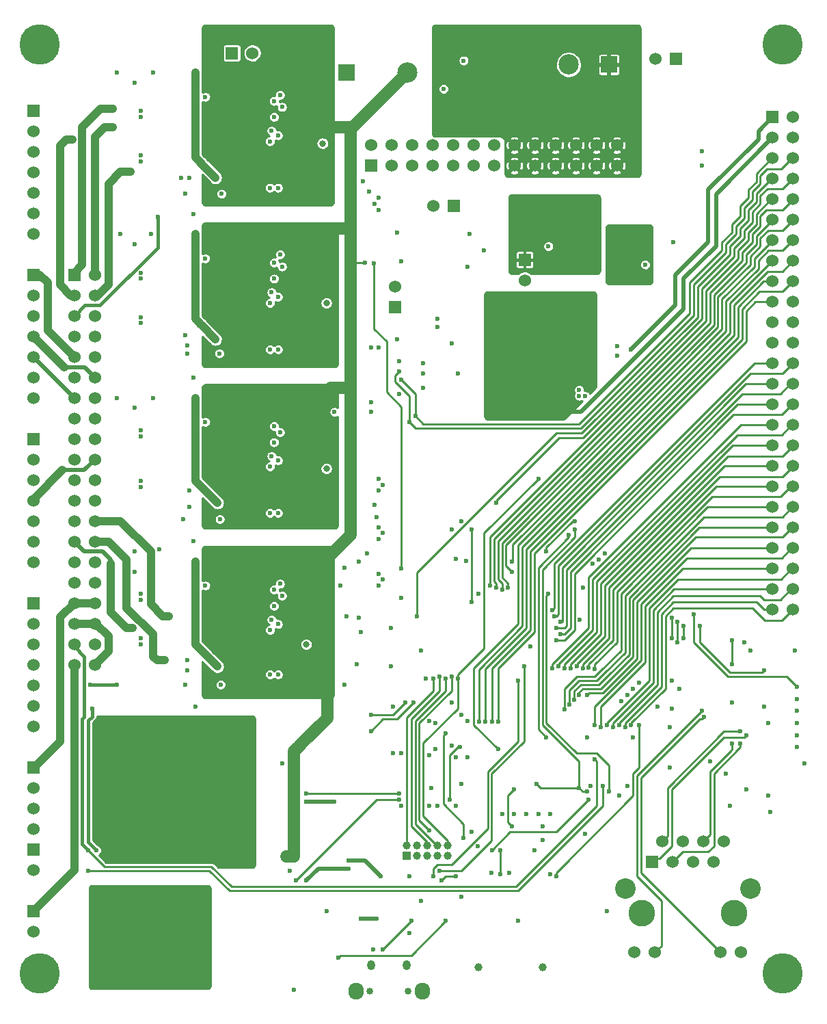
<source format=gbl>
G04 (created by PCBNEW (2013-05-18 BZR 4017)-stable) date Fri 12 Dec 2014 16:28:56 GMT*
%MOIN*%
G04 Gerber Fmt 3.4, Leading zero omitted, Abs format*
%FSLAX34Y34*%
G01*
G70*
G90*
G04 APERTURE LIST*
%ADD10C,0.00590551*%
%ADD11C,0.1969*%
%ADD12R,0.06X0.06*%
%ADD13C,0.06*%
%ADD14R,0.0787X0.0787*%
%ADD15C,0.0984*%
%ADD16R,0.0394X0.0394*%
%ADD17C,0.0394*%
%ADD18O,0.0394X0.0492*%
%ADD19O,0.0748X0.0827*%
%ADD20C,0.0335*%
%ADD21C,0.1299*%
%ADD22C,0.1*%
%ADD23C,0.0315*%
%ADD24C,0.0236*%
%ADD25C,0.02*%
%ADD26C,0.01*%
%ADD27C,0.04*%
%ADD28C,0.015*%
%ADD29C,0.06*%
G04 APERTURE END LIST*
G54D10*
G54D11*
X37795Y46850D03*
G54D12*
X10935Y46430D03*
G54D13*
X11935Y46430D03*
X12935Y46430D03*
G54D14*
X16536Y45472D03*
G54D15*
X19488Y45472D03*
G54D14*
X29330Y45866D03*
G54D15*
X27362Y45866D03*
G54D12*
X1250Y43625D03*
G54D13*
X1250Y42625D03*
X1250Y41625D03*
X1250Y40625D03*
X1250Y39625D03*
X1250Y38625D03*
X1250Y37625D03*
G54D12*
X1250Y35625D03*
G54D13*
X1250Y34625D03*
X1250Y33625D03*
X1250Y32625D03*
X1250Y31625D03*
X1250Y30625D03*
X1250Y29625D03*
G54D12*
X1250Y27625D03*
G54D13*
X1250Y26625D03*
X1250Y25625D03*
X1250Y24625D03*
X1250Y23625D03*
X1250Y22625D03*
X1250Y21625D03*
G54D12*
X1250Y19625D03*
G54D13*
X1250Y18625D03*
X1250Y17625D03*
X1250Y16625D03*
X1250Y15625D03*
X1250Y14625D03*
X1250Y13625D03*
G54D12*
X1250Y11625D03*
G54D13*
X1250Y10625D03*
X1250Y9625D03*
X1250Y8625D03*
G54D12*
X32587Y46161D03*
G54D13*
X31587Y46161D03*
G54D12*
X1250Y7625D03*
G54D13*
X1250Y6625D03*
G54D12*
X1250Y4625D03*
G54D13*
X1250Y3625D03*
G54D16*
X19472Y7329D03*
G54D17*
X19472Y7829D03*
X19972Y7329D03*
X19972Y7829D03*
X20472Y7329D03*
X20472Y7829D03*
X20972Y7329D03*
X20972Y7829D03*
X21472Y7329D03*
X21472Y7829D03*
G54D12*
X21760Y38976D03*
G54D13*
X20760Y38976D03*
G54D17*
X22961Y1870D03*
X26103Y1870D03*
G54D12*
X37295Y43299D03*
G54D13*
X38295Y43299D03*
X37295Y38299D03*
X38295Y42299D03*
X37295Y37299D03*
X38295Y41299D03*
X37295Y36299D03*
X38295Y40299D03*
X37295Y35299D03*
X38295Y39299D03*
X37295Y34299D03*
X38295Y38299D03*
X37295Y33299D03*
X38295Y37299D03*
X37295Y32299D03*
X38295Y36299D03*
X37295Y31299D03*
X38295Y35299D03*
X37295Y30299D03*
X38295Y34299D03*
X37295Y29299D03*
X38295Y33299D03*
X37295Y28299D03*
X38295Y32299D03*
X38295Y31299D03*
X37295Y27299D03*
X38295Y30299D03*
X38295Y28299D03*
X38295Y27299D03*
X38295Y26299D03*
X38295Y25299D03*
X37295Y26299D03*
X37295Y25299D03*
X37295Y42299D03*
X37295Y41299D03*
X37295Y40299D03*
X37295Y39299D03*
X37295Y24299D03*
X38295Y24299D03*
X38295Y29299D03*
X37295Y23299D03*
X38295Y23299D03*
X37295Y22299D03*
X38295Y22299D03*
X37295Y21299D03*
X38295Y21299D03*
X37295Y20299D03*
X38295Y20299D03*
X37295Y19299D03*
X38295Y19299D03*
G54D18*
X17726Y1968D03*
X19478Y1968D03*
G54D19*
X20216Y716D03*
X16988Y716D03*
G54D20*
X19537Y716D03*
X17667Y716D03*
G54D21*
X30919Y4528D03*
X35419Y4528D03*
G54D13*
X34919Y8028D03*
X34421Y7028D03*
X33919Y8028D03*
X33421Y7028D03*
X32919Y8028D03*
X32421Y7028D03*
X31919Y8028D03*
G54D22*
X30119Y5729D03*
X36219Y5728D03*
G54D13*
X34777Y2599D03*
X31561Y2599D03*
X35777Y2599D03*
X30561Y2599D03*
G54D12*
X31421Y7028D03*
G54D23*
X15551Y26181D03*
X15354Y42028D03*
X15551Y34252D03*
X14567Y17618D03*
G54D12*
X17720Y40937D03*
G54D13*
X17720Y41937D03*
X18720Y40937D03*
X18720Y41937D03*
X19720Y40937D03*
X19720Y41937D03*
X20720Y40937D03*
X20720Y41937D03*
X21720Y40937D03*
X21720Y41937D03*
X22720Y40937D03*
X22720Y41937D03*
X23720Y40937D03*
X23720Y41937D03*
X24720Y40937D03*
X24720Y41937D03*
X25720Y40937D03*
X25720Y41937D03*
X26720Y40937D03*
X26720Y41937D03*
X27720Y40937D03*
X27720Y41937D03*
X28720Y40937D03*
X28720Y41937D03*
X29720Y40937D03*
X29720Y41937D03*
G54D12*
X3250Y35625D03*
G54D13*
X4250Y35625D03*
X3250Y30625D03*
X4250Y34625D03*
X3250Y29625D03*
X4250Y33625D03*
X3250Y28625D03*
X4250Y32625D03*
X3250Y27625D03*
X4250Y31625D03*
X3250Y26625D03*
X4250Y30625D03*
X3250Y25625D03*
X4250Y29625D03*
X3250Y24625D03*
X4250Y28625D03*
X3250Y23625D03*
X4250Y27625D03*
X3250Y22625D03*
X4250Y26625D03*
X3250Y21625D03*
X4250Y25625D03*
X3250Y20625D03*
X4250Y24625D03*
X4250Y23625D03*
X3250Y19625D03*
X4250Y22625D03*
X4250Y20625D03*
X4250Y19625D03*
X4250Y18625D03*
X4250Y17625D03*
X3250Y18625D03*
X3250Y17625D03*
X3250Y34625D03*
X3250Y33625D03*
X3250Y32625D03*
X3250Y31625D03*
X3250Y16625D03*
X4250Y16625D03*
X4250Y21625D03*
G54D12*
X25220Y36355D03*
G54D13*
X25220Y35355D03*
G54D12*
X18910Y34050D03*
G54D13*
X18910Y35050D03*
G54D11*
X1575Y46850D03*
X37795Y1575D03*
X1575Y1575D03*
G54D24*
X13386Y19980D03*
X21654Y12697D03*
X13386Y11811D03*
X19587Y3543D03*
X21850Y21772D03*
X10327Y31791D03*
X25689Y7579D03*
X26775Y30160D03*
X25197Y33465D03*
X13386Y43799D03*
X25276Y30315D03*
X29232Y4626D03*
X27165Y33071D03*
X26850Y30915D03*
X17717Y29429D03*
X24803Y30709D03*
X28150Y8366D03*
X22638Y8465D03*
X8661Y39567D03*
X13287Y27953D03*
X25205Y31070D03*
X22933Y7776D03*
X26476Y6398D03*
X13780Y6594D03*
X24803Y33071D03*
X35039Y11319D03*
X25984Y32677D03*
X38484Y14961D03*
X12795Y31988D03*
X13189Y16142D03*
X21850Y9744D03*
X26476Y9350D03*
X25984Y33465D03*
X26395Y30560D03*
X13189Y31988D03*
X13189Y34547D03*
X24469Y6496D03*
X12795Y42126D03*
X12795Y39862D03*
X13189Y18602D03*
X36220Y17323D03*
X13189Y39862D03*
X12795Y16142D03*
X26045Y30170D03*
X19193Y12303D03*
X13189Y42421D03*
X12795Y18307D03*
X26772Y32677D03*
X26378Y33071D03*
X17717Y32087D03*
X10350Y23720D03*
X28543Y21555D03*
X27559Y33465D03*
X26025Y30975D03*
X12795Y34252D03*
X26476Y28937D03*
X38484Y13780D03*
X10390Y15650D03*
X28445Y10728D03*
X25591Y33071D03*
X27165Y30545D03*
X8760Y31791D03*
X20866Y13780D03*
X26378Y32283D03*
X27165Y33858D03*
X22441Y12106D03*
X30217Y10728D03*
X25591Y33858D03*
X24114Y9350D03*
X22441Y36024D03*
X12795Y26280D03*
X12795Y24016D03*
X13189Y24016D03*
X13189Y26575D03*
X10426Y39567D03*
X21950Y30807D03*
X24804Y33858D03*
X8563Y23720D03*
X18997Y32480D03*
X25591Y32283D03*
X13386Y36024D03*
X32776Y15453D03*
X25276Y30020D03*
X20571Y9744D03*
X24803Y32283D03*
X19193Y9744D03*
X32283Y13583D03*
X25197Y32677D03*
X26083Y8071D03*
X26450Y31240D03*
X26772Y33465D03*
X32382Y15846D03*
X8661Y15650D03*
X25276Y29724D03*
X20965Y9744D03*
X25591Y30709D03*
X26378Y33858D03*
X30217Y15157D03*
X20965Y33071D03*
X20960Y33470D03*
X18209Y6299D03*
X14567Y9941D03*
X23228Y36811D03*
X29724Y32135D03*
X15945Y9941D03*
X29724Y31693D03*
X16634Y7087D03*
X14567Y6102D03*
X16634Y6693D03*
X30413Y31988D03*
X22362Y21693D03*
X20571Y13878D03*
X29921Y14862D03*
X20571Y12205D03*
X17126Y18898D03*
X21850Y12106D03*
X29134Y22047D03*
X19195Y36283D03*
X27461Y16437D03*
X28346Y16476D03*
X28642Y16398D03*
X27165Y14449D03*
X27402Y14685D03*
X27638Y14921D03*
X27165Y16437D03*
X26772Y43307D03*
X29134Y43307D03*
X24803Y44882D03*
X28346Y44094D03*
X25197Y46063D03*
X29134Y44094D03*
X28740Y43701D03*
X25591Y45669D03*
X25591Y43701D03*
X24016Y46457D03*
X27953Y43701D03*
X26772Y44094D03*
X24016Y44882D03*
X27559Y44094D03*
X24409Y46063D03*
X24803Y45669D03*
X27559Y43307D03*
X24016Y45669D03*
X25591Y44882D03*
X25984Y44094D03*
X24803Y46457D03*
X26378Y43701D03*
X25197Y45276D03*
X25591Y46457D03*
X24409Y45276D03*
X25197Y43307D03*
X25984Y43307D03*
X28346Y43307D03*
X27165Y43701D03*
X26280Y13091D03*
X27362Y22933D03*
X23524Y20472D03*
X19783Y14764D03*
X17717Y13386D03*
X17717Y14173D03*
X19390Y14764D03*
X5118Y9055D03*
X7480Y9449D03*
X7087Y12205D03*
X9055Y11811D03*
X5119Y9843D03*
X6693Y12598D03*
X7480Y11024D03*
X4331Y12598D03*
X7087Y10630D03*
X7480Y12598D03*
X7874Y9843D03*
X7087Y9843D03*
X4331Y9843D03*
X5118Y10630D03*
X4331Y11811D03*
X5906Y11811D03*
X4724Y12205D03*
X6693Y9449D03*
X5118Y11811D03*
X5512Y10236D03*
X6693Y11024D03*
X7382Y10236D03*
X9055Y12598D03*
X4331Y10630D03*
X5906Y9055D03*
X5906Y12598D03*
X7874Y12205D03*
X5906Y9843D03*
X5118Y12598D03*
X6693Y11811D03*
X5512Y12205D03*
X8268Y9449D03*
X7480Y11811D03*
X5512Y9449D03*
X7874Y10630D03*
X8268Y12598D03*
X6299Y12205D03*
X5906Y10630D03*
X8268Y11024D03*
X8661Y12205D03*
X4724Y10236D03*
X8268Y11811D03*
X9646Y20472D03*
X18307Y20768D03*
X18110Y20472D03*
X8760Y16831D03*
X7874Y18996D03*
X7579Y18996D03*
X5808Y18406D03*
X6102Y18406D03*
X7677Y16831D03*
X7382Y16831D03*
X14567Y10335D03*
X19094Y10335D03*
X16437Y21358D03*
X13287Y20571D03*
X18110Y21063D03*
X12992Y20276D03*
X9154Y14567D03*
X5315Y15650D03*
X4035Y15650D03*
X16535Y18996D03*
X3937Y7579D03*
X28642Y12008D03*
X36909Y14567D03*
X35925Y17717D03*
X37106Y13780D03*
X28051Y20374D03*
X33760Y18504D03*
X36909Y16339D03*
X38484Y15551D03*
X33465Y19094D03*
X32677Y17717D03*
X32677Y18701D03*
X32382Y17913D03*
X32382Y18898D03*
X32972Y17913D03*
X32972Y18504D03*
X5118Y5512D03*
X5512Y5118D03*
X5512Y2756D03*
X4331Y5512D03*
X5118Y3150D03*
X5118Y3937D03*
X5906Y5512D03*
X4724Y5118D03*
X5906Y3937D03*
X4331Y3937D03*
X5512Y3543D03*
X4725Y3543D03*
X5906Y3150D03*
X21555Y10039D03*
X22047Y12598D03*
X14075Y6102D03*
X19094Y10039D03*
X27756Y37402D03*
X11417Y32874D03*
X27913Y18819D03*
X11417Y18406D03*
X32480Y37205D03*
X10630Y28937D03*
X6496Y43602D03*
X10630Y25295D03*
X11021Y17126D03*
X9843Y44685D03*
X18799Y14567D03*
X14272Y12697D03*
X28150Y29724D03*
X14272Y41634D03*
X11417Y36024D03*
X14665Y44094D03*
X10630Y20965D03*
X11022Y32679D03*
X6496Y25295D03*
X11417Y43504D03*
X11811Y36713D03*
X26772Y36811D03*
X25886Y9350D03*
X22146Y5315D03*
X11417Y25295D03*
X10236Y44488D03*
X6496Y17913D03*
X7382Y22244D03*
X30512Y13091D03*
X11417Y17323D03*
X34252Y11909D03*
X37205Y9449D03*
X31693Y14567D03*
X11022Y36711D03*
X11811Y20768D03*
X27876Y30020D03*
X38484Y13189D03*
X15551Y4626D03*
X11811Y28740D03*
X6496Y41142D03*
X8858Y40354D03*
X11417Y35630D03*
X10630Y26969D03*
X11021Y16735D03*
X10630Y16929D03*
X17520Y22047D03*
X30512Y15453D03*
X6496Y19783D03*
X6201Y22146D03*
X11021Y25098D03*
X10630Y34252D03*
X10630Y41535D03*
X11417Y20079D03*
X36024Y10531D03*
X10630Y41142D03*
X11417Y42815D03*
X10630Y44685D03*
X11417Y17717D03*
X19587Y6299D03*
X10630Y28051D03*
X12992Y28937D03*
X11417Y42126D03*
X6496Y41437D03*
X10630Y32874D03*
X6496Y25591D03*
X17815Y2756D03*
X9843Y20965D03*
X20277Y31299D03*
X9843Y28937D03*
X8760Y16339D03*
X11417Y19685D03*
X11024Y19291D03*
X16240Y20472D03*
X11023Y44487D03*
X12205Y28937D03*
X11021Y17520D03*
X5315Y29626D03*
X22953Y20079D03*
X11021Y27851D03*
X10236Y36713D03*
X6496Y28051D03*
X18701Y18406D03*
X32283Y11614D03*
X20866Y12500D03*
X10236Y20768D03*
X11024Y43110D03*
X10630Y43504D03*
X10630Y18406D03*
X17224Y18209D03*
X22126Y14173D03*
X10630Y25689D03*
X10239Y28737D03*
X10630Y40748D03*
X11023Y40552D03*
X11417Y28051D03*
X11417Y36909D03*
X11021Y28737D03*
X17913Y24409D03*
X38484Y12598D03*
X14272Y25787D03*
X28839Y21752D03*
X10630Y26378D03*
X10630Y33661D03*
X19094Y29823D03*
X5315Y45472D03*
X20276Y30118D03*
X6496Y35728D03*
X25000Y38780D03*
X11023Y41339D03*
X11811Y44488D03*
X7087Y29626D03*
X27461Y37695D03*
X11024Y27264D03*
X11417Y41535D03*
X6496Y43307D03*
X17028Y16634D03*
X11417Y44685D03*
X11024Y33957D03*
X10630Y34941D03*
X11417Y34252D03*
X19094Y31398D03*
X12598Y36713D03*
X11417Y33661D03*
X11417Y26969D03*
X11022Y33465D03*
X20277Y30807D03*
X11024Y41831D03*
X17420Y36210D03*
X7087Y45472D03*
X38386Y17323D03*
X16437Y15650D03*
X10630Y24902D03*
X12205Y36909D03*
X10630Y43898D03*
X10630Y33268D03*
X11417Y24902D03*
X13976Y7283D03*
X10630Y20079D03*
X13976Y12008D03*
X6496Y33268D03*
X12205Y44685D03*
X10630Y35630D03*
X6201Y37106D03*
X20669Y10630D03*
X37106Y10236D03*
X11024Y18701D03*
X24902Y4134D03*
X14272Y33858D03*
X10630Y17323D03*
X38878Y11811D03*
X6201Y21161D03*
X12598Y44488D03*
X6201Y29134D03*
X11021Y25492D03*
X12205Y20965D03*
X18799Y12303D03*
X12598Y28740D03*
X10630Y19685D03*
X19193Y19882D03*
X9843Y36909D03*
X13583Y7283D03*
X11417Y25689D03*
X14370Y20866D03*
X11024Y35236D03*
X22441Y13878D03*
X21654Y23228D03*
X6496Y27756D03*
X35335Y14764D03*
X8858Y24311D03*
X14665Y28248D03*
X12992Y44685D03*
X11022Y35825D03*
X27166Y37992D03*
X11417Y20965D03*
X11024Y42520D03*
X21260Y44685D03*
X20177Y17323D03*
X22539Y37598D03*
X14764Y36319D03*
X23603Y6496D03*
X35236Y9744D03*
X10630Y36909D03*
X22146Y23622D03*
X11023Y40945D03*
X11417Y40748D03*
X18701Y16535D03*
X27756Y37992D03*
X11417Y43898D03*
X11023Y43700D03*
X20177Y5118D03*
X11024Y19882D03*
X13976Y787D03*
X25295Y9350D03*
X5512Y37598D03*
X21654Y14764D03*
X8760Y32185D03*
X11417Y18996D03*
X21665Y32280D03*
X10630Y18996D03*
X22146Y10827D03*
X10630Y27657D03*
X11417Y33268D03*
X11022Y33071D03*
X11024Y18110D03*
X11417Y28937D03*
X6496Y20079D03*
X24705Y9350D03*
X11417Y41142D03*
X10630Y42126D03*
X14173Y17815D03*
X6201Y44980D03*
X11417Y27657D03*
X11021Y24708D03*
X13976Y12402D03*
X33858Y41634D03*
X10630Y17717D03*
X12992Y20965D03*
X11417Y26378D03*
X11024Y34547D03*
X11024Y26083D03*
X11024Y26673D03*
X11417Y16929D03*
X6496Y35433D03*
X6496Y33563D03*
X27876Y29724D03*
X6988Y37598D03*
X20394Y15945D03*
X6496Y17618D03*
X12992Y36909D03*
X11024Y20768D03*
X32382Y14469D03*
X27165Y37402D03*
X11417Y34941D03*
X26083Y8760D03*
X10630Y36024D03*
X10630Y42815D03*
X38484Y14370D03*
X33858Y40945D03*
X12598Y20768D03*
X24016Y6398D03*
X24016Y7579D03*
X26772Y6299D03*
X30807Y15748D03*
X30807Y13681D03*
X30413Y36811D03*
X30413Y37402D03*
X29724Y36811D03*
X30020Y37106D03*
X29724Y37402D03*
X31102Y36122D03*
X26378Y37008D03*
X20768Y15945D03*
X21358Y15945D03*
X20571Y8563D03*
X21654Y16043D03*
X21063Y16043D03*
X26378Y20079D03*
X29331Y10433D03*
X12992Y43307D03*
X12874Y42638D03*
X12874Y26791D03*
X12992Y27461D03*
X12874Y18819D03*
X12992Y19488D03*
X12992Y35433D03*
X12874Y34764D03*
X22244Y46063D03*
X35335Y16634D03*
X35335Y17815D03*
X35728Y12795D03*
X33957Y14075D03*
X35728Y13386D03*
X33858Y14370D03*
X35335Y12795D03*
X36024Y13189D03*
X23622Y7579D03*
X28346Y10039D03*
X29823Y10236D03*
X27657Y23622D03*
X26280Y22146D03*
X26575Y16437D03*
X26870Y16535D03*
X27874Y15157D03*
X28248Y15157D03*
X28642Y13681D03*
X28937Y13583D03*
X29232Y13681D03*
X29528Y13583D03*
X29823Y13681D03*
X30118Y13583D03*
X30413Y13681D03*
X22992Y13858D03*
X26575Y19291D03*
X23307Y13858D03*
X23622Y13858D03*
X23937Y13858D03*
X23917Y12500D03*
X19195Y21315D03*
X17880Y36195D03*
X17315Y40170D03*
X25886Y25689D03*
X21949Y15945D03*
X21358Y4134D03*
X16142Y2362D03*
X23819Y20374D03*
X24606Y21654D03*
X24409Y20374D03*
X26772Y17815D03*
X26969Y18110D03*
X26969Y18701D03*
X26673Y18996D03*
X26772Y18406D03*
X19094Y30906D03*
X22638Y23228D03*
X19587Y28445D03*
X22638Y19685D03*
X28051Y16437D03*
X19193Y30512D03*
X19882Y28740D03*
X27756Y16535D03*
X24606Y21161D03*
X24114Y20276D03*
X21161Y6102D03*
X22244Y8169D03*
X21358Y13287D03*
X21850Y6299D03*
X18307Y2756D03*
X19685Y4134D03*
X21063Y6594D03*
X25197Y16535D03*
X24902Y15846D03*
X20768Y6299D03*
X19980Y18996D03*
X23819Y24528D03*
X17224Y4232D03*
X18012Y4232D03*
X24705Y10531D03*
X24606Y8760D03*
X28248Y10433D03*
X3937Y6594D03*
X27854Y10630D03*
X25787Y10827D03*
X4331Y7579D03*
X29035Y10728D03*
X4134Y14469D03*
X27657Y23228D03*
X9793Y24951D03*
X10236Y24508D03*
X10138Y32480D03*
X9154Y37598D03*
X9155Y41829D03*
X9154Y33957D03*
X9154Y29626D03*
X9154Y21654D03*
X9154Y19390D03*
X10138Y40354D03*
X9154Y27362D03*
X9154Y43209D03*
X9154Y18012D03*
X9400Y33218D03*
X9154Y25984D03*
X9154Y45472D03*
X9154Y35335D03*
X10236Y16535D03*
X9793Y16978D03*
X9449Y41043D03*
X9646Y28445D03*
X18307Y23031D03*
X18110Y22736D03*
X8858Y25098D03*
X15945Y28937D03*
X17717Y28937D03*
X12992Y28248D03*
X18110Y23327D03*
X17126Y21654D03*
X9055Y22638D03*
X9646Y36417D03*
X18307Y25394D03*
X8661Y32677D03*
X18110Y25098D03*
X18110Y32087D03*
X13287Y36614D03*
X12992Y36220D03*
X18110Y25689D03*
X18012Y23819D03*
X9055Y30610D03*
X9646Y44291D03*
X17913Y39075D03*
X8465Y40354D03*
X18110Y38780D03*
X5118Y42815D03*
X4823Y42815D03*
X4823Y43701D03*
X5118Y43701D03*
X3150Y42224D03*
X2854Y42224D03*
X6004Y40650D03*
X5709Y40650D03*
X17618Y39665D03*
X13287Y44390D03*
X18110Y39370D03*
X12992Y44094D03*
X7323Y38445D03*
X18996Y37697D03*
X25492Y17520D03*
X28248Y13091D03*
X9055Y38583D03*
G54D25*
X27953Y28937D02*
X32972Y33956D01*
G54D26*
X25591Y30709D02*
X26395Y30560D01*
G54D25*
X26476Y28937D02*
X27953Y28937D01*
G54D26*
X26775Y30160D02*
X25985Y30316D01*
G54D25*
X32972Y33956D02*
X32972Y35432D01*
G54D26*
X24804Y33858D02*
X24803Y33858D01*
G54D25*
X32972Y35432D02*
X34547Y37007D01*
X34547Y39551D02*
X37295Y42299D01*
G54D26*
X25985Y30316D02*
X26045Y30170D01*
X26395Y30560D02*
X27165Y30545D01*
G54D25*
X34547Y37007D02*
X34547Y39551D01*
G54D26*
X26045Y30170D02*
X25276Y30315D01*
X27165Y30545D02*
X26775Y30160D01*
G54D25*
X36614Y42224D02*
X36614Y42618D01*
X15158Y6693D02*
X14567Y6102D01*
X15945Y9941D02*
X14567Y9941D01*
X16634Y6693D02*
X15158Y6693D01*
X36614Y42618D02*
X37295Y43299D01*
X32579Y35630D02*
X34154Y37205D01*
X16634Y7087D02*
X17421Y7087D01*
X32579Y34154D02*
X32579Y35630D01*
X30413Y31988D02*
X32579Y34154D01*
X34154Y37205D02*
X34154Y39764D01*
X34154Y39764D02*
X36614Y42224D01*
X17421Y7087D02*
X18209Y6299D01*
G54D26*
X28937Y18110D02*
X27461Y16634D01*
X35138Y26772D02*
X28937Y20571D01*
X28937Y20571D02*
X28937Y18110D01*
X27461Y16634D02*
X27461Y16437D01*
X37795Y26772D02*
X35138Y26772D01*
X38295Y27272D02*
X37795Y26772D01*
X38295Y27299D02*
X38295Y27272D01*
X34550Y25299D02*
X29528Y20277D01*
X37295Y25299D02*
X34550Y25299D01*
X29528Y17815D02*
X28346Y16633D01*
X28346Y16633D02*
X28346Y16476D01*
X29528Y20277D02*
X29528Y17815D01*
X29724Y20179D02*
X29724Y17716D01*
X38192Y25299D02*
X37696Y24803D01*
X38295Y25299D02*
X38192Y25299D01*
X34348Y24803D02*
X29724Y20179D01*
X28642Y16634D02*
X28642Y16398D01*
X37696Y24803D02*
X34348Y24803D01*
X29724Y17716D02*
X28642Y16634D01*
X29921Y17323D02*
X28937Y16339D01*
X27165Y15452D02*
X27165Y14449D01*
X28937Y16339D02*
X28937Y16339D01*
X28937Y16339D02*
X28641Y16043D01*
X27756Y16043D02*
X27165Y15452D01*
X34142Y24299D02*
X29921Y20078D01*
X28641Y16043D02*
X27756Y16043D01*
X37295Y24299D02*
X34142Y24299D01*
X29921Y20078D02*
X29921Y17323D01*
X38275Y24299D02*
X37795Y23819D01*
X29134Y16240D02*
X28740Y15846D01*
X30118Y19980D02*
X30118Y17223D01*
X29134Y16239D02*
X29134Y16240D01*
X33957Y23819D02*
X30118Y19980D01*
X37795Y23819D02*
X33957Y23819D01*
X27402Y15396D02*
X27852Y15846D01*
X38295Y24299D02*
X38275Y24299D01*
X27852Y15846D02*
X28740Y15846D01*
X27402Y14685D02*
X27402Y15396D01*
X30118Y17223D02*
X29134Y16239D01*
X29331Y16142D02*
X28839Y15650D01*
X29331Y16142D02*
X29331Y16142D01*
X27638Y15335D02*
X27953Y15650D01*
X27953Y15650D02*
X28839Y15650D01*
X30315Y17126D02*
X29331Y16142D01*
X33733Y23299D02*
X30315Y19881D01*
X27638Y14921D02*
X27638Y15335D01*
X37295Y23299D02*
X33733Y23299D01*
X30315Y19881D02*
X30315Y17126D01*
X35370Y27299D02*
X28740Y20669D01*
X28740Y20669D02*
X28740Y18209D01*
X37295Y27299D02*
X35370Y27299D01*
X27165Y16634D02*
X27165Y16437D01*
X28740Y18209D02*
X27165Y16634D01*
X29134Y43307D02*
X28346Y43307D01*
X29134Y44094D02*
X29133Y44094D01*
X29133Y44094D02*
X28740Y43701D01*
X27559Y43307D02*
X26772Y43307D01*
X25197Y43307D02*
X25591Y43701D01*
X28346Y44094D02*
X27559Y44094D01*
X25984Y43307D02*
X26378Y43701D01*
X27165Y43701D02*
X27953Y43701D01*
X26772Y44094D02*
X25984Y44094D01*
X27362Y22835D02*
X25886Y21359D01*
X26280Y13091D02*
X25886Y13485D01*
X27362Y22933D02*
X27362Y22835D01*
X25886Y21359D02*
X25886Y13485D01*
X36516Y38583D02*
X36516Y38091D01*
X23622Y22933D02*
X23524Y22835D01*
X35630Y36418D02*
X34055Y34843D01*
X34055Y33366D02*
X23622Y22933D01*
X36516Y38091D02*
X36122Y37697D01*
X35630Y36811D02*
X35630Y36418D01*
X37295Y39299D02*
X37232Y39299D01*
X23524Y22835D02*
X23524Y20472D01*
X36122Y37697D02*
X36122Y37303D01*
X36122Y37303D02*
X35630Y36811D01*
X34055Y34843D02*
X34055Y33366D01*
X37232Y39299D02*
X36516Y38583D01*
X18996Y13976D02*
X19783Y14764D01*
X17717Y13386D02*
X18307Y13976D01*
X18307Y13976D02*
X18996Y13976D01*
X17717Y14173D02*
X18799Y14173D01*
X19390Y14764D02*
X18799Y14173D01*
G54D27*
X3250Y19625D02*
X4250Y19625D01*
X2559Y12894D02*
X2559Y18934D01*
X2559Y18934D02*
X3250Y19625D01*
X1250Y11625D02*
X1290Y11625D01*
G54D26*
X5119Y9843D02*
X5118Y9843D01*
G54D27*
X1290Y11625D02*
X2559Y12894D01*
X4250Y23625D02*
X5509Y23625D01*
X6988Y22146D02*
X6988Y19587D01*
X7579Y18996D02*
X7874Y18996D01*
X6988Y19587D02*
X7579Y18996D01*
X5509Y23625D02*
X6988Y22146D01*
X5020Y19193D02*
X5807Y18406D01*
X5807Y18406D02*
X6102Y18406D01*
X5020Y21555D02*
X5020Y19193D01*
G54D25*
X3261Y22625D02*
X3740Y22146D01*
X4626Y22146D02*
X5020Y21752D01*
G54D27*
X5808Y18406D02*
X5807Y18406D01*
G54D25*
X3250Y22625D02*
X3261Y22625D01*
X5020Y21752D02*
X5020Y21555D01*
X3740Y22146D02*
X4626Y22146D01*
G54D27*
X7283Y16831D02*
X7677Y16831D01*
X4934Y22625D02*
X5807Y21752D01*
X7087Y17027D02*
X7283Y16831D01*
X5807Y19390D02*
X7087Y18110D01*
X4250Y22625D02*
X4934Y22625D01*
X7087Y18110D02*
X7087Y17027D01*
X5807Y21752D02*
X5807Y19390D01*
X7382Y16831D02*
X7283Y16831D01*
G54D26*
X14567Y10335D02*
X19094Y10335D01*
G54D28*
X4035Y15650D02*
X5315Y15650D01*
G54D26*
X10926Y5807D02*
X15256Y5807D01*
G54D28*
X3250Y17625D02*
X3250Y17518D01*
X3642Y7874D02*
X3937Y7579D01*
G54D26*
X28740Y9744D02*
X24803Y5807D01*
X15256Y5807D02*
X24803Y5807D01*
X9942Y6791D02*
X10926Y5807D01*
X15256Y5807D02*
X15256Y5807D01*
G54D28*
X3642Y13976D02*
X3642Y7874D01*
G54D26*
X3250Y17518D02*
X3740Y17028D01*
X4724Y6791D02*
X9942Y6791D01*
X3937Y7578D02*
X4724Y6791D01*
X28740Y11909D02*
X28642Y12007D01*
G54D28*
X3250Y17518D02*
X3740Y17028D01*
X3740Y17028D02*
X3740Y14074D01*
X3740Y14074D02*
X3642Y13976D01*
G54D26*
X28740Y9744D02*
X28740Y11909D01*
X24803Y5807D02*
X24804Y5807D01*
X28642Y12007D02*
X28642Y12008D01*
X3937Y7579D02*
X3937Y7578D01*
X35237Y16240D02*
X33760Y17717D01*
X33760Y17717D02*
X33760Y18504D01*
X36909Y16339D02*
X36810Y16240D01*
X36810Y16240D02*
X35237Y16240D01*
X35138Y16043D02*
X33465Y17716D01*
X38484Y15551D02*
X37992Y16043D01*
X37992Y16043D02*
X35138Y16043D01*
X33465Y17716D02*
X33465Y19094D01*
X32677Y18701D02*
X32677Y17717D01*
X32382Y18898D02*
X32382Y17913D01*
X32972Y18504D02*
X32972Y17913D01*
G54D27*
X3250Y16625D02*
X3250Y6625D01*
G54D26*
X4725Y3543D02*
X4724Y3543D01*
G54D27*
X3250Y6625D02*
X1250Y4625D01*
G54D26*
X18012Y10039D02*
X19094Y10039D01*
X21948Y12598D02*
X22047Y12598D01*
X21555Y12205D02*
X21948Y12598D01*
X14075Y6102D02*
X18012Y10039D01*
X21555Y10039D02*
X21555Y12205D01*
G54D29*
X15600Y14026D02*
X15600Y21801D01*
X14272Y12697D02*
X14271Y12697D01*
X13976Y7283D02*
X13583Y7283D01*
X14272Y12697D02*
X14271Y12697D01*
X14271Y12697D02*
X13976Y12402D01*
X14665Y29035D02*
X15748Y30118D01*
X13976Y12402D02*
X13976Y12008D01*
X14370Y20866D02*
X14665Y20866D01*
X14665Y43800D02*
X15650Y42815D01*
X14665Y20866D02*
X15600Y21801D01*
X16831Y42815D02*
X19488Y45472D01*
X14665Y28248D02*
X14665Y29035D01*
X15748Y37894D02*
X16732Y37894D01*
X16732Y36210D02*
X16732Y37894D01*
X16732Y22933D02*
X16732Y30118D01*
X16732Y42815D02*
X16733Y42815D01*
X16732Y30709D02*
X16732Y36210D01*
X15600Y21801D02*
X16732Y22933D01*
X16732Y42815D02*
X16831Y42815D01*
X13976Y12008D02*
X13976Y12402D01*
G54D26*
X14272Y44094D02*
X14665Y44094D01*
G54D29*
X14272Y12698D02*
X15600Y14026D01*
X14665Y44094D02*
X14665Y43800D01*
X16732Y37894D02*
X16732Y42815D01*
G54D26*
X17420Y36210D02*
X16732Y36210D01*
G54D29*
X14764Y36910D02*
X15748Y37894D01*
G54D26*
X26378Y38780D02*
X27166Y37992D01*
G54D29*
X14764Y36319D02*
X14764Y36910D01*
X15650Y42815D02*
X16732Y42815D01*
X14272Y12698D02*
X14272Y12697D01*
X13976Y7283D02*
X13976Y12008D01*
X15748Y30118D02*
X16732Y30118D01*
X16732Y30118D02*
X16732Y30709D01*
G54D26*
X25000Y38780D02*
X26378Y38780D01*
X24016Y6398D02*
X24016Y7579D01*
X30807Y11615D02*
X30807Y13681D01*
X26969Y6693D02*
X30512Y10236D01*
X26772Y6496D02*
X26969Y6693D01*
X30512Y10236D02*
X30512Y11320D01*
X26772Y6299D02*
X26772Y6496D01*
X30512Y11320D02*
X30807Y11615D01*
X19472Y14059D02*
X20768Y15355D01*
X19472Y7829D02*
X19472Y14059D01*
X20768Y15355D02*
X20768Y15945D01*
X19882Y13386D02*
X19882Y13878D01*
X19882Y8859D02*
X19882Y13386D01*
X20972Y7829D02*
X20972Y7769D01*
X20972Y7769D02*
X19882Y8859D01*
X21358Y15354D02*
X21358Y15945D01*
X19882Y13878D02*
X21358Y15354D01*
X20079Y13386D02*
X20079Y13780D01*
X20571Y8563D02*
X20079Y9055D01*
X21654Y15355D02*
X21654Y16043D01*
X20079Y13780D02*
X21654Y15355D01*
X20079Y9055D02*
X20079Y13386D01*
X21063Y15355D02*
X21063Y16043D01*
X19685Y13977D02*
X21063Y15355D01*
X20472Y7973D02*
X19685Y8760D01*
X20472Y7829D02*
X20472Y7973D01*
X19685Y13386D02*
X19685Y13977D01*
X19685Y8760D02*
X19685Y13386D01*
X29331Y10433D02*
X29331Y11713D01*
X26280Y13779D02*
X26280Y19390D01*
X29331Y11713D02*
X28741Y12303D01*
X26280Y19981D02*
X26378Y20079D01*
X27756Y12303D02*
X26280Y13779D01*
X26280Y19390D02*
X26280Y19981D01*
X28741Y12303D02*
X27756Y12303D01*
X35335Y16634D02*
X35335Y17815D01*
X35728Y12598D02*
X35728Y12795D01*
X32421Y7028D02*
X32422Y7028D01*
X34173Y7520D02*
X34449Y7796D01*
X32914Y7520D02*
X34173Y7520D01*
X35669Y12539D02*
X35728Y12598D01*
X35669Y12539D02*
X34449Y11319D01*
X34449Y7796D02*
X34449Y11319D01*
X32422Y7028D02*
X32914Y7520D01*
X33957Y14075D02*
X33858Y13976D01*
X33858Y13976D02*
X33759Y13976D01*
X30906Y11123D02*
X30906Y6470D01*
X33759Y13976D02*
X30906Y11123D01*
X30906Y6470D02*
X34777Y2599D01*
X32185Y8294D02*
X31919Y8028D01*
X34941Y13386D02*
X32185Y10630D01*
X32185Y10630D02*
X32185Y8294D01*
X35728Y13386D02*
X34941Y13386D01*
X30709Y11221D02*
X30709Y6300D01*
X33858Y14370D02*
X30709Y11221D01*
X31890Y2928D02*
X31561Y2599D01*
X31890Y5119D02*
X31890Y2928D01*
X30709Y6300D02*
X31890Y5119D01*
X34252Y11418D02*
X34252Y8361D01*
X35295Y12461D02*
X35296Y12461D01*
X35295Y12461D02*
X34252Y11418D01*
X35296Y12461D02*
X35335Y12500D01*
X35335Y12500D02*
X35335Y12795D01*
X34252Y8361D02*
X33919Y8028D01*
X36024Y13189D02*
X36023Y13189D01*
X31421Y7028D02*
X31579Y7186D01*
X34922Y13091D02*
X32382Y10551D01*
X31792Y7186D02*
X31579Y7186D01*
X31792Y7186D02*
X32382Y7776D01*
X36023Y13189D02*
X35925Y13091D01*
X32382Y7776D02*
X32382Y10551D01*
X35925Y13091D02*
X34922Y13091D01*
X24508Y8465D02*
X26772Y8465D01*
X26772Y8465D02*
X28346Y10039D01*
X23622Y7579D02*
X24508Y8465D01*
X26280Y22343D02*
X26280Y22146D01*
X27559Y23622D02*
X26280Y22343D01*
X27657Y23622D02*
X27559Y23622D01*
X37295Y28299D02*
X35779Y28299D01*
X28346Y18405D02*
X26575Y16634D01*
X35779Y28299D02*
X28346Y20866D01*
X28346Y20866D02*
X28346Y18405D01*
X26575Y16634D02*
X26575Y16437D01*
X38295Y28299D02*
X38240Y28299D01*
X38240Y28299D02*
X37755Y27814D01*
X28543Y18307D02*
X26870Y16634D01*
X35590Y27814D02*
X28543Y20767D01*
X26870Y16634D02*
X26870Y16535D01*
X28543Y20767D02*
X28543Y18307D01*
X37755Y27814D02*
X35590Y27814D01*
X27874Y15157D02*
X27874Y15276D01*
X38295Y23299D02*
X38259Y23299D01*
X27874Y15276D02*
X28051Y15453D01*
X29528Y16044D02*
X28937Y15453D01*
X30512Y17027D02*
X29528Y16043D01*
X33565Y22835D02*
X30512Y19782D01*
X37795Y22835D02*
X33565Y22835D01*
X38259Y23299D02*
X37795Y22835D01*
X28051Y15453D02*
X28937Y15453D01*
X30512Y19782D02*
X30512Y17027D01*
X29528Y16043D02*
X29528Y16044D01*
X37295Y22299D02*
X33323Y22299D01*
X29036Y15256D02*
X28347Y15256D01*
X28347Y15256D02*
X28248Y15157D01*
X29724Y15944D02*
X29724Y15944D01*
X30709Y16929D02*
X29724Y15944D01*
X30709Y19685D02*
X30709Y16929D01*
X33323Y22299D02*
X30709Y19685D01*
X29724Y15944D02*
X29036Y15256D01*
X28642Y14567D02*
X28642Y13681D01*
X30906Y19586D02*
X30906Y16831D01*
X37756Y21811D02*
X33131Y21811D01*
X38244Y22299D02*
X37756Y21811D01*
X30906Y16831D02*
X28642Y14567D01*
X38295Y22299D02*
X38244Y22299D01*
X33131Y21811D02*
X30906Y19586D01*
X28937Y14567D02*
X28937Y13583D01*
X31102Y16732D02*
X28937Y14567D01*
X32915Y21299D02*
X31102Y19486D01*
X31102Y19486D02*
X31102Y16732D01*
X37295Y21299D02*
X32915Y21299D01*
X38228Y21299D02*
X37716Y20787D01*
X31299Y15847D02*
X29232Y13780D01*
X32696Y20787D02*
X31299Y19390D01*
X38228Y21299D02*
X38295Y21299D01*
X29232Y13780D02*
X29232Y13681D01*
X37716Y20787D02*
X32696Y20787D01*
X31299Y19390D02*
X31299Y15847D01*
X29528Y13780D02*
X29528Y13583D01*
X31496Y19291D02*
X31496Y15748D01*
X37295Y20299D02*
X32505Y20299D01*
X31496Y15748D02*
X29528Y13780D01*
X32504Y20299D02*
X31496Y19291D01*
X29528Y13781D02*
X29528Y13583D01*
X32505Y20299D02*
X32504Y20299D01*
X32480Y19980D02*
X31693Y19193D01*
X36910Y19783D02*
X36713Y19980D01*
X31693Y15650D02*
X29823Y13780D01*
X37696Y19783D02*
X36910Y19783D01*
X38212Y20299D02*
X38295Y20299D01*
X29823Y13780D02*
X29823Y13681D01*
X31693Y19193D02*
X31693Y15650D01*
X36713Y19980D02*
X32480Y19980D01*
X38212Y20299D02*
X37696Y19783D01*
X31890Y15550D02*
X30118Y13778D01*
X32480Y19685D02*
X31890Y19095D01*
X30118Y13778D02*
X30118Y13583D01*
X36902Y19299D02*
X36516Y19685D01*
X37295Y19299D02*
X36902Y19299D01*
X31890Y19095D02*
X31890Y15550D01*
X36516Y19685D02*
X32480Y19685D01*
X37776Y18780D02*
X36929Y18780D01*
X32087Y15453D02*
X30413Y13779D01*
X32480Y19390D02*
X32087Y18997D01*
X36319Y19390D02*
X32480Y19390D01*
X30413Y13779D02*
X30413Y13681D01*
X36929Y18780D02*
X36319Y19390D01*
X38295Y19299D02*
X37776Y18780D01*
X32087Y18997D02*
X32087Y15453D01*
X37783Y35787D02*
X38295Y36299D01*
X22992Y14016D02*
X22992Y16397D01*
X25098Y22342D02*
X35433Y32677D01*
X25098Y18503D02*
X25098Y22342D01*
X35433Y32677D02*
X35433Y34154D01*
X35433Y34154D02*
X37066Y35787D01*
X22992Y16397D02*
X25098Y18503D01*
X37066Y35787D02*
X37783Y35787D01*
X22992Y14016D02*
X22992Y14016D01*
X22992Y14016D02*
X22992Y13858D01*
X36417Y31299D02*
X26673Y21555D01*
X26673Y21555D02*
X26673Y19389D01*
X26673Y19389D02*
X26575Y19291D01*
X37295Y31299D02*
X36417Y31299D01*
X35630Y34057D02*
X36872Y35299D01*
X36872Y35299D02*
X37295Y35299D01*
X35630Y33268D02*
X35630Y34057D01*
X23307Y13996D02*
X23307Y16417D01*
X23307Y13996D02*
X23307Y13858D01*
X23307Y16417D02*
X25295Y18405D01*
X35630Y32578D02*
X35630Y33268D01*
X25295Y18405D02*
X25295Y22243D01*
X23307Y13996D02*
X23307Y13996D01*
X25295Y22243D02*
X35630Y32578D01*
X35827Y33957D02*
X36673Y34803D01*
X23622Y13976D02*
X23622Y13976D01*
X23622Y13976D02*
X23622Y16437D01*
X37799Y34803D02*
X38295Y35299D01*
X23622Y16437D02*
X25492Y18307D01*
X25492Y22145D02*
X35827Y32480D01*
X23622Y13976D02*
X23622Y13858D01*
X25492Y18307D02*
X25492Y22145D01*
X35827Y32480D02*
X35827Y33957D01*
X36673Y34803D02*
X37799Y34803D01*
X36024Y32382D02*
X36024Y33859D01*
X23937Y16457D02*
X25689Y18209D01*
X23937Y13957D02*
X23937Y13858D01*
X25689Y18209D02*
X25689Y22047D01*
X36024Y33859D02*
X36464Y34299D01*
X25689Y22047D02*
X36024Y32382D01*
X36464Y34299D02*
X37295Y34299D01*
X23937Y13957D02*
X23937Y16457D01*
X23937Y13957D02*
X23937Y13957D01*
X22736Y13681D02*
X22736Y16437D01*
X22736Y16437D02*
X24902Y18603D01*
X35236Y32775D02*
X35236Y34252D01*
X24902Y22441D02*
X35236Y32775D01*
X24902Y18603D02*
X24902Y22441D01*
X23917Y12500D02*
X22736Y13681D01*
X37295Y36299D02*
X37283Y36299D01*
X35236Y34252D02*
X37283Y36299D01*
X18490Y29900D02*
X18490Y32320D01*
X19195Y29195D02*
X18490Y29900D01*
X17880Y32980D02*
X17880Y36195D01*
X19195Y21315D02*
X19195Y29195D01*
X18490Y32370D02*
X17880Y32980D01*
X18490Y32320D02*
X18490Y32370D01*
X20276Y9252D02*
X20276Y12402D01*
X20276Y12816D02*
X21949Y14489D01*
X21949Y15945D02*
X21949Y14489D01*
X23228Y17421D02*
X21949Y16142D01*
X21472Y8056D02*
X20276Y9252D01*
X16241Y2461D02*
X19685Y2461D01*
X23228Y23031D02*
X23228Y17421D01*
X16142Y2362D02*
X16241Y2461D01*
X21472Y8056D02*
X21472Y7829D01*
X20276Y12402D02*
X20276Y12816D01*
X25886Y25689D02*
X23228Y23031D01*
X19685Y2461D02*
X21358Y4134D01*
X21949Y16142D02*
X21949Y15945D01*
X23819Y20571D02*
X23819Y20374D01*
X38295Y39299D02*
X38295Y39279D01*
X36713Y37992D02*
X36319Y37598D01*
X35827Y36319D02*
X34252Y34744D01*
X23820Y22835D02*
X23819Y22835D01*
X37008Y38780D02*
X36713Y38485D01*
X37796Y38780D02*
X37008Y38780D01*
X36319Y37598D02*
X36319Y37205D01*
X23819Y22835D02*
X23720Y22736D01*
X23720Y20670D02*
X23819Y20571D01*
X38295Y39279D02*
X37796Y38780D01*
X36319Y37205D02*
X35827Y36713D01*
X34252Y34744D02*
X34252Y33267D01*
X23720Y22736D02*
X23720Y20670D01*
X35827Y36713D02*
X35827Y36319D01*
X23820Y22835D02*
X23819Y22834D01*
X36713Y38485D02*
X36713Y37992D01*
X34252Y33267D02*
X23820Y22835D01*
X37106Y36811D02*
X37807Y36811D01*
X24646Y22482D02*
X24646Y21694D01*
X28424Y26260D02*
X28425Y26260D01*
X28425Y26260D02*
X35039Y32874D01*
X36614Y36319D02*
X37106Y36811D01*
X24646Y21694D02*
X24606Y21654D01*
X36614Y35925D02*
X35039Y34350D01*
X36614Y36319D02*
X36614Y35925D01*
X38295Y37299D02*
X37807Y36811D01*
X35039Y32874D02*
X35039Y34350D01*
X24646Y22482D02*
X28424Y26260D01*
X38295Y38299D02*
X38295Y38295D01*
X38295Y38295D02*
X37795Y37795D01*
X34646Y33071D02*
X24114Y22539D01*
X24409Y20571D02*
X24409Y20374D01*
X37795Y37795D02*
X37106Y37795D01*
X24114Y22539D02*
X24114Y20866D01*
X24114Y20866D02*
X24409Y20571D01*
X36713Y37402D02*
X36713Y37008D01*
X34646Y34547D02*
X34646Y33071D01*
X37106Y37795D02*
X36713Y37402D01*
X36220Y36515D02*
X36220Y36121D01*
X36220Y36121D02*
X34646Y34547D01*
X36713Y37008D02*
X36220Y36515D01*
X37756Y28800D02*
X35395Y28800D01*
X38295Y29299D02*
X38255Y29299D01*
X27166Y17815D02*
X26772Y17815D01*
X35395Y28800D02*
X27657Y21062D01*
X27657Y21062D02*
X27657Y18306D01*
X38255Y29299D02*
X37756Y28800D01*
X27657Y18306D02*
X27166Y17815D01*
X27165Y18110D02*
X26969Y18110D01*
X37295Y29299D02*
X35598Y29299D01*
X27461Y18406D02*
X27165Y18110D01*
X35598Y29299D02*
X27461Y21162D01*
X27461Y21162D02*
X27461Y18406D01*
X36008Y30299D02*
X27067Y21358D01*
X27067Y18702D02*
X27066Y18701D01*
X27067Y18799D02*
X27067Y18702D01*
X27067Y21358D02*
X27067Y18799D01*
X27066Y18701D02*
X26969Y18701D01*
X37295Y30299D02*
X36008Y30299D01*
X37795Y30807D02*
X36221Y30807D01*
X26772Y18996D02*
X26870Y19094D01*
X36221Y30807D02*
X26870Y21456D01*
X26870Y19094D02*
X26870Y21456D01*
X26673Y18996D02*
X26772Y18996D01*
X38287Y31299D02*
X37795Y30807D01*
X38295Y31299D02*
X38287Y31299D01*
X27264Y18505D02*
X27165Y18406D01*
X38173Y30299D02*
X37697Y29823D01*
X27264Y21260D02*
X27264Y18505D01*
X27165Y18406D02*
X26772Y18406D01*
X37697Y29823D02*
X35827Y29823D01*
X38295Y30299D02*
X38173Y30299D01*
X35827Y29823D02*
X27264Y21260D01*
X37046Y40787D02*
X36713Y40454D01*
X36713Y40059D02*
X36319Y39665D01*
X36713Y40454D02*
X36713Y40059D01*
X35925Y38878D02*
X35925Y38386D01*
X38248Y41299D02*
X37736Y40787D01*
X38295Y41299D02*
X38248Y41299D01*
X36319Y39272D02*
X35925Y38878D01*
X18898Y30413D02*
X19587Y29724D01*
X19587Y29724D02*
X19587Y28445D01*
X35531Y37598D02*
X35039Y37106D01*
X22638Y23228D02*
X22638Y19685D01*
X35039Y37106D02*
X35039Y36712D01*
X35039Y36712D02*
X33465Y35138D01*
X33465Y35138D02*
X33465Y33661D01*
X19881Y28150D02*
X19587Y28444D01*
X35531Y37992D02*
X35531Y37598D01*
X33465Y33661D02*
X27954Y28150D01*
X37736Y40787D02*
X37046Y40787D01*
X36319Y39665D02*
X36319Y39272D01*
X35925Y38386D02*
X35531Y37992D01*
X19587Y28444D02*
X19587Y28445D01*
X27954Y28150D02*
X19881Y28150D01*
X19094Y30906D02*
X18898Y30710D01*
X18898Y30710D02*
X18898Y30413D01*
X37795Y25787D02*
X34743Y25787D01*
X28051Y16634D02*
X28051Y16437D01*
X29331Y20375D02*
X29331Y17914D01*
X38295Y26287D02*
X37795Y25787D01*
X34743Y25787D02*
X29331Y20375D01*
X38295Y26299D02*
X38295Y26287D01*
X29331Y17914D02*
X28051Y16634D01*
X36122Y39370D02*
X35728Y38976D01*
X36122Y39764D02*
X36122Y39370D01*
X34843Y36811D02*
X33268Y35236D01*
X35728Y38976D02*
X35728Y38484D01*
X35335Y37697D02*
X34843Y37205D01*
X33268Y33760D02*
X27854Y28346D01*
X33268Y35236D02*
X33268Y33760D01*
X35335Y38091D02*
X35335Y37697D01*
X37264Y41299D02*
X36516Y40551D01*
X34843Y37205D02*
X34843Y36811D01*
X37295Y41299D02*
X37264Y41299D01*
X27854Y28346D02*
X20276Y28346D01*
X19193Y30512D02*
X19882Y29823D01*
X35728Y38484D02*
X35335Y38091D01*
X36516Y40158D02*
X36122Y39764D01*
X19882Y29823D02*
X19882Y28740D01*
X36516Y40470D02*
X36516Y40158D01*
X36516Y40551D02*
X36516Y40470D01*
X20276Y28346D02*
X19882Y28740D01*
X34961Y26299D02*
X29134Y20472D01*
X29134Y20472D02*
X29134Y18012D01*
X27756Y16634D02*
X27756Y16535D01*
X29134Y18012D02*
X27756Y16634D01*
X37295Y26299D02*
X34961Y26299D01*
X24311Y21456D02*
X24606Y21161D01*
X37295Y37295D02*
X36417Y36417D01*
X37295Y37299D02*
X37295Y37295D01*
X36417Y36417D02*
X36417Y36023D01*
X24311Y22441D02*
X24311Y21456D01*
X36417Y36023D02*
X34843Y34449D01*
X34843Y32973D02*
X24311Y22441D01*
X34843Y34449D02*
X34843Y32973D01*
X34449Y34646D02*
X34449Y33169D01*
X36516Y37500D02*
X36516Y37106D01*
X36024Y36221D02*
X34449Y34646D01*
X24016Y22736D02*
X24015Y22736D01*
X37295Y38279D02*
X36516Y37500D01*
X24114Y20571D02*
X24114Y20276D01*
X23917Y22638D02*
X23917Y20768D01*
X23917Y20768D02*
X24114Y20571D01*
X24015Y22736D02*
X23917Y22638D01*
X34449Y33169D02*
X24016Y22736D01*
X36024Y36614D02*
X36024Y36221D01*
X37295Y38299D02*
X37295Y38279D01*
X36516Y37106D02*
X36024Y36614D01*
X21850Y6299D02*
X21850Y6299D01*
X21260Y13189D02*
X21358Y13287D01*
X21260Y9842D02*
X21260Y13189D01*
X21161Y6102D02*
X21358Y6299D01*
X21358Y6299D02*
X21850Y6299D01*
X22244Y8169D02*
X22244Y8858D01*
X22244Y8858D02*
X21260Y9842D01*
X23606Y11304D02*
X25197Y12895D01*
X23606Y8054D02*
X23606Y11304D01*
X25197Y12895D02*
X25197Y16535D01*
X21063Y6594D02*
X22146Y6594D01*
X18307Y2756D02*
X19685Y4134D01*
X22146Y6594D02*
X23606Y8054D01*
X21653Y6890D02*
X23425Y8662D01*
X20768Y6299D02*
X20768Y6693D01*
X23425Y8662D02*
X23425Y11417D01*
X20965Y6890D02*
X21653Y6890D01*
X20768Y6693D02*
X20965Y6890D01*
X23425Y11417D02*
X24902Y12894D01*
X24902Y12894D02*
X24902Y15846D01*
X19980Y18996D02*
X19980Y21121D01*
X36516Y39567D02*
X36516Y39174D01*
X35728Y37894D02*
X35728Y37500D01*
X35236Y36613D02*
X33662Y35039D01*
X26772Y27913D02*
X28012Y27913D01*
X37295Y40299D02*
X37248Y40299D01*
X35728Y37500D02*
X35236Y37008D01*
X36122Y38288D02*
X35728Y37894D01*
X36516Y39174D02*
X36122Y38780D01*
X19980Y18996D02*
X19980Y18996D01*
X33662Y33563D02*
X33662Y35039D01*
X37248Y40299D02*
X36516Y39567D01*
X35236Y37008D02*
X35236Y36613D01*
X28012Y27913D02*
X33662Y33563D01*
X19980Y21121D02*
X26772Y27913D01*
X36122Y38780D02*
X36122Y38288D01*
X37799Y39803D02*
X37047Y39803D01*
X36319Y38189D02*
X35925Y37795D01*
X35433Y36909D02*
X35433Y36515D01*
X36713Y39076D02*
X36319Y38682D01*
X28068Y27677D02*
X28071Y27677D01*
X35433Y36516D02*
X35433Y36515D01*
X28071Y27677D02*
X33858Y33464D01*
X26890Y27677D02*
X28068Y27677D01*
X37799Y39803D02*
X38295Y40299D01*
X35925Y37795D02*
X35925Y37401D01*
X33858Y33464D02*
X33858Y34941D01*
X23819Y24528D02*
X23819Y24606D01*
X33858Y34941D02*
X35433Y36516D01*
X36319Y38682D02*
X36319Y38189D01*
X36713Y39469D02*
X36713Y39076D01*
X35925Y37401D02*
X35433Y36909D01*
X23819Y24606D02*
X26890Y27677D01*
X37047Y39803D02*
X36713Y39469D01*
G54D25*
X18012Y4232D02*
X17224Y4232D01*
G54D26*
X24606Y8760D02*
X24409Y8957D01*
X24409Y8957D02*
X24409Y10235D01*
X24409Y10235D02*
X24705Y10531D01*
X15354Y5610D02*
X24902Y5610D01*
X3937Y6594D02*
X3937Y6594D01*
X28248Y10433D02*
X28051Y10433D01*
X29035Y9743D02*
X28937Y9645D01*
X4627Y6594D02*
X9844Y6594D01*
X28051Y10433D02*
X27854Y10630D01*
X26083Y21260D02*
X27657Y22834D01*
X26083Y13681D02*
X27854Y11910D01*
X29035Y10728D02*
X29035Y10728D01*
X3937Y6594D02*
X4627Y6594D01*
X27854Y10630D02*
X25984Y10630D01*
X25984Y10630D02*
X25787Y10827D01*
G54D28*
X4134Y14095D02*
X4134Y14469D01*
X3937Y13898D02*
X3937Y7973D01*
G54D26*
X10828Y5610D02*
X15354Y5610D01*
X9844Y6594D02*
X10828Y5610D01*
X15354Y5610D02*
X15354Y5610D01*
X26083Y21261D02*
X26083Y21260D01*
X27657Y23228D02*
X27657Y22834D01*
G54D28*
X3937Y7973D02*
X4331Y7579D01*
G54D26*
X3937Y7973D02*
X4331Y7579D01*
G54D28*
X4134Y14095D02*
X3937Y13898D01*
G54D26*
X24902Y5610D02*
X28937Y9645D01*
X26083Y21260D02*
X26083Y13681D01*
X4627Y6594D02*
X4627Y6594D01*
X29035Y10728D02*
X29035Y9743D01*
X27854Y11910D02*
X27854Y10630D01*
G54D28*
X9154Y27362D02*
X9153Y27361D01*
G54D27*
X9449Y17322D02*
X9793Y16978D01*
G54D28*
X9154Y35335D02*
X9154Y35331D01*
G54D26*
X9350Y41142D02*
X9449Y41043D01*
G54D27*
X9152Y17619D02*
X9449Y17322D01*
X9449Y33169D02*
X10138Y32480D01*
X9154Y43208D02*
X9155Y43207D01*
G54D28*
X9153Y27361D02*
X9153Y27359D01*
X9154Y33957D02*
X9154Y33953D01*
G54D27*
X4921Y18012D02*
X4921Y17296D01*
G54D26*
X9449Y41043D02*
X9350Y41142D01*
G54D27*
X9154Y37598D02*
X9154Y35331D01*
X9154Y33464D02*
X9350Y33268D01*
G54D28*
X9154Y19390D02*
X9152Y19388D01*
G54D27*
X9153Y25981D02*
X9153Y27359D01*
X9793Y16978D02*
X10236Y16535D01*
X9350Y41142D02*
X9400Y41092D01*
G54D28*
X9154Y18012D02*
X9152Y18012D01*
G54D27*
X9154Y33953D02*
X9154Y35331D01*
X9350Y33268D02*
X9400Y33218D01*
X9152Y18009D02*
X9152Y17619D01*
G54D28*
X9153Y25984D02*
X9153Y25981D01*
X9152Y19388D02*
X9152Y19387D01*
G54D27*
X9155Y43207D02*
X9155Y41829D01*
X3250Y18625D02*
X4250Y18625D01*
X9449Y41043D02*
X9350Y41142D01*
X9153Y25591D02*
X9793Y24951D01*
X4921Y17296D02*
X4250Y16625D01*
X9155Y41337D02*
X9449Y41043D01*
X9153Y29625D02*
X9154Y29626D01*
X9793Y24951D02*
X10236Y24508D01*
X9155Y41829D02*
X9155Y41337D01*
X9152Y19387D02*
X9152Y18009D01*
X9400Y41092D02*
X10138Y40354D01*
X9154Y33953D02*
X9154Y33464D01*
X4250Y18625D02*
X4308Y18625D01*
G54D28*
X9152Y18012D02*
X9152Y18009D01*
X9154Y25984D02*
X9153Y25984D01*
G54D27*
X4308Y18625D02*
X4921Y18012D01*
X9154Y21654D02*
X9154Y19389D01*
X9400Y33218D02*
X9449Y33169D01*
X9153Y25981D02*
X9153Y25591D01*
X9153Y27359D02*
X9153Y29625D01*
X9154Y45472D02*
X9154Y43208D01*
X9154Y19389D02*
X9152Y19387D01*
G54D28*
X9154Y43209D02*
X9154Y43208D01*
G54D27*
X1250Y24675D02*
X2677Y26102D01*
G54D25*
X2677Y26102D02*
X3727Y26102D01*
X3727Y26102D02*
X4250Y26625D01*
G54D27*
X1250Y24625D02*
X1250Y24675D01*
X1969Y32906D02*
X3250Y31625D01*
X1250Y35625D02*
X1580Y35625D01*
X1969Y35236D02*
X1969Y32906D01*
X1580Y35625D02*
X1969Y35236D01*
G54D25*
X2750Y31125D02*
X3750Y31125D01*
G54D27*
X1250Y32625D02*
X2750Y31125D01*
G54D25*
X3750Y31125D02*
X4250Y30625D01*
X1250Y31625D02*
X3250Y29625D01*
G54D27*
X4823Y42815D02*
X4724Y42815D01*
X4250Y42341D02*
X4724Y42815D01*
X4724Y42815D02*
X5118Y42815D01*
X4250Y35625D02*
X4250Y42341D01*
X3642Y36122D02*
X3642Y42815D01*
X3250Y35730D02*
X3642Y36122D01*
X3642Y42815D02*
X4528Y43701D01*
X4528Y43701D02*
X4823Y43701D01*
X4823Y43701D02*
X5118Y43701D01*
X3250Y35625D02*
X3250Y35730D01*
X2559Y41929D02*
X2854Y42224D01*
X2559Y35138D02*
X2559Y41929D01*
X3250Y34625D02*
X3072Y34625D01*
X2854Y42224D02*
X3150Y42224D01*
X3072Y34625D02*
X2559Y35138D01*
X5709Y40650D02*
X5512Y40650D01*
X4250Y34625D02*
X4408Y34625D01*
X4408Y34625D02*
X4921Y35138D01*
X4921Y35138D02*
X4921Y40059D01*
X4921Y40059D02*
X5512Y40650D01*
X5512Y40650D02*
X6004Y40650D01*
G54D28*
X4509Y34134D02*
X3759Y34134D01*
X3250Y33625D02*
X3759Y34134D01*
X7323Y38445D02*
X7323Y36948D01*
X7323Y36948D02*
X4509Y34134D01*
G54D26*
X9648Y47785D02*
X15745Y47785D01*
X9515Y47705D02*
X15878Y47705D01*
X9499Y47625D02*
X15895Y47625D01*
X9499Y47545D02*
X15895Y47545D01*
X9499Y47465D02*
X15895Y47465D01*
X9499Y47385D02*
X15895Y47385D01*
X9499Y47305D02*
X15895Y47305D01*
X9499Y47225D02*
X15895Y47225D01*
X9499Y47145D02*
X15895Y47145D01*
X9499Y47065D02*
X15895Y47065D01*
X9499Y46985D02*
X15895Y46985D01*
X9499Y46905D02*
X15895Y46905D01*
X9499Y46825D02*
X10518Y46825D01*
X11351Y46825D02*
X11716Y46825D01*
X12154Y46825D02*
X15895Y46825D01*
X9499Y46745D02*
X10485Y46745D01*
X11384Y46745D02*
X11613Y46745D01*
X12256Y46745D02*
X15895Y46745D01*
X9499Y46665D02*
X10484Y46665D01*
X11385Y46665D02*
X11550Y46665D01*
X12319Y46665D02*
X15895Y46665D01*
X9499Y46585D02*
X10484Y46585D01*
X11385Y46585D02*
X11511Y46585D01*
X12357Y46585D02*
X15895Y46585D01*
X9499Y46505D02*
X10484Y46505D01*
X11385Y46505D02*
X11490Y46505D01*
X12378Y46505D02*
X15895Y46505D01*
X9499Y46425D02*
X10484Y46425D01*
X11385Y46425D02*
X11484Y46425D01*
X12384Y46425D02*
X12385Y46425D01*
X12385Y46425D02*
X15895Y46425D01*
X9499Y46345D02*
X10484Y46345D01*
X11385Y46345D02*
X11493Y46345D01*
X12377Y46345D02*
X12385Y46345D01*
X12385Y46345D02*
X15895Y46345D01*
X9499Y46265D02*
X10484Y46265D01*
X11385Y46265D02*
X11516Y46265D01*
X12354Y46265D02*
X12385Y46265D01*
X12385Y46265D02*
X15895Y46265D01*
X9499Y46185D02*
X10484Y46185D01*
X11385Y46185D02*
X11557Y46185D01*
X12312Y46185D02*
X12385Y46185D01*
X12385Y46185D02*
X15895Y46185D01*
X9499Y46105D02*
X10487Y46105D01*
X11383Y46105D02*
X11385Y46105D01*
X11385Y46105D02*
X11623Y46105D01*
X12246Y46105D02*
X12385Y46105D01*
X12385Y46105D02*
X15895Y46105D01*
X9499Y46025D02*
X10527Y46025D01*
X11342Y46025D02*
X11385Y46025D01*
X11385Y46025D02*
X11737Y46025D01*
X12135Y46025D02*
X12385Y46025D01*
X12385Y46025D02*
X15895Y46025D01*
X9499Y45945D02*
X11385Y45945D01*
X11385Y45945D02*
X12385Y45945D01*
X12385Y45945D02*
X15895Y45945D01*
X9499Y45865D02*
X11385Y45865D01*
X11385Y45865D02*
X12385Y45865D01*
X12385Y45865D02*
X15895Y45865D01*
X9499Y45785D02*
X11385Y45785D01*
X11385Y45785D02*
X12385Y45785D01*
X12385Y45785D02*
X15895Y45785D01*
X9499Y45705D02*
X11385Y45705D01*
X11385Y45705D02*
X12385Y45705D01*
X12385Y45705D02*
X15895Y45705D01*
X9499Y45625D02*
X11385Y45625D01*
X11385Y45625D02*
X12385Y45625D01*
X12385Y45625D02*
X15895Y45625D01*
X9499Y45545D02*
X11385Y45545D01*
X11385Y45545D02*
X12385Y45545D01*
X12385Y45545D02*
X15895Y45545D01*
X9504Y45465D02*
X11385Y45465D01*
X11385Y45465D02*
X12385Y45465D01*
X12385Y45465D02*
X15895Y45465D01*
X9504Y45385D02*
X11385Y45385D01*
X11385Y45385D02*
X12385Y45385D01*
X12385Y45385D02*
X15895Y45385D01*
X9504Y45305D02*
X11385Y45305D01*
X11385Y45305D02*
X12385Y45305D01*
X12385Y45305D02*
X15895Y45305D01*
X9504Y45225D02*
X11385Y45225D01*
X11385Y45225D02*
X12385Y45225D01*
X12385Y45225D02*
X15895Y45225D01*
X9504Y45145D02*
X11385Y45145D01*
X11385Y45145D02*
X12385Y45145D01*
X12385Y45145D02*
X15895Y45145D01*
X9504Y45065D02*
X11385Y45065D01*
X11385Y45065D02*
X12385Y45065D01*
X12385Y45065D02*
X15895Y45065D01*
X9504Y44985D02*
X11385Y44985D01*
X11385Y44985D02*
X12385Y44985D01*
X12385Y44985D02*
X15895Y44985D01*
X9504Y44905D02*
X11385Y44905D01*
X11385Y44905D02*
X12385Y44905D01*
X12385Y44905D02*
X15895Y44905D01*
X9504Y44825D02*
X11385Y44825D01*
X11385Y44825D02*
X12385Y44825D01*
X12385Y44825D02*
X15895Y44825D01*
X9504Y44745D02*
X11385Y44745D01*
X11385Y44745D02*
X12385Y44745D01*
X12385Y44745D02*
X15895Y44745D01*
X9504Y44665D02*
X11385Y44665D01*
X11385Y44665D02*
X12385Y44665D01*
X12385Y44665D02*
X15895Y44665D01*
X9504Y44585D02*
X11385Y44585D01*
X11385Y44585D02*
X12385Y44585D01*
X12385Y44585D02*
X13103Y44585D01*
X13471Y44585D02*
X15895Y44585D01*
X9808Y44505D02*
X11385Y44505D01*
X11385Y44505D02*
X12385Y44505D01*
X12385Y44505D02*
X13044Y44505D01*
X13529Y44505D02*
X15895Y44505D01*
X9878Y44425D02*
X11385Y44425D01*
X11385Y44425D02*
X12385Y44425D01*
X12385Y44425D02*
X13020Y44425D01*
X13553Y44425D02*
X15895Y44425D01*
X9908Y44345D02*
X11385Y44345D01*
X11385Y44345D02*
X12385Y44345D01*
X12385Y44345D02*
X12897Y44345D01*
X13551Y44345D02*
X15895Y44345D01*
X9913Y44265D02*
X11385Y44265D01*
X11385Y44265D02*
X12385Y44265D01*
X12385Y44265D02*
X12784Y44265D01*
X13524Y44265D02*
X15895Y44265D01*
X9892Y44185D02*
X11385Y44185D01*
X11385Y44185D02*
X12385Y44185D01*
X12385Y44185D02*
X12739Y44185D01*
X13460Y44185D02*
X15895Y44185D01*
X9839Y44105D02*
X11385Y44105D01*
X11385Y44105D02*
X12385Y44105D01*
X12385Y44105D02*
X12724Y44105D01*
X13259Y44105D02*
X15895Y44105D01*
X9504Y44025D02*
X9607Y44025D01*
X9680Y44025D02*
X11385Y44025D01*
X11385Y44025D02*
X12385Y44025D01*
X12385Y44025D02*
X12732Y44025D01*
X13530Y44025D02*
X15895Y44025D01*
X9504Y43945D02*
X11385Y43945D01*
X11385Y43945D02*
X12385Y43945D01*
X12385Y43945D02*
X12769Y43945D01*
X13610Y43945D02*
X15895Y43945D01*
X9504Y43865D02*
X11385Y43865D01*
X11385Y43865D02*
X12385Y43865D01*
X12385Y43865D02*
X12851Y43865D01*
X13646Y43865D02*
X15895Y43865D01*
X9504Y43785D02*
X11385Y43785D01*
X11385Y43785D02*
X12385Y43785D01*
X12385Y43785D02*
X13117Y43785D01*
X13653Y43785D02*
X13654Y43785D01*
X13654Y43785D02*
X15895Y43785D01*
X9504Y43705D02*
X11385Y43705D01*
X11385Y43705D02*
X12385Y43705D01*
X12385Y43705D02*
X13134Y43705D01*
X13637Y43705D02*
X13654Y43705D01*
X13654Y43705D02*
X15895Y43705D01*
X9504Y43625D02*
X11385Y43625D01*
X11385Y43625D02*
X12385Y43625D01*
X12385Y43625D02*
X13181Y43625D01*
X13591Y43625D02*
X13654Y43625D01*
X13654Y43625D02*
X15895Y43625D01*
X9504Y43545D02*
X11385Y43545D01*
X11385Y43545D02*
X12385Y43545D01*
X12385Y43545D02*
X12866Y43545D01*
X13117Y43545D02*
X13297Y43545D01*
X13472Y43545D02*
X13654Y43545D01*
X13654Y43545D02*
X15895Y43545D01*
X9504Y43465D02*
X11385Y43465D01*
X11385Y43465D02*
X12385Y43465D01*
X12385Y43465D02*
X12775Y43465D01*
X13208Y43465D02*
X13654Y43465D01*
X13654Y43465D02*
X15895Y43465D01*
X9504Y43385D02*
X11385Y43385D01*
X11385Y43385D02*
X12385Y43385D01*
X12385Y43385D02*
X12734Y43385D01*
X13249Y43385D02*
X13654Y43385D01*
X13654Y43385D02*
X15895Y43385D01*
X9504Y43305D02*
X11385Y43305D01*
X11385Y43305D02*
X12385Y43305D01*
X12385Y43305D02*
X12723Y43305D01*
X13259Y43305D02*
X13260Y43305D01*
X13260Y43305D02*
X13654Y43305D01*
X13654Y43305D02*
X15895Y43305D01*
X9504Y43225D02*
X11385Y43225D01*
X11385Y43225D02*
X12385Y43225D01*
X12385Y43225D02*
X12736Y43225D01*
X13248Y43225D02*
X13260Y43225D01*
X13260Y43225D02*
X13654Y43225D01*
X13654Y43225D02*
X15895Y43225D01*
X9505Y43145D02*
X11385Y43145D01*
X11385Y43145D02*
X12385Y43145D01*
X12385Y43145D02*
X12777Y43145D01*
X13205Y43145D02*
X13260Y43145D01*
X13260Y43145D02*
X13654Y43145D01*
X13654Y43145D02*
X15895Y43145D01*
X9505Y43065D02*
X11385Y43065D01*
X11385Y43065D02*
X12385Y43065D01*
X12385Y43065D02*
X12876Y43065D01*
X13109Y43065D02*
X13260Y43065D01*
X13260Y43065D02*
X13654Y43065D01*
X13654Y43065D02*
X15895Y43065D01*
X9505Y42985D02*
X11385Y42985D01*
X11385Y42985D02*
X12385Y42985D01*
X12385Y42985D02*
X13260Y42985D01*
X13260Y42985D02*
X13654Y42985D01*
X13654Y42985D02*
X15895Y42985D01*
X9505Y42905D02*
X11385Y42905D01*
X11385Y42905D02*
X12385Y42905D01*
X12385Y42905D02*
X12843Y42905D01*
X12906Y42905D02*
X13260Y42905D01*
X13260Y42905D02*
X13654Y42905D01*
X13654Y42905D02*
X15895Y42905D01*
X9505Y42825D02*
X11385Y42825D01*
X11385Y42825D02*
X12385Y42825D01*
X12385Y42825D02*
X12681Y42825D01*
X13066Y42825D02*
X13260Y42825D01*
X13260Y42825D02*
X13654Y42825D01*
X13654Y42825D02*
X15895Y42825D01*
X9505Y42745D02*
X11385Y42745D01*
X11385Y42745D02*
X12385Y42745D01*
X12385Y42745D02*
X12628Y42745D01*
X13119Y42745D02*
X13260Y42745D01*
X13260Y42745D02*
X13654Y42745D01*
X13654Y42745D02*
X15895Y42745D01*
X9505Y42665D02*
X11385Y42665D01*
X11385Y42665D02*
X12385Y42665D01*
X12385Y42665D02*
X12606Y42665D01*
X13300Y42665D02*
X13654Y42665D01*
X13654Y42665D02*
X15895Y42665D01*
X9505Y42585D02*
X11385Y42585D01*
X11385Y42585D02*
X12385Y42585D01*
X12385Y42585D02*
X12611Y42585D01*
X13401Y42585D02*
X13654Y42585D01*
X13654Y42585D02*
X15895Y42585D01*
X9505Y42505D02*
X11385Y42505D01*
X11385Y42505D02*
X12385Y42505D01*
X12385Y42505D02*
X12640Y42505D01*
X13444Y42505D02*
X13654Y42505D01*
X13654Y42505D02*
X15895Y42505D01*
X9505Y42425D02*
X11385Y42425D01*
X11385Y42425D02*
X12385Y42425D01*
X12385Y42425D02*
X12710Y42425D01*
X13456Y42425D02*
X13457Y42425D01*
X13457Y42425D02*
X13654Y42425D01*
X13654Y42425D02*
X15895Y42425D01*
X9505Y42345D02*
X11385Y42345D01*
X11385Y42345D02*
X12385Y42345D01*
X12385Y42345D02*
X12640Y42345D01*
X13446Y42345D02*
X13457Y42345D01*
X13457Y42345D02*
X13654Y42345D01*
X13654Y42345D02*
X15895Y42345D01*
X9505Y42265D02*
X11385Y42265D01*
X11385Y42265D02*
X12385Y42265D01*
X12385Y42265D02*
X12565Y42265D01*
X13406Y42265D02*
X13457Y42265D01*
X13457Y42265D02*
X13654Y42265D01*
X13654Y42265D02*
X15156Y42265D01*
X15552Y42265D02*
X15895Y42265D01*
X9505Y42185D02*
X11385Y42185D01*
X11385Y42185D02*
X12385Y42185D01*
X12385Y42185D02*
X12533Y42185D01*
X13056Y42185D02*
X13059Y42185D01*
X13317Y42185D02*
X13457Y42185D01*
X13457Y42185D02*
X13654Y42185D01*
X13654Y42185D02*
X15088Y42185D01*
X15618Y42185D02*
X15895Y42185D01*
X9505Y42105D02*
X11385Y42105D01*
X11385Y42105D02*
X12385Y42105D01*
X12385Y42105D02*
X12526Y42105D01*
X13062Y42105D02*
X13457Y42105D01*
X13457Y42105D02*
X13654Y42105D01*
X13654Y42105D02*
X15055Y42105D01*
X15652Y42105D02*
X15895Y42105D01*
X9505Y42025D02*
X11385Y42025D01*
X11385Y42025D02*
X12385Y42025D01*
X12385Y42025D02*
X12546Y42025D01*
X13043Y42025D02*
X13457Y42025D01*
X13457Y42025D02*
X13654Y42025D01*
X13654Y42025D02*
X15046Y42025D01*
X15661Y42025D02*
X15661Y42025D01*
X15661Y42025D02*
X15895Y42025D01*
X9505Y41945D02*
X11385Y41945D01*
X11385Y41945D02*
X12385Y41945D01*
X12385Y41945D02*
X12597Y41945D01*
X12993Y41945D02*
X13457Y41945D01*
X13457Y41945D02*
X13654Y41945D01*
X13654Y41945D02*
X15056Y41945D01*
X15650Y41945D02*
X15661Y41945D01*
X15661Y41945D02*
X15895Y41945D01*
X9505Y41865D02*
X11385Y41865D01*
X11385Y41865D02*
X12385Y41865D01*
X12385Y41865D02*
X12733Y41865D01*
X12858Y41865D02*
X13457Y41865D01*
X13457Y41865D02*
X13654Y41865D01*
X13654Y41865D02*
X15093Y41865D01*
X15615Y41865D02*
X15661Y41865D01*
X15661Y41865D02*
X15895Y41865D01*
X9505Y41785D02*
X11385Y41785D01*
X11385Y41785D02*
X12385Y41785D01*
X12385Y41785D02*
X13457Y41785D01*
X13457Y41785D02*
X13654Y41785D01*
X13654Y41785D02*
X15164Y41785D01*
X15544Y41785D02*
X15661Y41785D01*
X15661Y41785D02*
X15895Y41785D01*
X9505Y41705D02*
X11385Y41705D01*
X11385Y41705D02*
X12385Y41705D01*
X12385Y41705D02*
X13457Y41705D01*
X13457Y41705D02*
X13654Y41705D01*
X13654Y41705D02*
X15661Y41705D01*
X15661Y41705D02*
X15895Y41705D01*
X9505Y41625D02*
X11385Y41625D01*
X11385Y41625D02*
X12385Y41625D01*
X12385Y41625D02*
X13457Y41625D01*
X13457Y41625D02*
X13654Y41625D01*
X13654Y41625D02*
X15661Y41625D01*
X15661Y41625D02*
X15895Y41625D01*
X9505Y41545D02*
X11385Y41545D01*
X11385Y41545D02*
X12385Y41545D01*
X12385Y41545D02*
X13457Y41545D01*
X13457Y41545D02*
X13654Y41545D01*
X13654Y41545D02*
X15661Y41545D01*
X15661Y41545D02*
X15895Y41545D01*
X9521Y41465D02*
X11385Y41465D01*
X11385Y41465D02*
X12385Y41465D01*
X12385Y41465D02*
X13457Y41465D01*
X13457Y41465D02*
X13654Y41465D01*
X13654Y41465D02*
X15661Y41465D01*
X15661Y41465D02*
X15895Y41465D01*
X9601Y41385D02*
X11385Y41385D01*
X11385Y41385D02*
X12385Y41385D01*
X12385Y41385D02*
X13457Y41385D01*
X13457Y41385D02*
X13654Y41385D01*
X13654Y41385D02*
X15661Y41385D01*
X15661Y41385D02*
X15895Y41385D01*
X9681Y41305D02*
X11385Y41305D01*
X11385Y41305D02*
X12385Y41305D01*
X12385Y41305D02*
X13457Y41305D01*
X13457Y41305D02*
X13654Y41305D01*
X13654Y41305D02*
X15661Y41305D01*
X15661Y41305D02*
X15895Y41305D01*
X9761Y41225D02*
X11385Y41225D01*
X11385Y41225D02*
X12385Y41225D01*
X12385Y41225D02*
X13457Y41225D01*
X13457Y41225D02*
X13654Y41225D01*
X13654Y41225D02*
X15661Y41225D01*
X15661Y41225D02*
X15895Y41225D01*
X9841Y41145D02*
X11385Y41145D01*
X11385Y41145D02*
X12385Y41145D01*
X12385Y41145D02*
X13457Y41145D01*
X13457Y41145D02*
X13654Y41145D01*
X13654Y41145D02*
X15661Y41145D01*
X15661Y41145D02*
X15895Y41145D01*
X9921Y41065D02*
X11385Y41065D01*
X11385Y41065D02*
X12385Y41065D01*
X12385Y41065D02*
X13457Y41065D01*
X13457Y41065D02*
X13654Y41065D01*
X13654Y41065D02*
X15661Y41065D01*
X15661Y41065D02*
X15895Y41065D01*
X10001Y40985D02*
X11385Y40985D01*
X11385Y40985D02*
X12385Y40985D01*
X12385Y40985D02*
X13457Y40985D01*
X13457Y40985D02*
X13654Y40985D01*
X13654Y40985D02*
X15661Y40985D01*
X15661Y40985D02*
X15895Y40985D01*
X10081Y40905D02*
X11385Y40905D01*
X11385Y40905D02*
X12385Y40905D01*
X12385Y40905D02*
X13457Y40905D01*
X13457Y40905D02*
X13654Y40905D01*
X13654Y40905D02*
X15661Y40905D01*
X15661Y40905D02*
X15895Y40905D01*
X10161Y40825D02*
X11385Y40825D01*
X11385Y40825D02*
X12385Y40825D01*
X12385Y40825D02*
X13457Y40825D01*
X13457Y40825D02*
X13654Y40825D01*
X13654Y40825D02*
X15661Y40825D01*
X15661Y40825D02*
X15895Y40825D01*
X10241Y40745D02*
X11385Y40745D01*
X11385Y40745D02*
X12385Y40745D01*
X12385Y40745D02*
X13457Y40745D01*
X13457Y40745D02*
X13654Y40745D01*
X13654Y40745D02*
X15661Y40745D01*
X15661Y40745D02*
X15895Y40745D01*
X10321Y40665D02*
X11385Y40665D01*
X11385Y40665D02*
X12385Y40665D01*
X12385Y40665D02*
X13457Y40665D01*
X13457Y40665D02*
X13654Y40665D01*
X13654Y40665D02*
X15661Y40665D01*
X15661Y40665D02*
X15895Y40665D01*
X10399Y40585D02*
X11385Y40585D01*
X11385Y40585D02*
X12385Y40585D01*
X12385Y40585D02*
X13457Y40585D01*
X13457Y40585D02*
X13654Y40585D01*
X13654Y40585D02*
X15661Y40585D01*
X15661Y40585D02*
X15895Y40585D01*
X10452Y40505D02*
X11385Y40505D01*
X11385Y40505D02*
X12385Y40505D01*
X12385Y40505D02*
X13457Y40505D01*
X13457Y40505D02*
X13654Y40505D01*
X13654Y40505D02*
X15661Y40505D01*
X15661Y40505D02*
X15895Y40505D01*
X9499Y40425D02*
X9572Y40425D01*
X10480Y40425D02*
X11385Y40425D01*
X11385Y40425D02*
X12385Y40425D01*
X12385Y40425D02*
X13457Y40425D01*
X13457Y40425D02*
X13654Y40425D01*
X13654Y40425D02*
X15661Y40425D01*
X15661Y40425D02*
X15895Y40425D01*
X9499Y40345D02*
X9652Y40345D01*
X10487Y40345D02*
X11385Y40345D01*
X11385Y40345D02*
X12385Y40345D01*
X12385Y40345D02*
X13457Y40345D01*
X13457Y40345D02*
X13654Y40345D01*
X13654Y40345D02*
X15661Y40345D01*
X15661Y40345D02*
X15895Y40345D01*
X9499Y40265D02*
X9732Y40265D01*
X10475Y40265D02*
X11385Y40265D01*
X11385Y40265D02*
X12385Y40265D01*
X12385Y40265D02*
X13457Y40265D01*
X13457Y40265D02*
X13654Y40265D01*
X13654Y40265D02*
X15661Y40265D01*
X15661Y40265D02*
X15895Y40265D01*
X9499Y40185D02*
X9812Y40185D01*
X10442Y40185D02*
X11385Y40185D01*
X11385Y40185D02*
X12385Y40185D01*
X12385Y40185D02*
X13457Y40185D01*
X13457Y40185D02*
X13654Y40185D01*
X13654Y40185D02*
X15661Y40185D01*
X15661Y40185D02*
X15895Y40185D01*
X9499Y40105D02*
X9892Y40105D01*
X10383Y40105D02*
X11385Y40105D01*
X11385Y40105D02*
X12385Y40105D01*
X12385Y40105D02*
X12680Y40105D01*
X12908Y40105D02*
X13074Y40105D01*
X13302Y40105D02*
X13457Y40105D01*
X13457Y40105D02*
X13654Y40105D01*
X13654Y40105D02*
X15661Y40105D01*
X15661Y40105D02*
X15895Y40105D01*
X9499Y40025D02*
X10022Y40025D01*
X10253Y40025D02*
X11385Y40025D01*
X11385Y40025D02*
X12385Y40025D01*
X12385Y40025D02*
X12581Y40025D01*
X13402Y40025D02*
X13457Y40025D01*
X13457Y40025D02*
X13654Y40025D01*
X13654Y40025D02*
X15661Y40025D01*
X15661Y40025D02*
X15895Y40025D01*
X9499Y39945D02*
X11385Y39945D01*
X11385Y39945D02*
X12385Y39945D01*
X12385Y39945D02*
X12538Y39945D01*
X13444Y39945D02*
X13457Y39945D01*
X13457Y39945D02*
X13654Y39945D01*
X13654Y39945D02*
X15661Y39945D01*
X15661Y39945D02*
X15895Y39945D01*
X9499Y39865D02*
X11385Y39865D01*
X11385Y39865D02*
X12385Y39865D01*
X12385Y39865D02*
X12527Y39865D01*
X13456Y39865D02*
X13457Y39865D01*
X13457Y39865D02*
X13654Y39865D01*
X13654Y39865D02*
X15661Y39865D01*
X15661Y39865D02*
X15895Y39865D01*
X9499Y39785D02*
X10269Y39785D01*
X10582Y39785D02*
X11385Y39785D01*
X11385Y39785D02*
X12385Y39785D01*
X12385Y39785D02*
X12537Y39785D01*
X13446Y39785D02*
X13457Y39785D01*
X13457Y39785D02*
X13654Y39785D01*
X13654Y39785D02*
X15661Y39785D01*
X15661Y39785D02*
X15895Y39785D01*
X9499Y39705D02*
X10195Y39705D01*
X10656Y39705D02*
X11385Y39705D01*
X11385Y39705D02*
X12385Y39705D01*
X12385Y39705D02*
X12577Y39705D01*
X13406Y39705D02*
X13457Y39705D01*
X13457Y39705D02*
X13654Y39705D01*
X13654Y39705D02*
X15661Y39705D01*
X15661Y39705D02*
X15895Y39705D01*
X9499Y39625D02*
X10164Y39625D01*
X10687Y39625D02*
X11385Y39625D01*
X11385Y39625D02*
X12385Y39625D01*
X12385Y39625D02*
X12668Y39625D01*
X12921Y39625D02*
X13062Y39625D01*
X13315Y39625D02*
X13457Y39625D01*
X13457Y39625D02*
X13654Y39625D01*
X13654Y39625D02*
X15661Y39625D01*
X15661Y39625D02*
X15895Y39625D01*
X9499Y39545D02*
X10157Y39545D01*
X10693Y39545D02*
X10694Y39545D01*
X10694Y39545D02*
X11385Y39545D01*
X11385Y39545D02*
X12385Y39545D01*
X12385Y39545D02*
X13457Y39545D01*
X13457Y39545D02*
X13654Y39545D01*
X13654Y39545D02*
X15661Y39545D01*
X15661Y39545D02*
X15895Y39545D01*
X9499Y39465D02*
X10178Y39465D01*
X10673Y39465D02*
X10694Y39465D01*
X10694Y39465D02*
X11385Y39465D01*
X11385Y39465D02*
X12385Y39465D01*
X12385Y39465D02*
X13457Y39465D01*
X13457Y39465D02*
X13654Y39465D01*
X13654Y39465D02*
X15661Y39465D01*
X15661Y39465D02*
X15895Y39465D01*
X9499Y39385D02*
X10229Y39385D01*
X10623Y39385D02*
X10694Y39385D01*
X10694Y39385D02*
X11385Y39385D01*
X11385Y39385D02*
X12385Y39385D01*
X12385Y39385D02*
X13457Y39385D01*
X13457Y39385D02*
X13654Y39385D01*
X13654Y39385D02*
X15661Y39385D01*
X15661Y39385D02*
X15895Y39385D01*
X9499Y39305D02*
X10369Y39305D01*
X10483Y39305D02*
X10694Y39305D01*
X10694Y39305D02*
X11385Y39305D01*
X11385Y39305D02*
X12385Y39305D01*
X12385Y39305D02*
X13457Y39305D01*
X13457Y39305D02*
X13654Y39305D01*
X13654Y39305D02*
X15661Y39305D01*
X15661Y39305D02*
X15895Y39305D01*
X9499Y39225D02*
X10694Y39225D01*
X10694Y39225D02*
X11385Y39225D01*
X11385Y39225D02*
X12385Y39225D01*
X12385Y39225D02*
X13457Y39225D01*
X13457Y39225D02*
X13654Y39225D01*
X13654Y39225D02*
X15661Y39225D01*
X15661Y39225D02*
X15895Y39225D01*
X9502Y39145D02*
X10694Y39145D01*
X10694Y39145D02*
X11385Y39145D01*
X11385Y39145D02*
X12385Y39145D01*
X12385Y39145D02*
X13457Y39145D01*
X13457Y39145D02*
X13654Y39145D01*
X13654Y39145D02*
X15661Y39145D01*
X15661Y39145D02*
X15891Y39145D01*
X9547Y39065D02*
X10694Y39065D01*
X10694Y39065D02*
X11385Y39065D01*
X11385Y39065D02*
X12385Y39065D01*
X12385Y39065D02*
X13457Y39065D01*
X13457Y39065D02*
X13654Y39065D01*
X13654Y39065D02*
X15661Y39065D01*
X15661Y39065D02*
X15846Y39065D01*
X15895Y39175D02*
X15892Y39147D01*
X15885Y39122D01*
X15875Y39099D01*
X15860Y39078D01*
X15842Y39060D01*
X15821Y39045D01*
X15798Y39035D01*
X15773Y39028D01*
X15745Y39026D01*
X15661Y39026D01*
X15661Y42058D01*
X15649Y42117D01*
X15626Y42173D01*
X15593Y42223D01*
X15550Y42266D01*
X15500Y42299D01*
X15445Y42323D01*
X15386Y42335D01*
X15325Y42335D01*
X15266Y42324D01*
X15210Y42301D01*
X15160Y42268D01*
X15117Y42226D01*
X15083Y42176D01*
X15059Y42121D01*
X15046Y42062D01*
X15046Y42002D01*
X15056Y41942D01*
X15079Y41886D01*
X15111Y41836D01*
X15153Y41792D01*
X15203Y41758D01*
X15258Y41734D01*
X15317Y41721D01*
X15377Y41719D01*
X15437Y41730D01*
X15493Y41752D01*
X15544Y41784D01*
X15587Y41826D01*
X15622Y41875D01*
X15647Y41930D01*
X15660Y41989D01*
X15661Y42058D01*
X15661Y39026D01*
X13654Y39026D01*
X13654Y43825D01*
X13643Y43876D01*
X13623Y43925D01*
X13594Y43969D01*
X13557Y44006D01*
X13514Y44035D01*
X13465Y44056D01*
X13414Y44066D01*
X13361Y44067D01*
X13309Y44057D01*
X13261Y44037D01*
X13252Y44032D01*
X13259Y44060D01*
X13260Y44120D01*
X13259Y44122D01*
X13307Y44121D01*
X13359Y44130D01*
X13408Y44149D01*
X13452Y44177D01*
X13490Y44214D01*
X13521Y44256D01*
X13542Y44304D01*
X13554Y44356D01*
X13555Y44416D01*
X13544Y44467D01*
X13524Y44516D01*
X13495Y44560D01*
X13458Y44597D01*
X13415Y44626D01*
X13366Y44647D01*
X13315Y44657D01*
X13262Y44658D01*
X13210Y44648D01*
X13162Y44628D01*
X13118Y44599D01*
X13080Y44563D01*
X13051Y44519D01*
X13030Y44471D01*
X13019Y44420D01*
X13018Y44367D01*
X13019Y44361D01*
X12967Y44362D01*
X12915Y44352D01*
X12867Y44332D01*
X12823Y44303D01*
X12785Y44267D01*
X12756Y44223D01*
X12735Y44175D01*
X12724Y44124D01*
X12723Y44071D01*
X12733Y44019D01*
X12752Y43970D01*
X12780Y43926D01*
X12817Y43888D01*
X12860Y43858D01*
X12908Y43837D01*
X12960Y43826D01*
X13012Y43825D01*
X13064Y43834D01*
X13113Y43853D01*
X13125Y43861D01*
X13118Y43829D01*
X13117Y43776D01*
X13127Y43724D01*
X13146Y43675D01*
X13174Y43631D01*
X13211Y43593D01*
X13254Y43563D01*
X13302Y43542D01*
X13354Y43531D01*
X13406Y43530D01*
X13458Y43539D01*
X13507Y43558D01*
X13551Y43586D01*
X13589Y43623D01*
X13620Y43665D01*
X13641Y43713D01*
X13653Y43765D01*
X13654Y43825D01*
X13654Y39026D01*
X13457Y39026D01*
X13457Y39888D01*
X13457Y42447D01*
X13446Y42498D01*
X13426Y42547D01*
X13397Y42591D01*
X13360Y42628D01*
X13317Y42657D01*
X13268Y42678D01*
X13260Y42680D01*
X13260Y43333D01*
X13249Y43384D01*
X13229Y43433D01*
X13200Y43477D01*
X13163Y43514D01*
X13120Y43543D01*
X13071Y43564D01*
X13020Y43574D01*
X12967Y43575D01*
X12915Y43565D01*
X12867Y43545D01*
X12823Y43516D01*
X12785Y43480D01*
X12756Y43436D01*
X12735Y43388D01*
X12724Y43337D01*
X12723Y43284D01*
X12733Y43232D01*
X12752Y43183D01*
X12780Y43139D01*
X12817Y43101D01*
X12860Y43071D01*
X12908Y43050D01*
X12960Y43039D01*
X13012Y43038D01*
X13064Y43047D01*
X13113Y43066D01*
X13157Y43094D01*
X13195Y43131D01*
X13226Y43173D01*
X13247Y43221D01*
X13259Y43273D01*
X13260Y43333D01*
X13260Y42680D01*
X13217Y42688D01*
X13164Y42689D01*
X13138Y42684D01*
X13131Y42715D01*
X13111Y42764D01*
X13082Y42808D01*
X13045Y42845D01*
X13002Y42874D01*
X12953Y42895D01*
X12902Y42905D01*
X12849Y42906D01*
X12797Y42896D01*
X12749Y42876D01*
X12705Y42847D01*
X12667Y42811D01*
X12638Y42767D01*
X12617Y42719D01*
X12606Y42668D01*
X12605Y42615D01*
X12615Y42563D01*
X12634Y42514D01*
X12662Y42470D01*
X12699Y42432D01*
X12742Y42402D01*
X12765Y42393D01*
X12718Y42384D01*
X12670Y42364D01*
X12626Y42335D01*
X12588Y42299D01*
X12559Y42255D01*
X12538Y42207D01*
X12527Y42156D01*
X12526Y42103D01*
X12536Y42051D01*
X12555Y42002D01*
X12583Y41958D01*
X12620Y41920D01*
X12663Y41890D01*
X12711Y41869D01*
X12763Y41858D01*
X12815Y41857D01*
X12867Y41866D01*
X12916Y41885D01*
X12960Y41913D01*
X12998Y41950D01*
X13029Y41992D01*
X13050Y42040D01*
X13062Y42092D01*
X13063Y42152D01*
X13056Y42186D01*
X13057Y42185D01*
X13105Y42164D01*
X13157Y42153D01*
X13209Y42152D01*
X13261Y42161D01*
X13310Y42180D01*
X13354Y42208D01*
X13392Y42245D01*
X13423Y42287D01*
X13444Y42335D01*
X13456Y42387D01*
X13457Y42447D01*
X13457Y39888D01*
X13446Y39939D01*
X13426Y39988D01*
X13397Y40032D01*
X13360Y40069D01*
X13317Y40098D01*
X13268Y40119D01*
X13217Y40129D01*
X13164Y40130D01*
X13112Y40120D01*
X13064Y40100D01*
X13020Y40071D01*
X12991Y40044D01*
X12966Y40069D01*
X12923Y40098D01*
X12874Y40119D01*
X12823Y40129D01*
X12770Y40130D01*
X12718Y40120D01*
X12670Y40100D01*
X12626Y40071D01*
X12588Y40035D01*
X12559Y39991D01*
X12538Y39943D01*
X12527Y39892D01*
X12526Y39839D01*
X12536Y39787D01*
X12555Y39738D01*
X12583Y39694D01*
X12620Y39656D01*
X12663Y39626D01*
X12711Y39605D01*
X12763Y39594D01*
X12815Y39593D01*
X12867Y39602D01*
X12916Y39621D01*
X12960Y39649D01*
X12992Y39679D01*
X13014Y39656D01*
X13057Y39626D01*
X13105Y39605D01*
X13157Y39594D01*
X13209Y39593D01*
X13261Y39602D01*
X13310Y39621D01*
X13354Y39649D01*
X13392Y39686D01*
X13423Y39728D01*
X13444Y39776D01*
X13456Y39828D01*
X13457Y39888D01*
X13457Y39026D01*
X12385Y39026D01*
X12385Y46474D01*
X12367Y46560D01*
X12334Y46642D01*
X12285Y46715D01*
X12223Y46778D01*
X12150Y46827D01*
X12068Y46861D01*
X11982Y46879D01*
X11894Y46880D01*
X11807Y46863D01*
X11725Y46830D01*
X11651Y46782D01*
X11588Y46720D01*
X11538Y46647D01*
X11503Y46566D01*
X11485Y46480D01*
X11484Y46392D01*
X11500Y46305D01*
X11532Y46223D01*
X11580Y46149D01*
X11641Y46085D01*
X11714Y46035D01*
X11795Y45999D01*
X11881Y45981D01*
X11969Y45979D01*
X12056Y45994D01*
X12138Y46026D01*
X12213Y46073D01*
X12277Y46134D01*
X12328Y46206D01*
X12364Y46287D01*
X12383Y46373D01*
X12385Y46474D01*
X12385Y39026D01*
X11385Y39026D01*
X11385Y46143D01*
X11385Y46744D01*
X11379Y46773D01*
X11368Y46800D01*
X11351Y46825D01*
X11331Y46846D01*
X11306Y46862D01*
X11279Y46873D01*
X11250Y46879D01*
X11221Y46880D01*
X10620Y46880D01*
X10591Y46874D01*
X10564Y46863D01*
X10539Y46846D01*
X10518Y46826D01*
X10502Y46801D01*
X10491Y46774D01*
X10485Y46745D01*
X10484Y46716D01*
X10484Y46115D01*
X10490Y46086D01*
X10501Y46059D01*
X10518Y46034D01*
X10538Y46013D01*
X10563Y45997D01*
X10590Y45986D01*
X10619Y45980D01*
X10648Y45979D01*
X11249Y45979D01*
X11278Y45985D01*
X11305Y45996D01*
X11330Y46013D01*
X11351Y46033D01*
X11367Y46058D01*
X11378Y46085D01*
X11384Y46114D01*
X11385Y46143D01*
X11385Y39026D01*
X10694Y39026D01*
X10694Y39593D01*
X10683Y39644D01*
X10663Y39693D01*
X10634Y39737D01*
X10597Y39774D01*
X10554Y39803D01*
X10505Y39824D01*
X10454Y39834D01*
X10401Y39835D01*
X10349Y39825D01*
X10301Y39805D01*
X10257Y39776D01*
X10219Y39740D01*
X10190Y39696D01*
X10169Y39648D01*
X10158Y39597D01*
X10157Y39544D01*
X10167Y39492D01*
X10186Y39443D01*
X10214Y39399D01*
X10251Y39361D01*
X10294Y39331D01*
X10342Y39310D01*
X10394Y39299D01*
X10446Y39298D01*
X10498Y39307D01*
X10547Y39326D01*
X10591Y39354D01*
X10629Y39391D01*
X10660Y39433D01*
X10681Y39481D01*
X10693Y39533D01*
X10694Y39593D01*
X10694Y39026D01*
X9648Y39026D01*
X9620Y39028D01*
X9595Y39035D01*
X9572Y39045D01*
X9551Y39060D01*
X9533Y39078D01*
X9518Y39099D01*
X9508Y39122D01*
X9501Y39147D01*
X9499Y39175D01*
X9499Y40498D01*
X9890Y40106D01*
X9943Y40063D01*
X10003Y40030D01*
X10068Y40010D01*
X10136Y40004D01*
X10204Y40010D01*
X10270Y40029D01*
X10330Y40061D01*
X10383Y40104D01*
X10427Y40157D01*
X10460Y40217D01*
X10480Y40282D01*
X10487Y40350D01*
X10482Y40418D01*
X10462Y40483D01*
X10431Y40544D01*
X10388Y40598D01*
X10385Y40601D01*
X9696Y41290D01*
X9696Y41290D01*
X9647Y41339D01*
X9597Y41389D01*
X9505Y41481D01*
X9505Y41829D01*
X9505Y43207D01*
X9504Y43217D01*
X9504Y44063D01*
X9514Y44055D01*
X9562Y44034D01*
X9614Y44023D01*
X9666Y44022D01*
X9718Y44031D01*
X9767Y44050D01*
X9811Y44078D01*
X9849Y44115D01*
X9880Y44157D01*
X9901Y44205D01*
X9913Y44257D01*
X9914Y44317D01*
X9903Y44368D01*
X9883Y44417D01*
X9854Y44461D01*
X9817Y44498D01*
X9774Y44527D01*
X9725Y44548D01*
X9674Y44558D01*
X9621Y44559D01*
X9569Y44549D01*
X9521Y44529D01*
X9504Y44518D01*
X9504Y45472D01*
X9499Y45522D01*
X9499Y47635D01*
X9501Y47663D01*
X9508Y47688D01*
X9518Y47711D01*
X9533Y47732D01*
X9551Y47750D01*
X9572Y47765D01*
X9595Y47775D01*
X9620Y47782D01*
X9648Y47785D01*
X15745Y47785D01*
X15773Y47782D01*
X15798Y47775D01*
X15821Y47765D01*
X15842Y47750D01*
X15860Y47732D01*
X15875Y47711D01*
X15885Y47688D01*
X15892Y47663D01*
X15895Y47635D01*
X15895Y39175D01*
X9648Y38139D02*
X15942Y38139D01*
X9515Y38059D02*
X16075Y38059D01*
X9499Y37979D02*
X16092Y37979D01*
X9499Y37899D02*
X16092Y37899D01*
X9499Y37819D02*
X16092Y37819D01*
X9499Y37739D02*
X16092Y37739D01*
X9499Y37659D02*
X16092Y37659D01*
X9504Y37579D02*
X16092Y37579D01*
X9504Y37499D02*
X16092Y37499D01*
X9504Y37419D02*
X16092Y37419D01*
X9504Y37339D02*
X16092Y37339D01*
X9504Y37259D02*
X16092Y37259D01*
X9504Y37179D02*
X16092Y37179D01*
X9504Y37099D02*
X16092Y37099D01*
X9504Y37019D02*
X16092Y37019D01*
X9504Y36939D02*
X16092Y36939D01*
X9504Y36859D02*
X13177Y36859D01*
X13395Y36859D02*
X16092Y36859D01*
X9504Y36779D02*
X13075Y36779D01*
X13499Y36779D02*
X16092Y36779D01*
X9504Y36699D02*
X13031Y36699D01*
X13541Y36699D02*
X16092Y36699D01*
X9823Y36619D02*
X13019Y36619D01*
X13554Y36619D02*
X16092Y36619D01*
X9885Y36539D02*
X13028Y36539D01*
X13544Y36539D02*
X16092Y36539D01*
X9910Y36459D02*
X12868Y36459D01*
X13505Y36459D02*
X16092Y36459D01*
X9912Y36379D02*
X12776Y36379D01*
X13416Y36379D02*
X16092Y36379D01*
X9886Y36299D02*
X12734Y36299D01*
X13249Y36299D02*
X16092Y36299D01*
X9826Y36219D02*
X12723Y36219D01*
X13570Y36219D02*
X16092Y36219D01*
X9504Y36139D02*
X12735Y36139D01*
X13628Y36139D02*
X16092Y36139D01*
X9504Y36059D02*
X12776Y36059D01*
X13652Y36059D02*
X16092Y36059D01*
X9504Y35979D02*
X12874Y35979D01*
X13111Y35979D02*
X13121Y35979D01*
X13650Y35979D02*
X13654Y35979D01*
X13654Y35979D02*
X16092Y35979D01*
X9504Y35899D02*
X13147Y35899D01*
X13623Y35899D02*
X13654Y35899D01*
X13654Y35899D02*
X16092Y35899D01*
X9504Y35819D02*
X13211Y35819D01*
X13559Y35819D02*
X13654Y35819D01*
X13654Y35819D02*
X16092Y35819D01*
X9504Y35739D02*
X13654Y35739D01*
X13654Y35739D02*
X16092Y35739D01*
X9504Y35659D02*
X12847Y35659D01*
X13136Y35659D02*
X13654Y35659D01*
X13654Y35659D02*
X16092Y35659D01*
X9504Y35579D02*
X12767Y35579D01*
X13216Y35579D02*
X13654Y35579D01*
X13654Y35579D02*
X16092Y35579D01*
X9504Y35499D02*
X12732Y35499D01*
X13252Y35499D02*
X13654Y35499D01*
X13654Y35499D02*
X16092Y35499D01*
X9504Y35419D02*
X12723Y35419D01*
X13259Y35419D02*
X13260Y35419D01*
X13260Y35419D02*
X13654Y35419D01*
X13654Y35419D02*
X16092Y35419D01*
X9504Y35339D02*
X12740Y35339D01*
X13243Y35339D02*
X13260Y35339D01*
X13260Y35339D02*
X13654Y35339D01*
X13654Y35339D02*
X16092Y35339D01*
X9504Y35259D02*
X12787Y35259D01*
X13197Y35259D02*
X13260Y35259D01*
X13260Y35259D02*
X13654Y35259D01*
X13654Y35259D02*
X16092Y35259D01*
X9504Y35179D02*
X12903Y35179D01*
X13078Y35179D02*
X13260Y35179D01*
X13260Y35179D02*
X13654Y35179D01*
X13654Y35179D02*
X16092Y35179D01*
X9504Y35099D02*
X13260Y35099D01*
X13260Y35099D02*
X13654Y35099D01*
X13654Y35099D02*
X16092Y35099D01*
X9504Y35019D02*
X12789Y35019D01*
X12958Y35019D02*
X13260Y35019D01*
X13260Y35019D02*
X13654Y35019D01*
X13654Y35019D02*
X16092Y35019D01*
X9504Y34939D02*
X12669Y34939D01*
X13077Y34939D02*
X13260Y34939D01*
X13260Y34939D02*
X13654Y34939D01*
X13654Y34939D02*
X16092Y34939D01*
X9504Y34859D02*
X12623Y34859D01*
X13124Y34859D02*
X13260Y34859D01*
X13260Y34859D02*
X13654Y34859D01*
X13654Y34859D02*
X16092Y34859D01*
X9504Y34779D02*
X12606Y34779D01*
X13324Y34779D02*
X13654Y34779D01*
X13654Y34779D02*
X16092Y34779D01*
X9504Y34699D02*
X12613Y34699D01*
X13409Y34699D02*
X13654Y34699D01*
X13654Y34699D02*
X16092Y34699D01*
X9504Y34619D02*
X12648Y34619D01*
X13447Y34619D02*
X13654Y34619D01*
X13654Y34619D02*
X16092Y34619D01*
X9504Y34539D02*
X12728Y34539D01*
X13456Y34539D02*
X13457Y34539D01*
X13457Y34539D02*
X13654Y34539D01*
X13654Y34539D02*
X15440Y34539D01*
X15661Y34539D02*
X16092Y34539D01*
X9504Y34459D02*
X12623Y34459D01*
X13443Y34459D02*
X13457Y34459D01*
X13457Y34459D02*
X13654Y34459D01*
X13654Y34459D02*
X15322Y34459D01*
X15778Y34459D02*
X16092Y34459D01*
X9504Y34379D02*
X12557Y34379D01*
X13398Y34379D02*
X13457Y34379D01*
X13457Y34379D02*
X13654Y34379D01*
X13654Y34379D02*
X15270Y34379D01*
X15831Y34379D02*
X16092Y34379D01*
X9504Y34299D02*
X12530Y34299D01*
X13058Y34299D02*
X13087Y34299D01*
X13290Y34299D02*
X13457Y34299D01*
X13457Y34299D02*
X13654Y34299D01*
X13654Y34299D02*
X15246Y34299D01*
X15855Y34299D02*
X16092Y34299D01*
X9504Y34219D02*
X12528Y34219D01*
X13062Y34219D02*
X13457Y34219D01*
X13457Y34219D02*
X13654Y34219D01*
X13654Y34219D02*
X15244Y34219D01*
X15857Y34219D02*
X15858Y34219D01*
X15858Y34219D02*
X16092Y34219D01*
X9504Y34139D02*
X12551Y34139D01*
X13038Y34139D02*
X13457Y34139D01*
X13457Y34139D02*
X13654Y34139D01*
X13654Y34139D02*
X15265Y34139D01*
X15837Y34139D02*
X15858Y34139D01*
X15858Y34139D02*
X16092Y34139D01*
X9504Y34059D02*
X12608Y34059D01*
X12980Y34059D02*
X13457Y34059D01*
X13457Y34059D02*
X13654Y34059D01*
X13654Y34059D02*
X15309Y34059D01*
X15791Y34059D02*
X15858Y34059D01*
X15858Y34059D02*
X16092Y34059D01*
X9504Y33979D02*
X13457Y33979D01*
X13457Y33979D02*
X13654Y33979D01*
X13654Y33979D02*
X15407Y33979D01*
X15694Y33979D02*
X15858Y33979D01*
X15858Y33979D02*
X16092Y33979D01*
X9504Y33899D02*
X13457Y33899D01*
X13457Y33899D02*
X13654Y33899D01*
X13654Y33899D02*
X15858Y33899D01*
X15858Y33899D02*
X16092Y33899D01*
X9504Y33819D02*
X13457Y33819D01*
X13457Y33819D02*
X13654Y33819D01*
X13654Y33819D02*
X15858Y33819D01*
X15858Y33819D02*
X16092Y33819D01*
X9504Y33739D02*
X13457Y33739D01*
X13457Y33739D02*
X13654Y33739D01*
X13654Y33739D02*
X15858Y33739D01*
X15858Y33739D02*
X16092Y33739D01*
X9504Y33659D02*
X13457Y33659D01*
X13457Y33659D02*
X13654Y33659D01*
X13654Y33659D02*
X15858Y33659D01*
X15858Y33659D02*
X16092Y33659D01*
X9533Y33579D02*
X13457Y33579D01*
X13457Y33579D02*
X13654Y33579D01*
X13654Y33579D02*
X15858Y33579D01*
X15858Y33579D02*
X16092Y33579D01*
X9613Y33499D02*
X13457Y33499D01*
X13457Y33499D02*
X13654Y33499D01*
X13654Y33499D02*
X15858Y33499D01*
X15858Y33499D02*
X16092Y33499D01*
X9693Y33419D02*
X13457Y33419D01*
X13457Y33419D02*
X13654Y33419D01*
X13654Y33419D02*
X15858Y33419D01*
X15858Y33419D02*
X16092Y33419D01*
X9773Y33339D02*
X13457Y33339D01*
X13457Y33339D02*
X13654Y33339D01*
X13654Y33339D02*
X15858Y33339D01*
X15858Y33339D02*
X16092Y33339D01*
X9853Y33259D02*
X13457Y33259D01*
X13457Y33259D02*
X13654Y33259D01*
X13654Y33259D02*
X15858Y33259D01*
X15858Y33259D02*
X16092Y33259D01*
X9933Y33179D02*
X13457Y33179D01*
X13457Y33179D02*
X13654Y33179D01*
X13654Y33179D02*
X15858Y33179D01*
X15858Y33179D02*
X16092Y33179D01*
X10013Y33099D02*
X13457Y33099D01*
X13457Y33099D02*
X13654Y33099D01*
X13654Y33099D02*
X15858Y33099D01*
X15858Y33099D02*
X16092Y33099D01*
X10093Y33019D02*
X13457Y33019D01*
X13457Y33019D02*
X13654Y33019D01*
X13654Y33019D02*
X15858Y33019D01*
X15858Y33019D02*
X16092Y33019D01*
X10173Y32939D02*
X13457Y32939D01*
X13457Y32939D02*
X13654Y32939D01*
X13654Y32939D02*
X15858Y32939D01*
X15858Y32939D02*
X16092Y32939D01*
X10253Y32859D02*
X13457Y32859D01*
X13457Y32859D02*
X13654Y32859D01*
X13654Y32859D02*
X15858Y32859D01*
X15858Y32859D02*
X16092Y32859D01*
X10333Y32779D02*
X13457Y32779D01*
X13457Y32779D02*
X13654Y32779D01*
X13654Y32779D02*
X15858Y32779D01*
X15858Y32779D02*
X16092Y32779D01*
X10408Y32699D02*
X13457Y32699D01*
X13457Y32699D02*
X13654Y32699D01*
X13654Y32699D02*
X15858Y32699D01*
X15858Y32699D02*
X16092Y32699D01*
X9499Y32619D02*
X9504Y32619D01*
X10458Y32619D02*
X13457Y32619D01*
X13457Y32619D02*
X13654Y32619D01*
X13654Y32619D02*
X15858Y32619D01*
X15858Y32619D02*
X16092Y32619D01*
X9499Y32539D02*
X9584Y32539D01*
X10482Y32539D02*
X13457Y32539D01*
X13457Y32539D02*
X13654Y32539D01*
X13654Y32539D02*
X15858Y32539D01*
X15858Y32539D02*
X16092Y32539D01*
X9499Y32459D02*
X9664Y32459D01*
X10486Y32459D02*
X13457Y32459D01*
X13457Y32459D02*
X13654Y32459D01*
X13654Y32459D02*
X15858Y32459D01*
X15858Y32459D02*
X16092Y32459D01*
X9499Y32379D02*
X9744Y32379D01*
X10471Y32379D02*
X13457Y32379D01*
X13457Y32379D02*
X13654Y32379D01*
X13654Y32379D02*
X15858Y32379D01*
X15858Y32379D02*
X16092Y32379D01*
X9499Y32299D02*
X9824Y32299D01*
X10436Y32299D02*
X13457Y32299D01*
X13457Y32299D02*
X13654Y32299D01*
X13654Y32299D02*
X15858Y32299D01*
X15858Y32299D02*
X16092Y32299D01*
X9499Y32219D02*
X9906Y32219D01*
X10369Y32219D02*
X12658Y32219D01*
X12931Y32219D02*
X13052Y32219D01*
X13325Y32219D02*
X13457Y32219D01*
X13457Y32219D02*
X13654Y32219D01*
X13654Y32219D02*
X15858Y32219D01*
X15858Y32219D02*
X16092Y32219D01*
X9499Y32139D02*
X10061Y32139D01*
X10213Y32139D02*
X12573Y32139D01*
X13410Y32139D02*
X13457Y32139D01*
X13457Y32139D02*
X13654Y32139D01*
X13654Y32139D02*
X15858Y32139D01*
X15858Y32139D02*
X16092Y32139D01*
X9499Y32059D02*
X10301Y32059D01*
X10329Y32059D02*
X12536Y32059D01*
X13448Y32059D02*
X13457Y32059D01*
X13457Y32059D02*
X13654Y32059D01*
X13654Y32059D02*
X15858Y32059D01*
X15858Y32059D02*
X16092Y32059D01*
X9499Y31979D02*
X10135Y31979D01*
X10518Y31979D02*
X12526Y31979D01*
X13456Y31979D02*
X13457Y31979D01*
X13457Y31979D02*
X13654Y31979D01*
X13654Y31979D02*
X15858Y31979D01*
X15858Y31979D02*
X16092Y31979D01*
X9499Y31899D02*
X10081Y31899D01*
X10572Y31899D02*
X12541Y31899D01*
X13442Y31899D02*
X13457Y31899D01*
X13457Y31899D02*
X13654Y31899D01*
X13654Y31899D02*
X15858Y31899D01*
X15858Y31899D02*
X16092Y31899D01*
X9499Y31819D02*
X10059Y31819D01*
X10594Y31819D02*
X12585Y31819D01*
X13397Y31819D02*
X13457Y31819D01*
X13457Y31819D02*
X13654Y31819D01*
X13654Y31819D02*
X15858Y31819D01*
X15858Y31819D02*
X16092Y31819D01*
X9499Y31739D02*
X10064Y31739D01*
X10590Y31739D02*
X10595Y31739D01*
X10595Y31739D02*
X12695Y31739D01*
X12894Y31739D02*
X13089Y31739D01*
X13288Y31739D02*
X13457Y31739D01*
X13457Y31739D02*
X13654Y31739D01*
X13654Y31739D02*
X15858Y31739D01*
X15858Y31739D02*
X16092Y31739D01*
X9499Y31659D02*
X10093Y31659D01*
X10561Y31659D02*
X10595Y31659D01*
X10595Y31659D02*
X13457Y31659D01*
X13457Y31659D02*
X13654Y31659D01*
X13654Y31659D02*
X15858Y31659D01*
X15858Y31659D02*
X16092Y31659D01*
X9499Y31579D02*
X10162Y31579D01*
X10493Y31579D02*
X10595Y31579D01*
X10595Y31579D02*
X13457Y31579D01*
X13457Y31579D02*
X13654Y31579D01*
X13654Y31579D02*
X15858Y31579D01*
X15858Y31579D02*
X16092Y31579D01*
X9499Y31499D02*
X10595Y31499D01*
X10595Y31499D02*
X13457Y31499D01*
X13457Y31499D02*
X13654Y31499D01*
X13654Y31499D02*
X15858Y31499D01*
X15858Y31499D02*
X16092Y31499D01*
X9499Y31419D02*
X10595Y31419D01*
X10595Y31419D02*
X13457Y31419D01*
X13457Y31419D02*
X13654Y31419D01*
X13654Y31419D02*
X15858Y31419D01*
X15858Y31419D02*
X16092Y31419D01*
X9499Y31339D02*
X10595Y31339D01*
X10595Y31339D02*
X13457Y31339D01*
X13457Y31339D02*
X13654Y31339D01*
X13654Y31339D02*
X15858Y31339D01*
X15858Y31339D02*
X16092Y31339D01*
X9505Y31259D02*
X10595Y31259D01*
X10595Y31259D02*
X13457Y31259D01*
X13457Y31259D02*
X13654Y31259D01*
X13654Y31259D02*
X15858Y31259D01*
X15858Y31259D02*
X16085Y31259D01*
X9562Y31179D02*
X10595Y31179D01*
X10595Y31179D02*
X13457Y31179D01*
X13457Y31179D02*
X13654Y31179D01*
X13654Y31179D02*
X15858Y31179D01*
X15858Y31179D02*
X16028Y31179D01*
X16092Y31301D02*
X16089Y31273D01*
X16082Y31248D01*
X16072Y31225D01*
X16057Y31204D01*
X16039Y31186D01*
X16018Y31171D01*
X15995Y31161D01*
X15970Y31154D01*
X15942Y31152D01*
X15858Y31152D01*
X15858Y34282D01*
X15846Y34341D01*
X15823Y34397D01*
X15790Y34447D01*
X15747Y34490D01*
X15697Y34523D01*
X15642Y34547D01*
X15583Y34559D01*
X15522Y34559D01*
X15463Y34548D01*
X15407Y34525D01*
X15357Y34492D01*
X15314Y34450D01*
X15280Y34400D01*
X15256Y34345D01*
X15243Y34286D01*
X15243Y34226D01*
X15253Y34166D01*
X15276Y34110D01*
X15308Y34060D01*
X15350Y34016D01*
X15400Y33982D01*
X15455Y33958D01*
X15514Y33945D01*
X15574Y33943D01*
X15634Y33954D01*
X15690Y33976D01*
X15741Y34008D01*
X15784Y34050D01*
X15819Y34099D01*
X15844Y34154D01*
X15857Y34213D01*
X15858Y34282D01*
X15858Y31152D01*
X13654Y31152D01*
X13654Y36050D01*
X13643Y36101D01*
X13623Y36150D01*
X13594Y36194D01*
X13557Y36231D01*
X13514Y36260D01*
X13465Y36281D01*
X13414Y36291D01*
X13361Y36292D01*
X13309Y36282D01*
X13261Y36262D01*
X13257Y36260D01*
X13249Y36297D01*
X13229Y36346D01*
X13225Y36353D01*
X13255Y36346D01*
X13307Y36345D01*
X13359Y36354D01*
X13408Y36373D01*
X13452Y36401D01*
X13490Y36438D01*
X13521Y36480D01*
X13542Y36528D01*
X13554Y36580D01*
X13555Y36640D01*
X13544Y36691D01*
X13524Y36740D01*
X13495Y36784D01*
X13458Y36821D01*
X13415Y36850D01*
X13366Y36871D01*
X13315Y36881D01*
X13262Y36882D01*
X13210Y36872D01*
X13162Y36852D01*
X13118Y36823D01*
X13080Y36787D01*
X13051Y36743D01*
X13030Y36695D01*
X13019Y36644D01*
X13018Y36591D01*
X13028Y36539D01*
X13047Y36490D01*
X13053Y36480D01*
X13020Y36487D01*
X12967Y36488D01*
X12915Y36478D01*
X12867Y36458D01*
X12823Y36429D01*
X12785Y36393D01*
X12756Y36349D01*
X12735Y36301D01*
X12724Y36250D01*
X12723Y36197D01*
X12733Y36145D01*
X12752Y36096D01*
X12780Y36052D01*
X12817Y36014D01*
X12860Y35984D01*
X12908Y35963D01*
X12960Y35952D01*
X13012Y35951D01*
X13064Y35960D01*
X13113Y35979D01*
X13120Y35984D01*
X13127Y35949D01*
X13146Y35900D01*
X13174Y35856D01*
X13211Y35818D01*
X13254Y35788D01*
X13302Y35767D01*
X13354Y35756D01*
X13406Y35755D01*
X13458Y35764D01*
X13507Y35783D01*
X13551Y35811D01*
X13589Y35848D01*
X13620Y35890D01*
X13641Y35938D01*
X13653Y35990D01*
X13654Y36050D01*
X13654Y31152D01*
X13457Y31152D01*
X13457Y32014D01*
X13457Y34573D01*
X13446Y34624D01*
X13426Y34673D01*
X13397Y34717D01*
X13360Y34754D01*
X13317Y34783D01*
X13268Y34804D01*
X13260Y34806D01*
X13260Y35459D01*
X13249Y35510D01*
X13229Y35559D01*
X13200Y35603D01*
X13163Y35640D01*
X13120Y35669D01*
X13071Y35690D01*
X13020Y35700D01*
X12967Y35701D01*
X12915Y35691D01*
X12867Y35671D01*
X12823Y35642D01*
X12785Y35606D01*
X12756Y35562D01*
X12735Y35514D01*
X12724Y35463D01*
X12723Y35410D01*
X12733Y35358D01*
X12752Y35309D01*
X12780Y35265D01*
X12817Y35227D01*
X12860Y35197D01*
X12908Y35176D01*
X12960Y35165D01*
X13012Y35164D01*
X13064Y35173D01*
X13113Y35192D01*
X13157Y35220D01*
X13195Y35257D01*
X13226Y35299D01*
X13247Y35347D01*
X13259Y35399D01*
X13260Y35459D01*
X13260Y34806D01*
X13217Y34814D01*
X13164Y34815D01*
X13138Y34810D01*
X13131Y34841D01*
X13111Y34890D01*
X13082Y34934D01*
X13045Y34971D01*
X13002Y35000D01*
X12953Y35021D01*
X12902Y35031D01*
X12849Y35032D01*
X12797Y35022D01*
X12749Y35002D01*
X12705Y34973D01*
X12667Y34937D01*
X12638Y34893D01*
X12617Y34845D01*
X12606Y34794D01*
X12605Y34741D01*
X12615Y34689D01*
X12634Y34640D01*
X12662Y34596D01*
X12699Y34558D01*
X12742Y34528D01*
X12765Y34519D01*
X12718Y34510D01*
X12670Y34490D01*
X12626Y34461D01*
X12588Y34425D01*
X12559Y34381D01*
X12538Y34333D01*
X12527Y34282D01*
X12526Y34229D01*
X12536Y34177D01*
X12555Y34128D01*
X12583Y34084D01*
X12620Y34046D01*
X12663Y34016D01*
X12711Y33995D01*
X12763Y33984D01*
X12815Y33983D01*
X12867Y33992D01*
X12916Y34011D01*
X12960Y34039D01*
X12998Y34076D01*
X13029Y34118D01*
X13050Y34166D01*
X13062Y34218D01*
X13063Y34278D01*
X13056Y34312D01*
X13057Y34311D01*
X13105Y34290D01*
X13157Y34279D01*
X13209Y34278D01*
X13261Y34287D01*
X13310Y34306D01*
X13354Y34334D01*
X13392Y34371D01*
X13423Y34413D01*
X13444Y34461D01*
X13456Y34513D01*
X13457Y34573D01*
X13457Y32014D01*
X13446Y32065D01*
X13426Y32114D01*
X13397Y32158D01*
X13360Y32195D01*
X13317Y32224D01*
X13268Y32245D01*
X13217Y32255D01*
X13164Y32256D01*
X13112Y32246D01*
X13064Y32226D01*
X13020Y32197D01*
X12991Y32170D01*
X12966Y32195D01*
X12923Y32224D01*
X12874Y32245D01*
X12823Y32255D01*
X12770Y32256D01*
X12718Y32246D01*
X12670Y32226D01*
X12626Y32197D01*
X12588Y32161D01*
X12559Y32117D01*
X12538Y32069D01*
X12527Y32018D01*
X12526Y31965D01*
X12536Y31913D01*
X12555Y31864D01*
X12583Y31820D01*
X12620Y31782D01*
X12663Y31752D01*
X12711Y31731D01*
X12763Y31720D01*
X12815Y31719D01*
X12867Y31728D01*
X12916Y31747D01*
X12960Y31775D01*
X12992Y31805D01*
X13014Y31782D01*
X13057Y31752D01*
X13105Y31731D01*
X13157Y31720D01*
X13209Y31719D01*
X13261Y31728D01*
X13310Y31747D01*
X13354Y31775D01*
X13392Y31812D01*
X13423Y31854D01*
X13444Y31902D01*
X13456Y31954D01*
X13457Y32014D01*
X13457Y31152D01*
X10595Y31152D01*
X10595Y31817D01*
X10584Y31868D01*
X10564Y31917D01*
X10535Y31961D01*
X10498Y31998D01*
X10455Y32027D01*
X10406Y32048D01*
X10355Y32058D01*
X10302Y32059D01*
X10250Y32049D01*
X10202Y32029D01*
X10158Y32000D01*
X10120Y31964D01*
X10091Y31920D01*
X10070Y31872D01*
X10059Y31821D01*
X10058Y31768D01*
X10068Y31716D01*
X10087Y31667D01*
X10115Y31623D01*
X10152Y31585D01*
X10195Y31555D01*
X10243Y31534D01*
X10295Y31523D01*
X10347Y31522D01*
X10399Y31531D01*
X10448Y31550D01*
X10492Y31578D01*
X10530Y31615D01*
X10561Y31657D01*
X10582Y31705D01*
X10594Y31757D01*
X10595Y31817D01*
X10595Y31152D01*
X9648Y31152D01*
X9620Y31154D01*
X9595Y31161D01*
X9572Y31171D01*
X9551Y31186D01*
X9533Y31204D01*
X9518Y31225D01*
X9508Y31248D01*
X9501Y31273D01*
X9499Y31301D01*
X9499Y32624D01*
X9890Y32232D01*
X9943Y32189D01*
X10003Y32156D01*
X10068Y32136D01*
X10136Y32130D01*
X10204Y32136D01*
X10270Y32155D01*
X10330Y32187D01*
X10383Y32230D01*
X10427Y32283D01*
X10460Y32343D01*
X10480Y32408D01*
X10487Y32476D01*
X10482Y32544D01*
X10462Y32609D01*
X10431Y32670D01*
X10388Y32724D01*
X10385Y32727D01*
X9696Y33416D01*
X9647Y33465D01*
X9597Y33515D01*
X9504Y33608D01*
X9504Y33953D01*
X9504Y35331D01*
X9504Y36189D01*
X9514Y36181D01*
X9562Y36160D01*
X9614Y36149D01*
X9666Y36148D01*
X9718Y36157D01*
X9767Y36176D01*
X9811Y36204D01*
X9849Y36241D01*
X9880Y36283D01*
X9901Y36331D01*
X9913Y36383D01*
X9914Y36443D01*
X9903Y36494D01*
X9883Y36543D01*
X9854Y36587D01*
X9817Y36624D01*
X9774Y36653D01*
X9725Y36674D01*
X9674Y36684D01*
X9621Y36685D01*
X9569Y36675D01*
X9521Y36655D01*
X9504Y36644D01*
X9504Y37598D01*
X9499Y37648D01*
X9499Y37989D01*
X9501Y38017D01*
X9508Y38042D01*
X9518Y38065D01*
X9533Y38086D01*
X9551Y38104D01*
X9572Y38119D01*
X9595Y38129D01*
X9620Y38136D01*
X9648Y38139D01*
X15942Y38139D01*
X15970Y38136D01*
X15995Y38129D01*
X16018Y38119D01*
X16039Y38104D01*
X16057Y38086D01*
X16072Y38065D01*
X16082Y38042D01*
X16089Y38017D01*
X16092Y37989D01*
X16092Y31301D01*
X9648Y30265D02*
X15942Y30265D01*
X9515Y30185D02*
X16075Y30185D01*
X9499Y30105D02*
X16092Y30105D01*
X9499Y30025D02*
X16092Y30025D01*
X9499Y29945D02*
X16092Y29945D01*
X9499Y29865D02*
X16092Y29865D01*
X9499Y29785D02*
X16092Y29785D01*
X9499Y29705D02*
X16092Y29705D01*
X9503Y29625D02*
X16092Y29625D01*
X9503Y29545D02*
X16092Y29545D01*
X9503Y29465D02*
X16092Y29465D01*
X9503Y29385D02*
X16092Y29385D01*
X9503Y29305D02*
X16092Y29305D01*
X9503Y29225D02*
X16092Y29225D01*
X9503Y29145D02*
X15774Y29145D01*
X9503Y29065D02*
X15708Y29065D01*
X9503Y28985D02*
X15681Y28985D01*
X9503Y28905D02*
X15678Y28905D01*
X9503Y28825D02*
X15701Y28825D01*
X9503Y28745D02*
X15757Y28745D01*
X9799Y28665D02*
X16092Y28665D01*
X9874Y28585D02*
X16092Y28585D01*
X9907Y28505D02*
X12912Y28505D01*
X13072Y28505D02*
X16092Y28505D01*
X9913Y28425D02*
X12789Y28425D01*
X13193Y28425D02*
X16092Y28425D01*
X9894Y28345D02*
X12741Y28345D01*
X13241Y28345D02*
X16092Y28345D01*
X9845Y28265D02*
X12724Y28265D01*
X13259Y28265D02*
X16092Y28265D01*
X9503Y28185D02*
X9580Y28185D01*
X9714Y28185D02*
X12731Y28185D01*
X13422Y28185D02*
X16092Y28185D01*
X9503Y28105D02*
X12765Y28105D01*
X13507Y28105D02*
X16092Y28105D01*
X9503Y28025D02*
X12843Y28025D01*
X13545Y28025D02*
X16092Y28025D01*
X9503Y27945D02*
X13018Y27945D01*
X13554Y27945D02*
X13555Y27945D01*
X13555Y27945D02*
X16092Y27945D01*
X9503Y27865D02*
X13033Y27865D01*
X13541Y27865D02*
X13555Y27865D01*
X13555Y27865D02*
X16092Y27865D01*
X9503Y27785D02*
X13076Y27785D01*
X13496Y27785D02*
X13555Y27785D01*
X13555Y27785D02*
X16092Y27785D01*
X9503Y27705D02*
X12880Y27705D01*
X13103Y27705D02*
X13185Y27705D01*
X13388Y27705D02*
X13555Y27705D01*
X13555Y27705D02*
X16092Y27705D01*
X9503Y27625D02*
X12779Y27625D01*
X13204Y27625D02*
X13555Y27625D01*
X13555Y27625D02*
X16092Y27625D01*
X9503Y27545D02*
X12736Y27545D01*
X13247Y27545D02*
X13555Y27545D01*
X13555Y27545D02*
X16092Y27545D01*
X9503Y27465D02*
X12724Y27465D01*
X13259Y27465D02*
X13260Y27465D01*
X13260Y27465D02*
X13555Y27465D01*
X13555Y27465D02*
X16092Y27465D01*
X9503Y27385D02*
X12733Y27385D01*
X13249Y27385D02*
X13260Y27385D01*
X13260Y27385D02*
X13555Y27385D01*
X13555Y27385D02*
X16092Y27385D01*
X9503Y27305D02*
X12773Y27305D01*
X13209Y27305D02*
X13260Y27305D01*
X13260Y27305D02*
X13555Y27305D01*
X13555Y27305D02*
X16092Y27305D01*
X9503Y27225D02*
X12862Y27225D01*
X13120Y27225D02*
X13260Y27225D01*
X13260Y27225D02*
X13555Y27225D01*
X13555Y27225D02*
X16092Y27225D01*
X9503Y27145D02*
X13260Y27145D01*
X13260Y27145D02*
X13555Y27145D01*
X13555Y27145D02*
X16092Y27145D01*
X9503Y27065D02*
X13260Y27065D01*
X13260Y27065D02*
X13555Y27065D01*
X13555Y27065D02*
X16092Y27065D01*
X9503Y26985D02*
X12689Y26985D01*
X13059Y26985D02*
X13260Y26985D01*
X13260Y26985D02*
X13555Y26985D01*
X13555Y26985D02*
X16092Y26985D01*
X9503Y26905D02*
X12631Y26905D01*
X13116Y26905D02*
X13260Y26905D01*
X13260Y26905D02*
X13555Y26905D01*
X13555Y26905D02*
X16092Y26905D01*
X9503Y26825D02*
X12607Y26825D01*
X13285Y26825D02*
X13555Y26825D01*
X13555Y26825D02*
X16092Y26825D01*
X9503Y26745D02*
X12609Y26745D01*
X13397Y26745D02*
X13555Y26745D01*
X13555Y26745D02*
X16092Y26745D01*
X9503Y26665D02*
X12636Y26665D01*
X13441Y26665D02*
X13555Y26665D01*
X13555Y26665D02*
X16092Y26665D01*
X9503Y26585D02*
X12700Y26585D01*
X13456Y26585D02*
X13457Y26585D01*
X13457Y26585D02*
X13555Y26585D01*
X13555Y26585D02*
X16092Y26585D01*
X9503Y26505D02*
X12649Y26505D01*
X13447Y26505D02*
X13457Y26505D01*
X13457Y26505D02*
X13555Y26505D01*
X13555Y26505D02*
X16092Y26505D01*
X9503Y26425D02*
X12569Y26425D01*
X13411Y26425D02*
X13457Y26425D01*
X13457Y26425D02*
X13555Y26425D01*
X13555Y26425D02*
X15362Y26425D01*
X15739Y26425D02*
X16092Y26425D01*
X9503Y26345D02*
X12534Y26345D01*
X13326Y26345D02*
X13457Y26345D01*
X13457Y26345D02*
X13555Y26345D01*
X13555Y26345D02*
X15290Y26345D01*
X15811Y26345D02*
X16092Y26345D01*
X9503Y26265D02*
X12526Y26265D01*
X13062Y26265D02*
X13457Y26265D01*
X13457Y26265D02*
X13555Y26265D01*
X13555Y26265D02*
X15254Y26265D01*
X15847Y26265D02*
X16092Y26265D01*
X9503Y26185D02*
X12544Y26185D01*
X13046Y26185D02*
X13457Y26185D01*
X13457Y26185D02*
X13555Y26185D01*
X13555Y26185D02*
X15243Y26185D01*
X15858Y26185D02*
X15858Y26185D01*
X15858Y26185D02*
X16092Y26185D01*
X9503Y26105D02*
X12591Y26105D01*
X12999Y26105D02*
X13457Y26105D01*
X13457Y26105D02*
X13555Y26105D01*
X13555Y26105D02*
X15252Y26105D01*
X15849Y26105D02*
X15858Y26105D01*
X15858Y26105D02*
X16092Y26105D01*
X9503Y26025D02*
X12709Y26025D01*
X12878Y26025D02*
X13457Y26025D01*
X13457Y26025D02*
X13555Y26025D01*
X13555Y26025D02*
X15285Y26025D01*
X15817Y26025D02*
X15858Y26025D01*
X15858Y26025D02*
X16092Y26025D01*
X9503Y25945D02*
X13457Y25945D01*
X13457Y25945D02*
X13555Y25945D01*
X13555Y25945D02*
X15351Y25945D01*
X15749Y25945D02*
X15858Y25945D01*
X15858Y25945D02*
X16092Y25945D01*
X9503Y25865D02*
X13457Y25865D01*
X13457Y25865D02*
X13555Y25865D01*
X13555Y25865D02*
X15858Y25865D01*
X15858Y25865D02*
X16092Y25865D01*
X9503Y25785D02*
X13457Y25785D01*
X13457Y25785D02*
X13555Y25785D01*
X13555Y25785D02*
X15858Y25785D01*
X15858Y25785D02*
X16092Y25785D01*
X9533Y25705D02*
X13457Y25705D01*
X13457Y25705D02*
X13555Y25705D01*
X13555Y25705D02*
X15858Y25705D01*
X15858Y25705D02*
X16092Y25705D01*
X9613Y25625D02*
X13457Y25625D01*
X13457Y25625D02*
X13555Y25625D01*
X13555Y25625D02*
X15858Y25625D01*
X15858Y25625D02*
X16092Y25625D01*
X9693Y25545D02*
X13457Y25545D01*
X13457Y25545D02*
X13555Y25545D01*
X13555Y25545D02*
X15858Y25545D01*
X15858Y25545D02*
X16092Y25545D01*
X9773Y25465D02*
X13457Y25465D01*
X13457Y25465D02*
X13555Y25465D01*
X13555Y25465D02*
X15858Y25465D01*
X15858Y25465D02*
X16092Y25465D01*
X9853Y25385D02*
X13457Y25385D01*
X13457Y25385D02*
X13555Y25385D01*
X13555Y25385D02*
X15858Y25385D01*
X15858Y25385D02*
X16092Y25385D01*
X9933Y25305D02*
X13457Y25305D01*
X13457Y25305D02*
X13555Y25305D01*
X13555Y25305D02*
X15858Y25305D01*
X15858Y25305D02*
X16092Y25305D01*
X10013Y25225D02*
X13457Y25225D01*
X13457Y25225D02*
X13555Y25225D01*
X13555Y25225D02*
X15858Y25225D01*
X15858Y25225D02*
X16092Y25225D01*
X10093Y25145D02*
X13457Y25145D01*
X13457Y25145D02*
X13555Y25145D01*
X13555Y25145D02*
X15858Y25145D01*
X15858Y25145D02*
X16092Y25145D01*
X10173Y25065D02*
X13457Y25065D01*
X13457Y25065D02*
X13555Y25065D01*
X13555Y25065D02*
X15858Y25065D01*
X15858Y25065D02*
X16092Y25065D01*
X10253Y24985D02*
X13457Y24985D01*
X13457Y24985D02*
X13555Y24985D01*
X13555Y24985D02*
X15858Y24985D01*
X15858Y24985D02*
X16092Y24985D01*
X10333Y24905D02*
X13457Y24905D01*
X13457Y24905D02*
X13555Y24905D01*
X13555Y24905D02*
X15858Y24905D01*
X15858Y24905D02*
X16092Y24905D01*
X10413Y24825D02*
X13457Y24825D01*
X13457Y24825D02*
X13555Y24825D01*
X13555Y24825D02*
X15858Y24825D01*
X15858Y24825D02*
X16092Y24825D01*
X9499Y24745D02*
X9504Y24745D01*
X10492Y24745D02*
X13457Y24745D01*
X13457Y24745D02*
X13555Y24745D01*
X13555Y24745D02*
X15858Y24745D01*
X15858Y24745D02*
X16092Y24745D01*
X9499Y24665D02*
X9584Y24665D01*
X10546Y24665D02*
X13457Y24665D01*
X13457Y24665D02*
X13555Y24665D01*
X13555Y24665D02*
X15858Y24665D01*
X15858Y24665D02*
X16092Y24665D01*
X9499Y24585D02*
X9664Y24585D01*
X10576Y24585D02*
X13457Y24585D01*
X13457Y24585D02*
X13555Y24585D01*
X13555Y24585D02*
X15858Y24585D01*
X15858Y24585D02*
X16092Y24585D01*
X9499Y24505D02*
X9744Y24505D01*
X10585Y24505D02*
X13457Y24505D01*
X13457Y24505D02*
X13555Y24505D01*
X13555Y24505D02*
X15858Y24505D01*
X15858Y24505D02*
X16092Y24505D01*
X9499Y24425D02*
X9824Y24425D01*
X10575Y24425D02*
X13457Y24425D01*
X13457Y24425D02*
X13555Y24425D01*
X13555Y24425D02*
X15858Y24425D01*
X15858Y24425D02*
X16092Y24425D01*
X9499Y24345D02*
X9904Y24345D01*
X10543Y24345D02*
X13457Y24345D01*
X13457Y24345D02*
X13555Y24345D01*
X13555Y24345D02*
X15858Y24345D01*
X15858Y24345D02*
X16092Y24345D01*
X9499Y24265D02*
X9984Y24265D01*
X10486Y24265D02*
X12695Y24265D01*
X12894Y24265D02*
X13089Y24265D01*
X13288Y24265D02*
X13457Y24265D01*
X13457Y24265D02*
X13555Y24265D01*
X13555Y24265D02*
X15858Y24265D01*
X15858Y24265D02*
X16092Y24265D01*
X9499Y24185D02*
X10101Y24185D01*
X10370Y24185D02*
X12585Y24185D01*
X13398Y24185D02*
X13457Y24185D01*
X13457Y24185D02*
X13555Y24185D01*
X13555Y24185D02*
X15858Y24185D01*
X15858Y24185D02*
X16092Y24185D01*
X9499Y24105D02*
X12541Y24105D01*
X13442Y24105D02*
X13457Y24105D01*
X13457Y24105D02*
X13555Y24105D01*
X13555Y24105D02*
X15858Y24105D01*
X15858Y24105D02*
X16092Y24105D01*
X9499Y24025D02*
X12527Y24025D01*
X13456Y24025D02*
X13457Y24025D01*
X13457Y24025D02*
X13555Y24025D01*
X13555Y24025D02*
X15858Y24025D01*
X15858Y24025D02*
X16092Y24025D01*
X9499Y23945D02*
X10204Y23945D01*
X10495Y23945D02*
X12535Y23945D01*
X13447Y23945D02*
X13457Y23945D01*
X13457Y23945D02*
X13555Y23945D01*
X13555Y23945D02*
X15858Y23945D01*
X15858Y23945D02*
X16092Y23945D01*
X9499Y23865D02*
X10124Y23865D01*
X10575Y23865D02*
X12573Y23865D01*
X13410Y23865D02*
X13457Y23865D01*
X13457Y23865D02*
X13555Y23865D01*
X13555Y23865D02*
X15858Y23865D01*
X15858Y23865D02*
X16092Y23865D01*
X9499Y23785D02*
X10089Y23785D01*
X10610Y23785D02*
X12657Y23785D01*
X12931Y23785D02*
X13051Y23785D01*
X13325Y23785D02*
X13457Y23785D01*
X13457Y23785D02*
X13555Y23785D01*
X13555Y23785D02*
X15858Y23785D01*
X15858Y23785D02*
X16092Y23785D01*
X9499Y23705D02*
X10081Y23705D01*
X10617Y23705D02*
X10618Y23705D01*
X10618Y23705D02*
X13457Y23705D01*
X13457Y23705D02*
X13555Y23705D01*
X13555Y23705D02*
X15858Y23705D01*
X15858Y23705D02*
X16092Y23705D01*
X9499Y23625D02*
X10099Y23625D01*
X10601Y23625D02*
X10618Y23625D01*
X10618Y23625D02*
X13457Y23625D01*
X13457Y23625D02*
X13555Y23625D01*
X13555Y23625D02*
X15858Y23625D01*
X15858Y23625D02*
X16092Y23625D01*
X9499Y23545D02*
X10146Y23545D01*
X10554Y23545D02*
X10618Y23545D01*
X10618Y23545D02*
X13457Y23545D01*
X13457Y23545D02*
X13555Y23545D01*
X13555Y23545D02*
X15858Y23545D01*
X15858Y23545D02*
X16092Y23545D01*
X9499Y23465D02*
X10264Y23465D01*
X10433Y23465D02*
X10618Y23465D01*
X10618Y23465D02*
X13457Y23465D01*
X13457Y23465D02*
X13555Y23465D01*
X13555Y23465D02*
X15858Y23465D01*
X15858Y23465D02*
X16092Y23465D01*
X9505Y23385D02*
X10618Y23385D01*
X10618Y23385D02*
X13457Y23385D01*
X13457Y23385D02*
X13555Y23385D01*
X13555Y23385D02*
X15858Y23385D01*
X15858Y23385D02*
X16085Y23385D01*
X9562Y23305D02*
X10618Y23305D01*
X10618Y23305D02*
X13457Y23305D01*
X13457Y23305D02*
X13555Y23305D01*
X13555Y23305D02*
X15858Y23305D01*
X15858Y23305D02*
X16028Y23305D01*
X16092Y23427D02*
X16089Y23399D01*
X16082Y23374D01*
X16072Y23351D01*
X16057Y23330D01*
X16039Y23312D01*
X16018Y23297D01*
X15995Y23287D01*
X15970Y23280D01*
X15942Y23278D01*
X15858Y23278D01*
X15858Y26211D01*
X15846Y26270D01*
X15823Y26326D01*
X15790Y26376D01*
X15747Y26419D01*
X15697Y26452D01*
X15642Y26476D01*
X15583Y26488D01*
X15522Y26488D01*
X15463Y26477D01*
X15407Y26454D01*
X15357Y26421D01*
X15314Y26379D01*
X15280Y26329D01*
X15256Y26274D01*
X15243Y26215D01*
X15243Y26155D01*
X15253Y26095D01*
X15276Y26039D01*
X15308Y25989D01*
X15350Y25945D01*
X15400Y25911D01*
X15455Y25887D01*
X15514Y25874D01*
X15574Y25872D01*
X15634Y25883D01*
X15690Y25905D01*
X15741Y25937D01*
X15784Y25979D01*
X15819Y26028D01*
X15844Y26083D01*
X15857Y26142D01*
X15858Y26211D01*
X15858Y23278D01*
X13555Y23278D01*
X13555Y27979D01*
X13544Y28030D01*
X13524Y28079D01*
X13495Y28123D01*
X13458Y28160D01*
X13415Y28189D01*
X13366Y28210D01*
X13315Y28220D01*
X13262Y28221D01*
X13259Y28220D01*
X13260Y28274D01*
X13249Y28325D01*
X13229Y28374D01*
X13200Y28418D01*
X13163Y28455D01*
X13120Y28484D01*
X13071Y28505D01*
X13020Y28515D01*
X12967Y28516D01*
X12915Y28506D01*
X12867Y28486D01*
X12823Y28457D01*
X12785Y28421D01*
X12756Y28377D01*
X12735Y28329D01*
X12724Y28278D01*
X12723Y28225D01*
X12733Y28173D01*
X12752Y28124D01*
X12780Y28080D01*
X12817Y28042D01*
X12860Y28012D01*
X12908Y27991D01*
X12960Y27980D01*
X13012Y27979D01*
X13019Y27980D01*
X13018Y27930D01*
X13028Y27878D01*
X13047Y27829D01*
X13075Y27785D01*
X13112Y27747D01*
X13155Y27717D01*
X13203Y27696D01*
X13255Y27685D01*
X13307Y27684D01*
X13359Y27693D01*
X13408Y27712D01*
X13452Y27740D01*
X13490Y27777D01*
X13521Y27819D01*
X13542Y27867D01*
X13554Y27919D01*
X13555Y27979D01*
X13555Y23278D01*
X13457Y23278D01*
X13457Y24042D01*
X13457Y26601D01*
X13446Y26652D01*
X13426Y26701D01*
X13397Y26745D01*
X13360Y26782D01*
X13317Y26811D01*
X13268Y26832D01*
X13260Y26834D01*
X13260Y27487D01*
X13249Y27538D01*
X13229Y27587D01*
X13200Y27631D01*
X13163Y27668D01*
X13120Y27697D01*
X13071Y27718D01*
X13020Y27728D01*
X12967Y27729D01*
X12915Y27719D01*
X12867Y27699D01*
X12823Y27670D01*
X12785Y27634D01*
X12756Y27590D01*
X12735Y27542D01*
X12724Y27491D01*
X12723Y27438D01*
X12733Y27386D01*
X12752Y27337D01*
X12780Y27293D01*
X12817Y27255D01*
X12860Y27225D01*
X12908Y27204D01*
X12960Y27193D01*
X13012Y27192D01*
X13064Y27201D01*
X13113Y27220D01*
X13157Y27248D01*
X13195Y27285D01*
X13226Y27327D01*
X13247Y27375D01*
X13259Y27427D01*
X13260Y27487D01*
X13260Y26834D01*
X13217Y26842D01*
X13164Y26843D01*
X13137Y26838D01*
X13131Y26868D01*
X13111Y26917D01*
X13082Y26961D01*
X13045Y26998D01*
X13002Y27027D01*
X12953Y27048D01*
X12902Y27058D01*
X12849Y27059D01*
X12797Y27049D01*
X12749Y27029D01*
X12705Y27000D01*
X12667Y26964D01*
X12638Y26920D01*
X12617Y26872D01*
X12606Y26821D01*
X12605Y26768D01*
X12615Y26716D01*
X12634Y26667D01*
X12662Y26623D01*
X12699Y26585D01*
X12742Y26555D01*
X12763Y26546D01*
X12718Y26538D01*
X12670Y26518D01*
X12626Y26489D01*
X12588Y26453D01*
X12559Y26409D01*
X12538Y26361D01*
X12527Y26310D01*
X12526Y26257D01*
X12536Y26205D01*
X12555Y26156D01*
X12583Y26112D01*
X12620Y26074D01*
X12663Y26044D01*
X12711Y26023D01*
X12763Y26012D01*
X12815Y26011D01*
X12867Y26020D01*
X12916Y26039D01*
X12960Y26067D01*
X12998Y26104D01*
X13029Y26146D01*
X13050Y26194D01*
X13062Y26246D01*
X13063Y26306D01*
X13056Y26340D01*
X13057Y26339D01*
X13105Y26318D01*
X13157Y26307D01*
X13209Y26306D01*
X13261Y26315D01*
X13310Y26334D01*
X13354Y26362D01*
X13392Y26399D01*
X13423Y26441D01*
X13444Y26489D01*
X13456Y26541D01*
X13457Y26601D01*
X13457Y24042D01*
X13446Y24093D01*
X13426Y24142D01*
X13397Y24186D01*
X13360Y24223D01*
X13317Y24252D01*
X13268Y24273D01*
X13217Y24283D01*
X13164Y24284D01*
X13112Y24274D01*
X13064Y24254D01*
X13020Y24225D01*
X12991Y24198D01*
X12966Y24223D01*
X12923Y24252D01*
X12874Y24273D01*
X12823Y24283D01*
X12770Y24284D01*
X12718Y24274D01*
X12670Y24254D01*
X12626Y24225D01*
X12588Y24189D01*
X12559Y24145D01*
X12538Y24097D01*
X12527Y24046D01*
X12526Y23993D01*
X12536Y23941D01*
X12555Y23892D01*
X12583Y23848D01*
X12620Y23810D01*
X12663Y23780D01*
X12711Y23759D01*
X12763Y23748D01*
X12815Y23747D01*
X12867Y23756D01*
X12916Y23775D01*
X12960Y23803D01*
X12992Y23833D01*
X13014Y23810D01*
X13057Y23780D01*
X13105Y23759D01*
X13157Y23748D01*
X13209Y23747D01*
X13261Y23756D01*
X13310Y23775D01*
X13354Y23803D01*
X13392Y23840D01*
X13423Y23882D01*
X13444Y23930D01*
X13456Y23982D01*
X13457Y24042D01*
X13457Y23278D01*
X10618Y23278D01*
X10618Y23746D01*
X10607Y23797D01*
X10587Y23846D01*
X10558Y23890D01*
X10521Y23927D01*
X10478Y23956D01*
X10429Y23977D01*
X10378Y23987D01*
X10325Y23988D01*
X10273Y23978D01*
X10225Y23958D01*
X10181Y23929D01*
X10143Y23893D01*
X10114Y23849D01*
X10093Y23801D01*
X10082Y23750D01*
X10081Y23697D01*
X10091Y23645D01*
X10110Y23596D01*
X10138Y23552D01*
X10175Y23514D01*
X10218Y23484D01*
X10266Y23463D01*
X10318Y23452D01*
X10370Y23451D01*
X10422Y23460D01*
X10471Y23479D01*
X10515Y23507D01*
X10553Y23544D01*
X10584Y23586D01*
X10605Y23634D01*
X10617Y23686D01*
X10618Y23746D01*
X10618Y23278D01*
X9648Y23278D01*
X9620Y23280D01*
X9595Y23287D01*
X9572Y23297D01*
X9551Y23312D01*
X9533Y23330D01*
X9518Y23351D01*
X9508Y23374D01*
X9501Y23399D01*
X9499Y23427D01*
X9499Y24750D01*
X9545Y24703D01*
X9988Y24260D01*
X10041Y24217D01*
X10101Y24184D01*
X10166Y24164D01*
X10234Y24158D01*
X10302Y24164D01*
X10368Y24183D01*
X10428Y24215D01*
X10481Y24258D01*
X10525Y24311D01*
X10558Y24371D01*
X10578Y24436D01*
X10585Y24504D01*
X10580Y24572D01*
X10560Y24637D01*
X10529Y24698D01*
X10486Y24752D01*
X10483Y24755D01*
X10040Y25198D01*
X9503Y25735D01*
X9503Y25981D01*
X9503Y27359D01*
X9503Y28218D01*
X9514Y28209D01*
X9562Y28188D01*
X9614Y28177D01*
X9666Y28176D01*
X9718Y28185D01*
X9767Y28204D01*
X9811Y28232D01*
X9849Y28269D01*
X9880Y28311D01*
X9901Y28359D01*
X9913Y28411D01*
X9914Y28471D01*
X9903Y28522D01*
X9883Y28571D01*
X9854Y28615D01*
X9817Y28652D01*
X9774Y28681D01*
X9725Y28702D01*
X9674Y28712D01*
X9621Y28713D01*
X9569Y28703D01*
X9521Y28683D01*
X9503Y28671D01*
X9503Y29614D01*
X9503Y29624D01*
X9499Y29677D01*
X9499Y30115D01*
X9501Y30143D01*
X9508Y30168D01*
X9518Y30191D01*
X9533Y30212D01*
X9551Y30230D01*
X9572Y30245D01*
X9595Y30255D01*
X9620Y30262D01*
X9648Y30265D01*
X15942Y30265D01*
X15970Y30262D01*
X15995Y30255D01*
X16018Y30245D01*
X16039Y30230D01*
X16057Y30212D01*
X16072Y30191D01*
X16082Y30168D01*
X16089Y30143D01*
X16092Y30115D01*
X16092Y29161D01*
X16073Y29173D01*
X16024Y29194D01*
X15973Y29204D01*
X15920Y29205D01*
X15868Y29195D01*
X15820Y29175D01*
X15776Y29146D01*
X15738Y29110D01*
X15709Y29066D01*
X15688Y29018D01*
X15677Y28967D01*
X15676Y28914D01*
X15686Y28862D01*
X15705Y28813D01*
X15733Y28769D01*
X15770Y28731D01*
X15813Y28701D01*
X15861Y28680D01*
X15913Y28669D01*
X15965Y28668D01*
X16017Y28677D01*
X16066Y28696D01*
X16092Y28712D01*
X16092Y23427D01*
X9648Y22391D02*
X15745Y22391D01*
X9515Y22311D02*
X15878Y22311D01*
X9499Y22231D02*
X15895Y22231D01*
X9499Y22151D02*
X15895Y22151D01*
X9499Y22071D02*
X15895Y22071D01*
X9499Y21991D02*
X15895Y21991D01*
X9499Y21911D02*
X15895Y21911D01*
X9499Y21831D02*
X15895Y21831D01*
X9499Y21751D02*
X15895Y21751D01*
X9502Y21671D02*
X15895Y21671D01*
X9504Y21591D02*
X15895Y21591D01*
X9504Y21511D02*
X15895Y21511D01*
X9504Y21431D02*
X15895Y21431D01*
X9504Y21351D02*
X15895Y21351D01*
X9504Y21271D02*
X15895Y21271D01*
X9504Y21191D02*
X15895Y21191D01*
X9504Y21111D02*
X15895Y21111D01*
X9504Y21031D02*
X15895Y21031D01*
X9504Y20951D02*
X15895Y20951D01*
X9504Y20871D02*
X15895Y20871D01*
X9504Y20791D02*
X13133Y20791D01*
X13440Y20791D02*
X15895Y20791D01*
X9504Y20711D02*
X9522Y20711D01*
X9769Y20711D02*
X13058Y20711D01*
X13515Y20711D02*
X15895Y20711D01*
X9862Y20631D02*
X13025Y20631D01*
X13548Y20631D02*
X15895Y20631D01*
X9903Y20551D02*
X13018Y20551D01*
X13554Y20551D02*
X15895Y20551D01*
X9913Y20471D02*
X12808Y20471D01*
X13535Y20471D02*
X15895Y20471D01*
X9902Y20391D02*
X12749Y20391D01*
X13486Y20391D02*
X15895Y20391D01*
X9860Y20311D02*
X12725Y20311D01*
X13355Y20311D02*
X15895Y20311D01*
X9504Y20231D02*
X9528Y20231D01*
X9765Y20231D02*
X12727Y20231D01*
X13256Y20231D02*
X13291Y20231D01*
X13480Y20231D02*
X15895Y20231D01*
X9504Y20151D02*
X12753Y20151D01*
X13593Y20151D02*
X15895Y20151D01*
X9504Y20071D02*
X12817Y20071D01*
X13638Y20071D02*
X15895Y20071D01*
X9504Y19991D02*
X13118Y19991D01*
X13653Y19991D02*
X13654Y19991D01*
X13654Y19991D02*
X15895Y19991D01*
X9504Y19911D02*
X13126Y19911D01*
X13645Y19911D02*
X13654Y19911D01*
X13654Y19911D02*
X15895Y19911D01*
X9504Y19831D02*
X13163Y19831D01*
X13608Y19831D02*
X13654Y19831D01*
X13654Y19831D02*
X15895Y19831D01*
X9504Y19751D02*
X12940Y19751D01*
X13043Y19751D02*
X13245Y19751D01*
X13525Y19751D02*
X13654Y19751D01*
X13654Y19751D02*
X15895Y19751D01*
X9504Y19671D02*
X12795Y19671D01*
X13187Y19671D02*
X13654Y19671D01*
X13654Y19671D02*
X15895Y19671D01*
X9504Y19591D02*
X12744Y19591D01*
X13239Y19591D02*
X13654Y19591D01*
X13654Y19591D02*
X15895Y19591D01*
X9504Y19511D02*
X12724Y19511D01*
X13259Y19511D02*
X13260Y19511D01*
X13260Y19511D02*
X13654Y19511D01*
X13654Y19511D02*
X15895Y19511D01*
X9504Y19431D02*
X12729Y19431D01*
X13253Y19431D02*
X13260Y19431D01*
X13260Y19431D02*
X13654Y19431D01*
X13654Y19431D02*
X15895Y19431D01*
X9502Y19351D02*
X12761Y19351D01*
X13223Y19351D02*
X13260Y19351D01*
X13260Y19351D02*
X13654Y19351D01*
X13654Y19351D02*
X15895Y19351D01*
X9502Y19271D02*
X12834Y19271D01*
X13150Y19271D02*
X13260Y19271D01*
X13260Y19271D02*
X13654Y19271D01*
X13654Y19271D02*
X15895Y19271D01*
X9502Y19191D02*
X13260Y19191D01*
X13260Y19191D02*
X13654Y19191D01*
X13654Y19191D02*
X15895Y19191D01*
X9502Y19111D02*
X13260Y19111D01*
X13260Y19111D02*
X13654Y19111D01*
X13654Y19111D02*
X15895Y19111D01*
X9502Y19031D02*
X12708Y19031D01*
X13038Y19031D02*
X13260Y19031D01*
X13260Y19031D02*
X13654Y19031D01*
X13654Y19031D02*
X15895Y19031D01*
X9502Y18951D02*
X12639Y18951D01*
X13108Y18951D02*
X13260Y18951D01*
X13260Y18951D02*
X13654Y18951D01*
X13654Y18951D02*
X15895Y18951D01*
X9502Y18871D02*
X12611Y18871D01*
X13136Y18871D02*
X13260Y18871D01*
X13260Y18871D02*
X13654Y18871D01*
X13654Y18871D02*
X15895Y18871D01*
X9502Y18791D02*
X12606Y18791D01*
X13379Y18791D02*
X13654Y18791D01*
X13654Y18791D02*
X15895Y18791D01*
X9502Y18711D02*
X12628Y18711D01*
X13433Y18711D02*
X13654Y18711D01*
X13654Y18711D02*
X15895Y18711D01*
X9502Y18631D02*
X12682Y18631D01*
X13456Y18631D02*
X13654Y18631D01*
X13654Y18631D02*
X15895Y18631D01*
X9502Y18551D02*
X12683Y18551D01*
X13452Y18551D02*
X13457Y18551D01*
X13457Y18551D02*
X13654Y18551D01*
X13654Y18551D02*
X15895Y18551D01*
X9502Y18471D02*
X12582Y18471D01*
X13424Y18471D02*
X13457Y18471D01*
X13457Y18471D02*
X13654Y18471D01*
X13654Y18471D02*
X15895Y18471D01*
X9502Y18391D02*
X12539Y18391D01*
X13356Y18391D02*
X13457Y18391D01*
X13457Y18391D02*
X13654Y18391D01*
X13654Y18391D02*
X15895Y18391D01*
X9502Y18311D02*
X12527Y18311D01*
X13062Y18311D02*
X13457Y18311D01*
X13457Y18311D02*
X13654Y18311D01*
X13654Y18311D02*
X15895Y18311D01*
X9502Y18231D02*
X12536Y18231D01*
X13052Y18231D02*
X13457Y18231D01*
X13457Y18231D02*
X13654Y18231D01*
X13654Y18231D02*
X15895Y18231D01*
X9502Y18151D02*
X12576Y18151D01*
X13012Y18151D02*
X13457Y18151D01*
X13457Y18151D02*
X13654Y18151D01*
X13654Y18151D02*
X15895Y18151D01*
X9502Y18071D02*
X12665Y18071D01*
X12923Y18071D02*
X13457Y18071D01*
X13457Y18071D02*
X13654Y18071D01*
X13654Y18071D02*
X15895Y18071D01*
X9502Y17991D02*
X13457Y17991D01*
X13457Y17991D02*
X13654Y17991D01*
X13654Y17991D02*
X15895Y17991D01*
X9502Y17911D02*
X13457Y17911D01*
X13457Y17911D02*
X13654Y17911D01*
X13654Y17911D02*
X14471Y17911D01*
X14663Y17911D02*
X15895Y17911D01*
X9502Y17831D02*
X13457Y17831D01*
X13457Y17831D02*
X13654Y17831D01*
X13654Y17831D02*
X14344Y17831D01*
X14788Y17831D02*
X15895Y17831D01*
X9514Y17751D02*
X13457Y17751D01*
X13457Y17751D02*
X13654Y17751D01*
X13654Y17751D02*
X14289Y17751D01*
X14844Y17751D02*
X15895Y17751D01*
X9594Y17671D02*
X13457Y17671D01*
X13457Y17671D02*
X13654Y17671D01*
X13654Y17671D02*
X14263Y17671D01*
X14869Y17671D02*
X15895Y17671D01*
X9674Y17591D02*
X13457Y17591D01*
X13457Y17591D02*
X13654Y17591D01*
X13654Y17591D02*
X14259Y17591D01*
X14873Y17591D02*
X14874Y17591D01*
X14874Y17591D02*
X15895Y17591D01*
X9754Y17511D02*
X13457Y17511D01*
X13457Y17511D02*
X13654Y17511D01*
X13654Y17511D02*
X14278Y17511D01*
X14855Y17511D02*
X14874Y17511D01*
X14874Y17511D02*
X15895Y17511D01*
X9834Y17431D02*
X13457Y17431D01*
X13457Y17431D02*
X13654Y17431D01*
X13654Y17431D02*
X14321Y17431D01*
X14811Y17431D02*
X14874Y17431D01*
X14874Y17431D02*
X15895Y17431D01*
X9914Y17351D02*
X13457Y17351D01*
X13457Y17351D02*
X13654Y17351D01*
X13654Y17351D02*
X14412Y17351D01*
X14720Y17351D02*
X14874Y17351D01*
X14874Y17351D02*
X15895Y17351D01*
X9994Y17271D02*
X13457Y17271D01*
X13457Y17271D02*
X13654Y17271D01*
X13654Y17271D02*
X14874Y17271D01*
X14874Y17271D02*
X15895Y17271D01*
X10074Y17191D02*
X13457Y17191D01*
X13457Y17191D02*
X13654Y17191D01*
X13654Y17191D02*
X14874Y17191D01*
X14874Y17191D02*
X15895Y17191D01*
X10154Y17111D02*
X13457Y17111D01*
X13457Y17111D02*
X13654Y17111D01*
X13654Y17111D02*
X14874Y17111D01*
X14874Y17111D02*
X15895Y17111D01*
X10234Y17031D02*
X13457Y17031D01*
X13457Y17031D02*
X13654Y17031D01*
X13654Y17031D02*
X14874Y17031D01*
X14874Y17031D02*
X15895Y17031D01*
X10314Y16951D02*
X13457Y16951D01*
X13457Y16951D02*
X13654Y16951D01*
X13654Y16951D02*
X14874Y16951D01*
X14874Y16951D02*
X15895Y16951D01*
X10394Y16871D02*
X13457Y16871D01*
X13457Y16871D02*
X13654Y16871D01*
X13654Y16871D02*
X14874Y16871D01*
X14874Y16871D02*
X15895Y16871D01*
X10474Y16791D02*
X13457Y16791D01*
X13457Y16791D02*
X13654Y16791D01*
X13654Y16791D02*
X14874Y16791D01*
X14874Y16791D02*
X15895Y16791D01*
X9499Y16711D02*
X9565Y16711D01*
X10537Y16711D02*
X13457Y16711D01*
X13457Y16711D02*
X13654Y16711D01*
X13654Y16711D02*
X14874Y16711D01*
X14874Y16711D02*
X15895Y16711D01*
X9499Y16631D02*
X9645Y16631D01*
X10570Y16631D02*
X13457Y16631D01*
X13457Y16631D02*
X13654Y16631D01*
X13654Y16631D02*
X14874Y16631D01*
X14874Y16631D02*
X15895Y16631D01*
X9499Y16551D02*
X9725Y16551D01*
X10584Y16551D02*
X13457Y16551D01*
X13457Y16551D02*
X13654Y16551D01*
X13654Y16551D02*
X14874Y16551D01*
X14874Y16551D02*
X15895Y16551D01*
X9499Y16471D02*
X9805Y16471D01*
X10579Y16471D02*
X13457Y16471D01*
X13457Y16471D02*
X13654Y16471D01*
X13654Y16471D02*
X14874Y16471D01*
X14874Y16471D02*
X15895Y16471D01*
X9499Y16391D02*
X9885Y16391D01*
X10554Y16391D02*
X12695Y16391D01*
X12894Y16391D02*
X13089Y16391D01*
X13288Y16391D02*
X13457Y16391D01*
X13457Y16391D02*
X13654Y16391D01*
X13654Y16391D02*
X14874Y16391D01*
X14874Y16391D02*
X15895Y16391D01*
X9499Y16311D02*
X9965Y16311D01*
X10502Y16311D02*
X12585Y16311D01*
X13398Y16311D02*
X13457Y16311D01*
X13457Y16311D02*
X13654Y16311D01*
X13654Y16311D02*
X14874Y16311D01*
X14874Y16311D02*
X15895Y16311D01*
X9499Y16231D02*
X10065Y16231D01*
X10406Y16231D02*
X12541Y16231D01*
X13442Y16231D02*
X13457Y16231D01*
X13457Y16231D02*
X13654Y16231D01*
X13654Y16231D02*
X14874Y16231D01*
X14874Y16231D02*
X15895Y16231D01*
X9499Y16151D02*
X12527Y16151D01*
X13456Y16151D02*
X13457Y16151D01*
X13457Y16151D02*
X13654Y16151D01*
X13654Y16151D02*
X14874Y16151D01*
X14874Y16151D02*
X15895Y16151D01*
X9499Y16071D02*
X12535Y16071D01*
X13447Y16071D02*
X13457Y16071D01*
X13457Y16071D02*
X13654Y16071D01*
X13654Y16071D02*
X14874Y16071D01*
X14874Y16071D02*
X15895Y16071D01*
X9499Y15991D02*
X12573Y15991D01*
X13410Y15991D02*
X13457Y15991D01*
X13457Y15991D02*
X13654Y15991D01*
X13654Y15991D02*
X14874Y15991D01*
X14874Y15991D02*
X15895Y15991D01*
X9499Y15911D02*
X10327Y15911D01*
X10451Y15911D02*
X12657Y15911D01*
X12931Y15911D02*
X13051Y15911D01*
X13325Y15911D02*
X13457Y15911D01*
X13457Y15911D02*
X13654Y15911D01*
X13654Y15911D02*
X14874Y15911D01*
X14874Y15911D02*
X15895Y15911D01*
X9499Y15831D02*
X10191Y15831D01*
X10587Y15831D02*
X13457Y15831D01*
X13457Y15831D02*
X13654Y15831D01*
X13654Y15831D02*
X14874Y15831D01*
X14874Y15831D02*
X15895Y15831D01*
X9499Y15751D02*
X10141Y15751D01*
X10638Y15751D02*
X13457Y15751D01*
X13457Y15751D02*
X13654Y15751D01*
X13654Y15751D02*
X14874Y15751D01*
X14874Y15751D02*
X15895Y15751D01*
X9499Y15671D02*
X10122Y15671D01*
X10657Y15671D02*
X10658Y15671D01*
X10658Y15671D02*
X13457Y15671D01*
X13457Y15671D02*
X13654Y15671D01*
X13654Y15671D02*
X14874Y15671D01*
X14874Y15671D02*
X15895Y15671D01*
X9499Y15591D02*
X10128Y15591D01*
X10651Y15591D02*
X10658Y15591D01*
X10658Y15591D02*
X13457Y15591D01*
X13457Y15591D02*
X13654Y15591D01*
X13654Y15591D02*
X14874Y15591D01*
X14874Y15591D02*
X15895Y15591D01*
X9499Y15511D02*
X10160Y15511D01*
X10619Y15511D02*
X10658Y15511D01*
X10658Y15511D02*
X13457Y15511D01*
X13457Y15511D02*
X13654Y15511D01*
X13654Y15511D02*
X14874Y15511D01*
X14874Y15511D02*
X15895Y15511D01*
X9499Y15431D02*
X10235Y15431D01*
X10545Y15431D02*
X10658Y15431D01*
X10658Y15431D02*
X13457Y15431D01*
X13457Y15431D02*
X13654Y15431D01*
X13654Y15431D02*
X14874Y15431D01*
X14874Y15431D02*
X15895Y15431D01*
X9499Y15351D02*
X10658Y15351D01*
X10658Y15351D02*
X13457Y15351D01*
X13457Y15351D02*
X13654Y15351D01*
X13654Y15351D02*
X14874Y15351D01*
X14874Y15351D02*
X15895Y15351D01*
X9499Y15271D02*
X10658Y15271D01*
X10658Y15271D02*
X13457Y15271D01*
X13457Y15271D02*
X13654Y15271D01*
X13654Y15271D02*
X14874Y15271D01*
X14874Y15271D02*
X15895Y15271D01*
X9499Y15191D02*
X10658Y15191D01*
X10658Y15191D02*
X13457Y15191D01*
X13457Y15191D02*
X13654Y15191D01*
X13654Y15191D02*
X14874Y15191D01*
X14874Y15191D02*
X15895Y15191D01*
X9507Y15111D02*
X10658Y15111D01*
X10658Y15111D02*
X13457Y15111D01*
X13457Y15111D02*
X13654Y15111D01*
X13654Y15111D02*
X14874Y15111D01*
X14874Y15111D02*
X15886Y15111D01*
X9572Y15031D02*
X10658Y15031D01*
X10658Y15031D02*
X13457Y15031D01*
X13457Y15031D02*
X13654Y15031D01*
X13654Y15031D02*
X14874Y15031D01*
X14874Y15031D02*
X15821Y15031D01*
X15895Y15160D02*
X15892Y15132D01*
X15885Y15107D01*
X15875Y15084D01*
X15860Y15063D01*
X15842Y15045D01*
X15821Y15030D01*
X15798Y15020D01*
X15773Y15013D01*
X15745Y15011D01*
X14874Y15011D01*
X14874Y17648D01*
X14862Y17707D01*
X14839Y17763D01*
X14806Y17813D01*
X14763Y17856D01*
X14713Y17889D01*
X14658Y17913D01*
X14599Y17925D01*
X14538Y17925D01*
X14479Y17914D01*
X14423Y17891D01*
X14373Y17858D01*
X14330Y17816D01*
X14296Y17766D01*
X14272Y17711D01*
X14259Y17652D01*
X14259Y17592D01*
X14269Y17532D01*
X14292Y17476D01*
X14324Y17426D01*
X14366Y17382D01*
X14416Y17348D01*
X14471Y17324D01*
X14530Y17311D01*
X14590Y17309D01*
X14650Y17320D01*
X14706Y17342D01*
X14757Y17374D01*
X14800Y17416D01*
X14835Y17465D01*
X14860Y17520D01*
X14873Y17579D01*
X14874Y17648D01*
X14874Y15011D01*
X13654Y15011D01*
X13654Y20006D01*
X13643Y20057D01*
X13623Y20106D01*
X13594Y20150D01*
X13557Y20187D01*
X13514Y20216D01*
X13465Y20237D01*
X13414Y20247D01*
X13361Y20248D01*
X13309Y20238D01*
X13261Y20218D01*
X13252Y20212D01*
X13259Y20242D01*
X13260Y20302D01*
X13259Y20303D01*
X13307Y20302D01*
X13359Y20311D01*
X13408Y20330D01*
X13452Y20358D01*
X13490Y20395D01*
X13521Y20437D01*
X13542Y20485D01*
X13554Y20537D01*
X13555Y20597D01*
X13544Y20648D01*
X13524Y20697D01*
X13495Y20741D01*
X13458Y20778D01*
X13415Y20807D01*
X13366Y20828D01*
X13315Y20838D01*
X13262Y20839D01*
X13210Y20829D01*
X13162Y20809D01*
X13118Y20780D01*
X13080Y20744D01*
X13051Y20700D01*
X13030Y20652D01*
X13019Y20601D01*
X13018Y20548D01*
X13019Y20543D01*
X12967Y20544D01*
X12915Y20534D01*
X12867Y20514D01*
X12823Y20485D01*
X12785Y20449D01*
X12756Y20405D01*
X12735Y20357D01*
X12724Y20306D01*
X12723Y20253D01*
X12733Y20201D01*
X12752Y20152D01*
X12780Y20108D01*
X12817Y20070D01*
X12860Y20040D01*
X12908Y20019D01*
X12960Y20008D01*
X13012Y20007D01*
X13064Y20016D01*
X13113Y20035D01*
X13125Y20043D01*
X13118Y20010D01*
X13117Y19957D01*
X13127Y19905D01*
X13146Y19856D01*
X13174Y19812D01*
X13211Y19774D01*
X13254Y19744D01*
X13302Y19723D01*
X13354Y19712D01*
X13406Y19711D01*
X13458Y19720D01*
X13507Y19739D01*
X13551Y19767D01*
X13589Y19804D01*
X13620Y19846D01*
X13641Y19894D01*
X13653Y19946D01*
X13654Y20006D01*
X13654Y15011D01*
X13457Y15011D01*
X13457Y16168D01*
X13457Y18628D01*
X13446Y18679D01*
X13426Y18728D01*
X13397Y18772D01*
X13360Y18809D01*
X13317Y18838D01*
X13268Y18859D01*
X13260Y18861D01*
X13260Y19514D01*
X13249Y19565D01*
X13229Y19614D01*
X13200Y19658D01*
X13163Y19695D01*
X13120Y19724D01*
X13071Y19745D01*
X13020Y19755D01*
X12967Y19756D01*
X12915Y19746D01*
X12867Y19726D01*
X12823Y19697D01*
X12785Y19661D01*
X12756Y19617D01*
X12735Y19569D01*
X12724Y19518D01*
X12723Y19465D01*
X12733Y19413D01*
X12752Y19364D01*
X12780Y19320D01*
X12817Y19282D01*
X12860Y19252D01*
X12908Y19231D01*
X12960Y19220D01*
X13012Y19219D01*
X13064Y19228D01*
X13113Y19247D01*
X13157Y19275D01*
X13195Y19312D01*
X13226Y19354D01*
X13247Y19402D01*
X13259Y19454D01*
X13260Y19514D01*
X13260Y18861D01*
X13217Y18869D01*
X13164Y18870D01*
X13138Y18865D01*
X13131Y18896D01*
X13111Y18945D01*
X13082Y18989D01*
X13045Y19026D01*
X13002Y19055D01*
X12953Y19076D01*
X12902Y19086D01*
X12849Y19087D01*
X12797Y19077D01*
X12749Y19057D01*
X12705Y19028D01*
X12667Y18992D01*
X12638Y18948D01*
X12617Y18900D01*
X12606Y18849D01*
X12605Y18796D01*
X12615Y18744D01*
X12634Y18695D01*
X12662Y18651D01*
X12699Y18613D01*
X12742Y18583D01*
X12765Y18574D01*
X12718Y18565D01*
X12670Y18545D01*
X12626Y18516D01*
X12588Y18480D01*
X12559Y18436D01*
X12538Y18388D01*
X12527Y18337D01*
X12526Y18284D01*
X12536Y18232D01*
X12555Y18183D01*
X12583Y18139D01*
X12620Y18101D01*
X12663Y18071D01*
X12711Y18050D01*
X12763Y18039D01*
X12815Y18038D01*
X12867Y18047D01*
X12916Y18066D01*
X12960Y18094D01*
X12998Y18131D01*
X13029Y18173D01*
X13050Y18221D01*
X13062Y18273D01*
X13063Y18333D01*
X13056Y18367D01*
X13057Y18366D01*
X13105Y18345D01*
X13157Y18334D01*
X13209Y18333D01*
X13261Y18342D01*
X13310Y18361D01*
X13354Y18389D01*
X13392Y18426D01*
X13423Y18468D01*
X13444Y18516D01*
X13456Y18568D01*
X13457Y18628D01*
X13457Y16168D01*
X13446Y16219D01*
X13426Y16268D01*
X13397Y16312D01*
X13360Y16349D01*
X13317Y16378D01*
X13268Y16399D01*
X13217Y16409D01*
X13164Y16410D01*
X13112Y16400D01*
X13064Y16380D01*
X13020Y16351D01*
X12991Y16324D01*
X12966Y16349D01*
X12923Y16378D01*
X12874Y16399D01*
X12823Y16409D01*
X12770Y16410D01*
X12718Y16400D01*
X12670Y16380D01*
X12626Y16351D01*
X12588Y16315D01*
X12559Y16271D01*
X12538Y16223D01*
X12527Y16172D01*
X12526Y16119D01*
X12536Y16067D01*
X12555Y16018D01*
X12583Y15974D01*
X12620Y15936D01*
X12663Y15906D01*
X12711Y15885D01*
X12763Y15874D01*
X12815Y15873D01*
X12867Y15882D01*
X12916Y15901D01*
X12960Y15929D01*
X12992Y15959D01*
X13014Y15936D01*
X13057Y15906D01*
X13105Y15885D01*
X13157Y15874D01*
X13209Y15873D01*
X13261Y15882D01*
X13310Y15901D01*
X13354Y15929D01*
X13392Y15966D01*
X13423Y16008D01*
X13444Y16056D01*
X13456Y16108D01*
X13457Y16168D01*
X13457Y15011D01*
X10658Y15011D01*
X10658Y15676D01*
X10647Y15727D01*
X10627Y15776D01*
X10598Y15820D01*
X10561Y15857D01*
X10518Y15886D01*
X10469Y15907D01*
X10418Y15917D01*
X10365Y15918D01*
X10313Y15908D01*
X10265Y15888D01*
X10221Y15859D01*
X10183Y15823D01*
X10154Y15779D01*
X10133Y15731D01*
X10122Y15680D01*
X10121Y15627D01*
X10131Y15575D01*
X10150Y15526D01*
X10178Y15482D01*
X10215Y15444D01*
X10258Y15414D01*
X10306Y15393D01*
X10358Y15382D01*
X10410Y15381D01*
X10462Y15390D01*
X10511Y15409D01*
X10555Y15437D01*
X10593Y15474D01*
X10624Y15516D01*
X10645Y15564D01*
X10657Y15616D01*
X10658Y15676D01*
X10658Y15011D01*
X9648Y15011D01*
X9620Y15013D01*
X9595Y15020D01*
X9572Y15030D01*
X9551Y15045D01*
X9533Y15063D01*
X9518Y15084D01*
X9508Y15107D01*
X9501Y15132D01*
X9499Y15160D01*
X9499Y16777D01*
X9545Y16730D01*
X9988Y16287D01*
X10041Y16244D01*
X10101Y16211D01*
X10166Y16191D01*
X10234Y16185D01*
X10302Y16191D01*
X10368Y16210D01*
X10428Y16242D01*
X10481Y16285D01*
X10525Y16338D01*
X10558Y16398D01*
X10578Y16463D01*
X10585Y16531D01*
X10580Y16599D01*
X10560Y16664D01*
X10529Y16725D01*
X10486Y16779D01*
X10483Y16782D01*
X10040Y17225D01*
X9696Y17569D01*
X9502Y17763D01*
X9502Y18009D01*
X9502Y19366D01*
X9503Y19384D01*
X9503Y19387D01*
X9503Y19387D01*
X9503Y19387D01*
X9504Y19389D01*
X9504Y20244D01*
X9514Y20236D01*
X9562Y20215D01*
X9614Y20204D01*
X9666Y20203D01*
X9718Y20212D01*
X9767Y20231D01*
X9811Y20259D01*
X9849Y20296D01*
X9880Y20338D01*
X9901Y20386D01*
X9913Y20438D01*
X9914Y20498D01*
X9903Y20549D01*
X9883Y20598D01*
X9854Y20642D01*
X9817Y20679D01*
X9774Y20708D01*
X9725Y20729D01*
X9674Y20739D01*
X9621Y20740D01*
X9569Y20730D01*
X9521Y20710D01*
X9504Y20699D01*
X9504Y21654D01*
X9499Y21704D01*
X9499Y22241D01*
X9501Y22269D01*
X9508Y22294D01*
X9518Y22317D01*
X9533Y22338D01*
X9551Y22356D01*
X9572Y22371D01*
X9595Y22381D01*
X9620Y22388D01*
X9648Y22391D01*
X15745Y22391D01*
X15773Y22388D01*
X15798Y22381D01*
X15821Y22371D01*
X15842Y22356D01*
X15860Y22338D01*
X15875Y22317D01*
X15885Y22294D01*
X15892Y22269D01*
X15895Y22241D01*
X15895Y15160D01*
X4414Y14123D02*
X11906Y14123D01*
X4352Y14043D02*
X12039Y14043D01*
X4315Y13963D02*
X12056Y13963D01*
X4240Y13883D02*
X12056Y13883D01*
X4162Y13803D02*
X12056Y13803D01*
X4162Y13723D02*
X12056Y13723D01*
X4162Y13643D02*
X12056Y13643D01*
X4162Y13563D02*
X12056Y13563D01*
X4162Y13483D02*
X12056Y13483D01*
X4162Y13403D02*
X12056Y13403D01*
X4162Y13323D02*
X12056Y13323D01*
X4162Y13243D02*
X12056Y13243D01*
X4162Y13163D02*
X12056Y13163D01*
X4162Y13083D02*
X12056Y13083D01*
X4162Y13003D02*
X12056Y13003D01*
X4162Y12923D02*
X12056Y12923D01*
X4162Y12843D02*
X12056Y12843D01*
X4162Y12763D02*
X12056Y12763D01*
X4162Y12683D02*
X12056Y12683D01*
X4162Y12603D02*
X12056Y12603D01*
X4162Y12523D02*
X12056Y12523D01*
X4162Y12443D02*
X12056Y12443D01*
X4162Y12363D02*
X12056Y12363D01*
X4162Y12283D02*
X12056Y12283D01*
X4162Y12203D02*
X12056Y12203D01*
X4162Y12123D02*
X12056Y12123D01*
X4162Y12043D02*
X12056Y12043D01*
X4162Y11963D02*
X12056Y11963D01*
X4162Y11883D02*
X12056Y11883D01*
X4162Y11803D02*
X12056Y11803D01*
X4162Y11723D02*
X12056Y11723D01*
X4162Y11643D02*
X12056Y11643D01*
X4162Y11563D02*
X12056Y11563D01*
X4162Y11483D02*
X12056Y11483D01*
X4162Y11403D02*
X12056Y11403D01*
X4162Y11323D02*
X12056Y11323D01*
X4162Y11243D02*
X12056Y11243D01*
X4162Y11163D02*
X12056Y11163D01*
X4162Y11083D02*
X12056Y11083D01*
X4162Y11003D02*
X12056Y11003D01*
X4162Y10923D02*
X12056Y10923D01*
X4162Y10843D02*
X12056Y10843D01*
X4162Y10763D02*
X12056Y10763D01*
X4162Y10683D02*
X12056Y10683D01*
X4162Y10603D02*
X12056Y10603D01*
X4162Y10523D02*
X12056Y10523D01*
X4162Y10443D02*
X12056Y10443D01*
X4162Y10363D02*
X12056Y10363D01*
X4162Y10283D02*
X12056Y10283D01*
X4162Y10203D02*
X12056Y10203D01*
X4162Y10123D02*
X12056Y10123D01*
X4162Y10043D02*
X12056Y10043D01*
X4162Y9963D02*
X12056Y9963D01*
X4162Y9883D02*
X12056Y9883D01*
X4162Y9803D02*
X12056Y9803D01*
X4162Y9723D02*
X12056Y9723D01*
X4162Y9643D02*
X12056Y9643D01*
X4162Y9563D02*
X12056Y9563D01*
X4162Y9483D02*
X12056Y9483D01*
X4162Y9403D02*
X12056Y9403D01*
X4162Y9323D02*
X12056Y9323D01*
X4162Y9243D02*
X12056Y9243D01*
X4162Y9163D02*
X12056Y9163D01*
X4162Y9083D02*
X12056Y9083D01*
X4162Y9003D02*
X12056Y9003D01*
X4162Y8923D02*
X12056Y8923D01*
X4162Y8843D02*
X12056Y8843D01*
X4162Y8763D02*
X12056Y8763D01*
X4162Y8683D02*
X12056Y8683D01*
X4162Y8603D02*
X12056Y8603D01*
X4162Y8523D02*
X12056Y8523D01*
X4162Y8443D02*
X12056Y8443D01*
X4162Y8363D02*
X12056Y8363D01*
X4162Y8283D02*
X12056Y8283D01*
X4162Y8203D02*
X12056Y8203D01*
X4162Y8123D02*
X12056Y8123D01*
X4185Y8043D02*
X12056Y8043D01*
X4265Y7963D02*
X12056Y7963D01*
X4345Y7883D02*
X12056Y7883D01*
X4478Y7803D02*
X12056Y7803D01*
X4557Y7723D02*
X12056Y7723D01*
X4591Y7643D02*
X12056Y7643D01*
X4598Y7563D02*
X12056Y7563D01*
X4581Y7483D02*
X12056Y7483D01*
X4534Y7403D02*
X12056Y7403D01*
X4474Y7323D02*
X12056Y7323D01*
X4554Y7243D02*
X12056Y7243D01*
X4634Y7163D02*
X12056Y7163D01*
X4714Y7083D02*
X12056Y7083D01*
X4794Y7003D02*
X12056Y7003D01*
X10092Y6923D02*
X12056Y6923D01*
X10172Y6843D02*
X12047Y6843D01*
X10252Y6763D02*
X11982Y6763D01*
X12056Y6892D02*
X12053Y6864D01*
X12046Y6839D01*
X12036Y6816D01*
X12021Y6795D01*
X12003Y6777D01*
X11982Y6762D01*
X11959Y6752D01*
X11934Y6745D01*
X11906Y6743D01*
X10272Y6743D01*
X10083Y6932D01*
X10069Y6944D01*
X10054Y6956D01*
X10054Y6956D01*
X10053Y6957D01*
X10036Y6965D01*
X10020Y6974D01*
X10019Y6975D01*
X10018Y6975D01*
X10001Y6981D01*
X9983Y6986D01*
X9982Y6986D01*
X9981Y6987D01*
X9963Y6988D01*
X9944Y6990D01*
X9942Y6990D01*
X9942Y6990D01*
X9942Y6990D01*
X9942Y6991D01*
X4806Y6991D01*
X4456Y7341D01*
X4496Y7366D01*
X4534Y7403D01*
X4565Y7445D01*
X4586Y7493D01*
X4598Y7545D01*
X4599Y7605D01*
X4588Y7656D01*
X4568Y7705D01*
X4539Y7749D01*
X4502Y7786D01*
X4459Y7815D01*
X4410Y7836D01*
X4387Y7841D01*
X4162Y8066D01*
X4162Y13804D01*
X4293Y13935D01*
X4306Y13951D01*
X4319Y13967D01*
X4320Y13968D01*
X4320Y13969D01*
X4330Y13988D01*
X4340Y14006D01*
X4341Y14007D01*
X4341Y14008D01*
X4347Y14028D01*
X4354Y14048D01*
X4354Y14049D01*
X4354Y14050D01*
X4356Y14071D01*
X4358Y14091D01*
X4358Y14094D01*
X4358Y14094D01*
X4358Y14094D01*
X4359Y14095D01*
X4359Y14112D01*
X4382Y14119D01*
X4414Y14123D01*
X11906Y14123D01*
X11934Y14120D01*
X11959Y14113D01*
X11982Y14103D01*
X12003Y14088D01*
X12021Y14070D01*
X12036Y14049D01*
X12046Y14026D01*
X12053Y14001D01*
X12056Y13973D01*
X12056Y6892D01*
X4136Y5856D02*
X9741Y5856D01*
X4003Y5776D02*
X9874Y5776D01*
X3987Y5696D02*
X9891Y5696D01*
X3987Y5616D02*
X9891Y5616D01*
X3987Y5536D02*
X9891Y5536D01*
X3987Y5456D02*
X9891Y5456D01*
X3987Y5376D02*
X9891Y5376D01*
X3987Y5296D02*
X9891Y5296D01*
X3987Y5216D02*
X9891Y5216D01*
X3987Y5136D02*
X9891Y5136D01*
X3987Y5056D02*
X9891Y5056D01*
X3987Y4976D02*
X9891Y4976D01*
X3987Y4896D02*
X9891Y4896D01*
X3987Y4816D02*
X9891Y4816D01*
X3987Y4736D02*
X9891Y4736D01*
X3987Y4656D02*
X9891Y4656D01*
X3987Y4576D02*
X9891Y4576D01*
X3987Y4496D02*
X9891Y4496D01*
X3987Y4416D02*
X9891Y4416D01*
X3987Y4336D02*
X9891Y4336D01*
X3987Y4256D02*
X9891Y4256D01*
X3987Y4176D02*
X9891Y4176D01*
X3987Y4096D02*
X9891Y4096D01*
X3987Y4016D02*
X9891Y4016D01*
X3987Y3936D02*
X9891Y3936D01*
X3987Y3856D02*
X9891Y3856D01*
X3987Y3776D02*
X9891Y3776D01*
X3987Y3696D02*
X9891Y3696D01*
X3987Y3616D02*
X9891Y3616D01*
X3987Y3536D02*
X9891Y3536D01*
X3987Y3456D02*
X9891Y3456D01*
X3987Y3376D02*
X9891Y3376D01*
X3987Y3296D02*
X9891Y3296D01*
X3987Y3216D02*
X9891Y3216D01*
X3987Y3136D02*
X9891Y3136D01*
X3987Y3056D02*
X9891Y3056D01*
X3987Y2976D02*
X9891Y2976D01*
X3987Y2896D02*
X9891Y2896D01*
X3987Y2816D02*
X9891Y2816D01*
X3987Y2736D02*
X9891Y2736D01*
X3987Y2656D02*
X9891Y2656D01*
X3987Y2576D02*
X9891Y2576D01*
X3987Y2496D02*
X9891Y2496D01*
X3987Y2416D02*
X9891Y2416D01*
X3987Y2336D02*
X9891Y2336D01*
X3987Y2256D02*
X9891Y2256D01*
X3987Y2176D02*
X9891Y2176D01*
X3987Y2096D02*
X9891Y2096D01*
X3987Y2016D02*
X9891Y2016D01*
X3987Y1936D02*
X9891Y1936D01*
X3987Y1856D02*
X9891Y1856D01*
X3987Y1776D02*
X9891Y1776D01*
X3987Y1696D02*
X9891Y1696D01*
X3987Y1616D02*
X9891Y1616D01*
X3987Y1536D02*
X9891Y1536D01*
X3987Y1456D02*
X9891Y1456D01*
X3987Y1376D02*
X9891Y1376D01*
X3987Y1296D02*
X9891Y1296D01*
X3987Y1216D02*
X9891Y1216D01*
X3987Y1136D02*
X9891Y1136D01*
X3987Y1056D02*
X9891Y1056D01*
X3987Y976D02*
X9890Y976D01*
X4017Y896D02*
X9860Y896D01*
X9891Y986D02*
X9888Y958D01*
X9881Y933D01*
X9871Y910D01*
X9856Y889D01*
X9838Y871D01*
X9817Y856D01*
X9794Y846D01*
X9769Y839D01*
X9741Y837D01*
X4136Y837D01*
X4108Y839D01*
X4083Y846D01*
X4060Y856D01*
X4039Y871D01*
X4021Y889D01*
X4006Y910D01*
X3996Y933D01*
X3989Y958D01*
X3987Y986D01*
X3987Y5706D01*
X3989Y5734D01*
X3996Y5759D01*
X4006Y5782D01*
X4021Y5803D01*
X4039Y5821D01*
X4060Y5836D01*
X4083Y5846D01*
X4108Y5853D01*
X4136Y5856D01*
X9741Y5856D01*
X9769Y5853D01*
X9794Y5846D01*
X9817Y5836D01*
X9838Y5821D01*
X9856Y5803D01*
X9871Y5782D01*
X9881Y5759D01*
X9888Y5734D01*
X9891Y5706D01*
X9891Y986D01*
X24608Y39517D02*
X28737Y39517D01*
X24475Y39437D02*
X28870Y39437D01*
X24459Y39357D02*
X28887Y39357D01*
X24459Y39277D02*
X28887Y39277D01*
X24459Y39197D02*
X28887Y39197D01*
X24459Y39117D02*
X28887Y39117D01*
X24459Y39037D02*
X28887Y39037D01*
X24459Y38957D02*
X28887Y38957D01*
X24459Y38877D02*
X28887Y38877D01*
X24459Y38797D02*
X28887Y38797D01*
X24459Y38717D02*
X28887Y38717D01*
X24459Y38637D02*
X28887Y38637D01*
X24459Y38557D02*
X28887Y38557D01*
X24459Y38477D02*
X28887Y38477D01*
X24459Y38397D02*
X28887Y38397D01*
X24459Y38317D02*
X28887Y38317D01*
X24459Y38237D02*
X28887Y38237D01*
X24459Y38157D02*
X28887Y38157D01*
X24459Y38077D02*
X28887Y38077D01*
X24459Y37997D02*
X28887Y37997D01*
X24459Y37917D02*
X28887Y37917D01*
X24459Y37837D02*
X28887Y37837D01*
X24459Y37757D02*
X28887Y37757D01*
X24459Y37677D02*
X28887Y37677D01*
X24459Y37597D02*
X28887Y37597D01*
X24459Y37517D02*
X28887Y37517D01*
X24459Y37437D02*
X28887Y37437D01*
X24459Y37357D02*
X28887Y37357D01*
X24459Y37277D02*
X28887Y37277D01*
X24459Y37197D02*
X26187Y37197D01*
X26568Y37197D02*
X28887Y37197D01*
X24459Y37117D02*
X26133Y37117D01*
X26622Y37117D02*
X28887Y37117D01*
X24459Y37037D02*
X26110Y37037D01*
X26645Y37037D02*
X28887Y37037D01*
X24459Y36957D02*
X26114Y36957D01*
X26641Y36957D02*
X26646Y36957D01*
X26646Y36957D02*
X28887Y36957D01*
X24459Y36877D02*
X26143Y36877D01*
X26613Y36877D02*
X26646Y36877D01*
X26646Y36877D02*
X28887Y36877D01*
X24459Y36797D02*
X24870Y36797D01*
X25165Y36797D02*
X25274Y36797D01*
X25569Y36797D02*
X26211Y36797D01*
X26545Y36797D02*
X26646Y36797D01*
X26646Y36797D02*
X28887Y36797D01*
X24459Y36717D02*
X24783Y36717D01*
X25195Y36717D02*
X25245Y36717D01*
X25656Y36717D02*
X26646Y36717D01*
X26646Y36717D02*
X28887Y36717D01*
X24459Y36637D02*
X24769Y36637D01*
X25195Y36637D02*
X25245Y36637D01*
X25670Y36637D02*
X25670Y36637D01*
X25670Y36637D02*
X26646Y36637D01*
X26646Y36637D02*
X28887Y36637D01*
X24459Y36557D02*
X24769Y36557D01*
X25195Y36557D02*
X25245Y36557D01*
X25670Y36557D02*
X25670Y36557D01*
X25670Y36557D02*
X26646Y36557D01*
X26646Y36557D02*
X28887Y36557D01*
X24459Y36477D02*
X24769Y36477D01*
X25195Y36477D02*
X25245Y36477D01*
X25670Y36477D02*
X25670Y36477D01*
X25670Y36477D02*
X26646Y36477D01*
X26646Y36477D02*
X28887Y36477D01*
X24459Y36397D02*
X24790Y36397D01*
X25195Y36397D02*
X25245Y36397D01*
X25649Y36397D02*
X25670Y36397D01*
X25670Y36397D02*
X26646Y36397D01*
X26646Y36397D02*
X28887Y36397D01*
X24459Y36317D02*
X24794Y36317D01*
X25195Y36317D02*
X25245Y36317D01*
X25645Y36317D02*
X25670Y36317D01*
X25670Y36317D02*
X26646Y36317D01*
X26646Y36317D02*
X28887Y36317D01*
X24459Y36237D02*
X24769Y36237D01*
X25195Y36237D02*
X25245Y36237D01*
X25670Y36237D02*
X25670Y36237D01*
X25670Y36237D02*
X26646Y36237D01*
X26646Y36237D02*
X28887Y36237D01*
X24459Y36157D02*
X24769Y36157D01*
X25195Y36157D02*
X25245Y36157D01*
X25670Y36157D02*
X25670Y36157D01*
X25670Y36157D02*
X26646Y36157D01*
X26646Y36157D02*
X28887Y36157D01*
X24459Y36077D02*
X24769Y36077D01*
X25195Y36077D02*
X25245Y36077D01*
X25670Y36077D02*
X25670Y36077D01*
X25670Y36077D02*
X26646Y36077D01*
X26646Y36077D02*
X28887Y36077D01*
X24459Y35997D02*
X24781Y35997D01*
X25195Y35997D02*
X25245Y35997D01*
X25658Y35997D02*
X25670Y35997D01*
X25670Y35997D02*
X26646Y35997D01*
X26646Y35997D02*
X28887Y35997D01*
X24459Y35917D02*
X24861Y35917D01*
X25169Y35917D02*
X25195Y35917D01*
X25195Y35917D02*
X25270Y35917D01*
X25578Y35917D02*
X25670Y35917D01*
X25670Y35917D02*
X26646Y35917D01*
X26646Y35917D02*
X28887Y35917D01*
X24459Y35837D02*
X25195Y35837D01*
X25195Y35837D02*
X25670Y35837D01*
X25670Y35837D02*
X26646Y35837D01*
X26646Y35837D02*
X28887Y35837D01*
X24477Y35757D02*
X25013Y35757D01*
X25424Y35757D02*
X25670Y35757D01*
X25670Y35757D02*
X26646Y35757D01*
X26646Y35757D02*
X28868Y35757D01*
X28887Y35829D02*
X28884Y35801D01*
X28877Y35776D01*
X28867Y35753D01*
X28852Y35732D01*
X28834Y35714D01*
X28813Y35699D01*
X28790Y35689D01*
X28765Y35682D01*
X28737Y35680D01*
X26646Y35680D01*
X26646Y37034D01*
X26635Y37085D01*
X26615Y37134D01*
X26586Y37178D01*
X26549Y37215D01*
X26506Y37244D01*
X26457Y37265D01*
X26406Y37275D01*
X26353Y37276D01*
X26301Y37266D01*
X26253Y37246D01*
X26209Y37217D01*
X26171Y37181D01*
X26142Y37137D01*
X26121Y37089D01*
X26110Y37038D01*
X26109Y36985D01*
X26119Y36933D01*
X26138Y36884D01*
X26166Y36840D01*
X26203Y36802D01*
X26246Y36772D01*
X26294Y36751D01*
X26346Y36740D01*
X26398Y36739D01*
X26450Y36748D01*
X26499Y36767D01*
X26543Y36795D01*
X26581Y36832D01*
X26612Y36874D01*
X26633Y36922D01*
X26645Y36974D01*
X26646Y37034D01*
X26646Y35680D01*
X25670Y35680D01*
X25670Y36040D01*
X25670Y36669D01*
X25664Y36698D01*
X25653Y36725D01*
X25636Y36750D01*
X25616Y36771D01*
X25591Y36787D01*
X25564Y36798D01*
X25535Y36804D01*
X25506Y36805D01*
X25282Y36805D01*
X25245Y36767D01*
X25245Y36380D01*
X25632Y36380D01*
X25670Y36417D01*
X25670Y36669D01*
X25670Y36040D01*
X25670Y36292D01*
X25632Y36330D01*
X25245Y36330D01*
X25245Y35942D01*
X25282Y35905D01*
X25506Y35904D01*
X25535Y35905D01*
X25564Y35911D01*
X25591Y35922D01*
X25616Y35938D01*
X25636Y35959D01*
X25653Y35984D01*
X25664Y36011D01*
X25670Y36040D01*
X25670Y35680D01*
X25531Y35680D01*
X25508Y35703D01*
X25435Y35752D01*
X25353Y35786D01*
X25267Y35804D01*
X25195Y35805D01*
X25195Y35942D01*
X25195Y36330D01*
X25195Y36380D01*
X25195Y36767D01*
X25157Y36805D01*
X24933Y36805D01*
X24904Y36804D01*
X24875Y36798D01*
X24848Y36787D01*
X24823Y36771D01*
X24803Y36750D01*
X24786Y36725D01*
X24775Y36698D01*
X24769Y36669D01*
X24770Y36417D01*
X24807Y36380D01*
X25195Y36380D01*
X25195Y36330D01*
X24807Y36330D01*
X24770Y36292D01*
X24769Y36040D01*
X24775Y36011D01*
X24786Y35984D01*
X24803Y35959D01*
X24823Y35938D01*
X24848Y35922D01*
X24875Y35911D01*
X24904Y35905D01*
X24933Y35904D01*
X25157Y35905D01*
X25195Y35942D01*
X25195Y35805D01*
X25179Y35805D01*
X25092Y35788D01*
X25010Y35755D01*
X24936Y35707D01*
X24908Y35680D01*
X24608Y35680D01*
X24580Y35682D01*
X24555Y35689D01*
X24532Y35699D01*
X24511Y35714D01*
X24493Y35732D01*
X24478Y35753D01*
X24468Y35776D01*
X24461Y35801D01*
X24459Y35829D01*
X24459Y39367D01*
X24461Y39395D01*
X24468Y39420D01*
X24478Y39443D01*
X24493Y39464D01*
X24511Y39482D01*
X24532Y39497D01*
X24555Y39507D01*
X24580Y39514D01*
X24608Y39517D01*
X28737Y39517D01*
X28765Y39514D01*
X28790Y39507D01*
X28813Y39497D01*
X28834Y39482D01*
X28852Y39464D01*
X28867Y39443D01*
X28877Y39420D01*
X28884Y39395D01*
X28887Y39367D01*
X28887Y35829D01*
X23427Y34793D02*
X28540Y34793D01*
X23294Y34713D02*
X28673Y34713D01*
X23278Y34633D02*
X28690Y34633D01*
X23278Y34553D02*
X28690Y34553D01*
X23278Y34473D02*
X28690Y34473D01*
X23278Y34393D02*
X28690Y34393D01*
X23278Y34313D02*
X28690Y34313D01*
X23278Y34233D02*
X28690Y34233D01*
X23278Y34153D02*
X28690Y34153D01*
X23278Y34073D02*
X28690Y34073D01*
X23278Y33993D02*
X28690Y33993D01*
X23278Y33913D02*
X28690Y33913D01*
X23278Y33833D02*
X28690Y33833D01*
X23278Y33753D02*
X28690Y33753D01*
X23278Y33673D02*
X28690Y33673D01*
X23278Y33593D02*
X28690Y33593D01*
X23278Y33513D02*
X28690Y33513D01*
X23278Y33433D02*
X28690Y33433D01*
X23278Y33353D02*
X28690Y33353D01*
X23278Y33273D02*
X28690Y33273D01*
X23278Y33193D02*
X28690Y33193D01*
X23278Y33113D02*
X28690Y33113D01*
X23278Y33033D02*
X28690Y33033D01*
X23278Y32953D02*
X28690Y32953D01*
X23278Y32873D02*
X28690Y32873D01*
X23278Y32793D02*
X28690Y32793D01*
X23278Y32713D02*
X28690Y32713D01*
X23278Y32633D02*
X28690Y32633D01*
X23278Y32553D02*
X28690Y32553D01*
X23278Y32473D02*
X28690Y32473D01*
X23278Y32393D02*
X28690Y32393D01*
X23278Y32313D02*
X28690Y32313D01*
X23278Y32233D02*
X28690Y32233D01*
X23278Y32153D02*
X28690Y32153D01*
X23278Y32073D02*
X28690Y32073D01*
X23278Y31993D02*
X28690Y31993D01*
X23278Y31913D02*
X28690Y31913D01*
X23278Y31833D02*
X28690Y31833D01*
X23278Y31753D02*
X28690Y31753D01*
X23278Y31673D02*
X28690Y31673D01*
X23278Y31593D02*
X28690Y31593D01*
X23278Y31513D02*
X28690Y31513D01*
X23278Y31433D02*
X28690Y31433D01*
X23278Y31353D02*
X28690Y31353D01*
X23278Y31273D02*
X28690Y31273D01*
X23278Y31193D02*
X28690Y31193D01*
X23278Y31113D02*
X28690Y31113D01*
X23278Y31033D02*
X28690Y31033D01*
X23278Y30953D02*
X28690Y30953D01*
X23278Y30873D02*
X28690Y30873D01*
X23278Y30793D02*
X28690Y30793D01*
X23278Y30713D02*
X28690Y30713D01*
X23278Y30633D02*
X28690Y30633D01*
X23278Y30553D02*
X28690Y30553D01*
X23278Y30473D02*
X28690Y30473D01*
X23278Y30393D02*
X28690Y30393D01*
X23278Y30313D02*
X28690Y30313D01*
X23278Y30233D02*
X27712Y30233D01*
X28039Y30233D02*
X28690Y30233D01*
X23278Y30153D02*
X27642Y30153D01*
X28109Y30153D02*
X28681Y30153D01*
X23278Y30073D02*
X27613Y30073D01*
X28138Y30073D02*
X28624Y30073D01*
X23278Y29993D02*
X27608Y29993D01*
X28143Y29993D02*
X28544Y29993D01*
X23278Y29913D02*
X27630Y29913D01*
X28340Y29913D02*
X28464Y29913D01*
X23278Y29833D02*
X27631Y29833D01*
X23278Y29753D02*
X27608Y29753D01*
X23278Y29673D02*
X27612Y29673D01*
X23278Y29593D02*
X27641Y29593D01*
X23278Y29513D02*
X27709Y29513D01*
X23278Y29433D02*
X27984Y29433D01*
X23278Y29353D02*
X27904Y29353D01*
X23278Y29273D02*
X27824Y29273D01*
X23278Y29193D02*
X27744Y29193D01*
X23278Y29113D02*
X27664Y29113D01*
X23278Y29033D02*
X27584Y29033D01*
X23278Y28953D02*
X27504Y28953D01*
X23278Y28873D02*
X27424Y28873D01*
X23278Y28793D02*
X27344Y28793D01*
X23280Y28713D02*
X27264Y28713D01*
X23325Y28633D02*
X27183Y28633D01*
X28690Y30202D02*
X28686Y30170D01*
X28678Y30143D01*
X28665Y30118D01*
X28645Y30093D01*
X28391Y29840D01*
X28387Y29850D01*
X28358Y29894D01*
X28321Y29931D01*
X28278Y29960D01*
X28229Y29981D01*
X28178Y29991D01*
X28143Y29992D01*
X28144Y30046D01*
X28133Y30097D01*
X28113Y30146D01*
X28084Y30190D01*
X28047Y30227D01*
X28004Y30256D01*
X27955Y30277D01*
X27904Y30287D01*
X27851Y30288D01*
X27799Y30278D01*
X27751Y30258D01*
X27707Y30229D01*
X27669Y30193D01*
X27640Y30149D01*
X27619Y30101D01*
X27608Y30050D01*
X27607Y29997D01*
X27617Y29945D01*
X27636Y29896D01*
X27652Y29872D01*
X27640Y29853D01*
X27619Y29805D01*
X27608Y29754D01*
X27607Y29701D01*
X27617Y29649D01*
X27636Y29600D01*
X27664Y29556D01*
X27701Y29518D01*
X27744Y29488D01*
X27792Y29467D01*
X27844Y29456D01*
X27896Y29455D01*
X27948Y29464D01*
X27997Y29483D01*
X28012Y29493D01*
X28018Y29488D01*
X28033Y29482D01*
X27188Y28637D01*
X27169Y28621D01*
X27150Y28609D01*
X27128Y28600D01*
X27106Y28594D01*
X27081Y28593D01*
X23427Y28593D01*
X23399Y28595D01*
X23374Y28602D01*
X23351Y28612D01*
X23330Y28627D01*
X23312Y28645D01*
X23297Y28666D01*
X23287Y28689D01*
X23280Y28714D01*
X23278Y28742D01*
X23278Y34643D01*
X23280Y34671D01*
X23287Y34696D01*
X23297Y34719D01*
X23312Y34740D01*
X23330Y34758D01*
X23351Y34773D01*
X23374Y34783D01*
X23399Y34790D01*
X23427Y34793D01*
X28540Y34793D01*
X28568Y34790D01*
X28593Y34783D01*
X28616Y34773D01*
X28637Y34758D01*
X28655Y34740D01*
X28670Y34719D01*
X28680Y34696D01*
X28687Y34671D01*
X28690Y34643D01*
X28690Y30202D01*
X29333Y38041D02*
X31296Y38041D01*
X29200Y37961D02*
X31429Y37961D01*
X29184Y37881D02*
X31446Y37881D01*
X29184Y37801D02*
X31446Y37801D01*
X29184Y37721D02*
X31446Y37721D01*
X29184Y37641D02*
X31446Y37641D01*
X29184Y37561D02*
X31446Y37561D01*
X29184Y37481D02*
X31446Y37481D01*
X29184Y37401D02*
X31446Y37401D01*
X29184Y37321D02*
X31446Y37321D01*
X29184Y37241D02*
X31446Y37241D01*
X29184Y37161D02*
X31446Y37161D01*
X29184Y37081D02*
X31446Y37081D01*
X29184Y37001D02*
X31446Y37001D01*
X29184Y36921D02*
X31446Y36921D01*
X29184Y36841D02*
X31446Y36841D01*
X29184Y36761D02*
X31446Y36761D01*
X29184Y36681D02*
X31446Y36681D01*
X29184Y36601D02*
X31446Y36601D01*
X29184Y36521D02*
X31446Y36521D01*
X29184Y36441D02*
X31446Y36441D01*
X29184Y36361D02*
X30978Y36361D01*
X31225Y36361D02*
X31446Y36361D01*
X29184Y36281D02*
X30886Y36281D01*
X31318Y36281D02*
X31446Y36281D01*
X29184Y36201D02*
X30844Y36201D01*
X31359Y36201D02*
X31446Y36201D01*
X29184Y36121D02*
X30833Y36121D01*
X31369Y36121D02*
X31370Y36121D01*
X31370Y36121D02*
X31446Y36121D01*
X29184Y36041D02*
X30845Y36041D01*
X31358Y36041D02*
X31370Y36041D01*
X31370Y36041D02*
X31446Y36041D01*
X29184Y35961D02*
X30886Y35961D01*
X31316Y35961D02*
X31370Y35961D01*
X31370Y35961D02*
X31446Y35961D01*
X29184Y35881D02*
X30984Y35881D01*
X31221Y35881D02*
X31370Y35881D01*
X31370Y35881D02*
X31446Y35881D01*
X29184Y35801D02*
X31370Y35801D01*
X31370Y35801D02*
X31446Y35801D01*
X29184Y35721D02*
X31370Y35721D01*
X31370Y35721D02*
X31446Y35721D01*
X29184Y35641D02*
X31370Y35641D01*
X31370Y35641D02*
X31446Y35641D01*
X29184Y35561D02*
X31370Y35561D01*
X31370Y35561D02*
X31446Y35561D01*
X29184Y35481D02*
X31370Y35481D01*
X31370Y35481D02*
X31446Y35481D01*
X29184Y35401D02*
X31370Y35401D01*
X31370Y35401D02*
X31446Y35401D01*
X29185Y35321D02*
X31370Y35321D01*
X31370Y35321D02*
X31444Y35321D01*
X29218Y35241D02*
X31370Y35241D01*
X31370Y35241D02*
X31411Y35241D01*
X31446Y35337D02*
X31443Y35309D01*
X31436Y35284D01*
X31426Y35261D01*
X31411Y35240D01*
X31393Y35222D01*
X31372Y35207D01*
X31370Y35206D01*
X31370Y36148D01*
X31359Y36199D01*
X31339Y36248D01*
X31310Y36292D01*
X31273Y36329D01*
X31230Y36358D01*
X31181Y36379D01*
X31130Y36389D01*
X31077Y36390D01*
X31025Y36380D01*
X30977Y36360D01*
X30933Y36331D01*
X30895Y36295D01*
X30866Y36251D01*
X30845Y36203D01*
X30834Y36152D01*
X30833Y36099D01*
X30843Y36047D01*
X30862Y35998D01*
X30890Y35954D01*
X30927Y35916D01*
X30970Y35886D01*
X31018Y35865D01*
X31070Y35854D01*
X31122Y35853D01*
X31174Y35862D01*
X31223Y35881D01*
X31267Y35909D01*
X31305Y35946D01*
X31336Y35988D01*
X31357Y36036D01*
X31369Y36088D01*
X31370Y36148D01*
X31370Y35206D01*
X31349Y35197D01*
X31324Y35190D01*
X31296Y35188D01*
X29333Y35188D01*
X29305Y35190D01*
X29280Y35197D01*
X29257Y35207D01*
X29236Y35222D01*
X29218Y35240D01*
X29203Y35261D01*
X29193Y35284D01*
X29186Y35309D01*
X29184Y35337D01*
X29184Y37891D01*
X29186Y37919D01*
X29193Y37944D01*
X29203Y37967D01*
X29218Y37988D01*
X29236Y38006D01*
X29257Y38021D01*
X29280Y38031D01*
X29305Y38038D01*
X29333Y38041D01*
X31296Y38041D01*
X31324Y38038D01*
X31349Y38031D01*
X31372Y38021D01*
X31393Y38006D01*
X31411Y37988D01*
X31426Y37967D01*
X31436Y37944D01*
X31443Y37919D01*
X31446Y37891D01*
X31446Y35337D01*
X20868Y47785D02*
X30706Y47785D01*
X20736Y47705D02*
X30839Y47705D01*
X20718Y47625D02*
X30855Y47625D01*
X20718Y47545D02*
X30855Y47545D01*
X20718Y47465D02*
X30855Y47465D01*
X20718Y47385D02*
X30855Y47385D01*
X20718Y47305D02*
X30855Y47305D01*
X20718Y47225D02*
X30855Y47225D01*
X20718Y47145D02*
X30855Y47145D01*
X20718Y47065D02*
X30855Y47065D01*
X20718Y46985D02*
X30855Y46985D01*
X20718Y46905D02*
X30855Y46905D01*
X20718Y46825D02*
X30855Y46825D01*
X20718Y46745D02*
X30855Y46745D01*
X20718Y46665D02*
X30855Y46665D01*
X20718Y46585D02*
X30855Y46585D01*
X20718Y46505D02*
X27285Y46505D01*
X27441Y46505D02*
X30855Y46505D01*
X20718Y46425D02*
X27043Y46425D01*
X27681Y46425D02*
X30855Y46425D01*
X20718Y46345D02*
X26933Y46345D01*
X27791Y46345D02*
X28813Y46345D01*
X29280Y46345D02*
X29380Y46345D01*
X29846Y46345D02*
X30855Y46345D01*
X20718Y46265D02*
X22067Y46265D01*
X22421Y46265D02*
X26857Y46265D01*
X27867Y46265D02*
X28786Y46265D01*
X29280Y46265D02*
X29380Y46265D01*
X29873Y46265D02*
X30855Y46265D01*
X20718Y46185D02*
X22004Y46185D01*
X22483Y46185D02*
X26802Y46185D01*
X27920Y46185D02*
X28786Y46185D01*
X29280Y46185D02*
X29380Y46185D01*
X29873Y46185D02*
X29873Y46185D01*
X29873Y46185D02*
X30855Y46185D01*
X20718Y46105D02*
X21978Y46105D01*
X22508Y46105D02*
X26765Y46105D01*
X27957Y46105D02*
X28786Y46105D01*
X29280Y46105D02*
X29380Y46105D01*
X29873Y46105D02*
X29873Y46105D01*
X29873Y46105D02*
X30855Y46105D01*
X20718Y46025D02*
X21978Y46025D01*
X22510Y46025D02*
X22512Y46025D01*
X22512Y46025D02*
X26739Y46025D01*
X27985Y46025D02*
X28786Y46025D01*
X29280Y46025D02*
X29380Y46025D01*
X29873Y46025D02*
X29873Y46025D01*
X29873Y46025D02*
X30855Y46025D01*
X20718Y45945D02*
X22002Y45945D01*
X22484Y45945D02*
X22512Y45945D01*
X22512Y45945D02*
X26722Y45945D01*
X28000Y45945D02*
X28795Y45945D01*
X29280Y45945D02*
X29380Y45945D01*
X29865Y45945D02*
X29873Y45945D01*
X29873Y45945D02*
X30855Y45945D01*
X20718Y45865D02*
X22062Y45865D01*
X22424Y45865D02*
X22512Y45865D01*
X22512Y45865D02*
X26719Y45865D01*
X28003Y45865D02*
X28004Y45865D01*
X28004Y45865D02*
X29280Y45865D01*
X29280Y45865D02*
X29873Y45865D01*
X29873Y45865D02*
X30855Y45865D01*
X20718Y45785D02*
X22512Y45785D01*
X22512Y45785D02*
X26724Y45785D01*
X28001Y45785D02*
X28004Y45785D01*
X28004Y45785D02*
X28793Y45785D01*
X29280Y45785D02*
X29380Y45785D01*
X29867Y45785D02*
X29873Y45785D01*
X29873Y45785D02*
X30855Y45785D01*
X20718Y45705D02*
X22512Y45705D01*
X22512Y45705D02*
X26738Y45705D01*
X27983Y45705D02*
X28004Y45705D01*
X28004Y45705D02*
X28786Y45705D01*
X29280Y45705D02*
X29380Y45705D01*
X29873Y45705D02*
X29873Y45705D01*
X29873Y45705D02*
X30855Y45705D01*
X20718Y45625D02*
X22512Y45625D01*
X22512Y45625D02*
X26766Y45625D01*
X27957Y45625D02*
X28004Y45625D01*
X28004Y45625D02*
X28786Y45625D01*
X29280Y45625D02*
X29380Y45625D01*
X29873Y45625D02*
X29873Y45625D01*
X29873Y45625D02*
X30855Y45625D01*
X20718Y45545D02*
X22512Y45545D01*
X22512Y45545D02*
X26805Y45545D01*
X27921Y45545D02*
X28004Y45545D01*
X28004Y45545D02*
X28786Y45545D01*
X29280Y45545D02*
X29380Y45545D01*
X29873Y45545D02*
X29873Y45545D01*
X29873Y45545D02*
X30855Y45545D01*
X20718Y45465D02*
X22512Y45465D01*
X22512Y45465D02*
X26856Y45465D01*
X27864Y45465D02*
X28004Y45465D01*
X28004Y45465D02*
X28786Y45465D01*
X29280Y45465D02*
X29380Y45465D01*
X29873Y45465D02*
X29873Y45465D01*
X29873Y45465D02*
X30855Y45465D01*
X20718Y45385D02*
X22512Y45385D01*
X22512Y45385D02*
X26933Y45385D01*
X27787Y45385D02*
X28004Y45385D01*
X28004Y45385D02*
X28814Y45385D01*
X29280Y45385D02*
X29380Y45385D01*
X29845Y45385D02*
X29873Y45385D01*
X29873Y45385D02*
X30855Y45385D01*
X20718Y45305D02*
X22512Y45305D01*
X22512Y45305D02*
X27044Y45305D01*
X27676Y45305D02*
X28004Y45305D01*
X28004Y45305D02*
X29280Y45305D01*
X29280Y45305D02*
X29873Y45305D01*
X29873Y45305D02*
X30855Y45305D01*
X20718Y45225D02*
X22512Y45225D01*
X22512Y45225D02*
X27306Y45225D01*
X27423Y45225D02*
X28004Y45225D01*
X28004Y45225D02*
X29280Y45225D01*
X29280Y45225D02*
X29873Y45225D01*
X29873Y45225D02*
X30855Y45225D01*
X20718Y45145D02*
X22512Y45145D01*
X22512Y45145D02*
X28004Y45145D01*
X28004Y45145D02*
X29280Y45145D01*
X29280Y45145D02*
X29873Y45145D01*
X29873Y45145D02*
X30855Y45145D01*
X20718Y45065D02*
X22512Y45065D01*
X22512Y45065D02*
X28004Y45065D01*
X28004Y45065D02*
X29280Y45065D01*
X29280Y45065D02*
X29873Y45065D01*
X29873Y45065D02*
X30855Y45065D01*
X20718Y44985D02*
X22512Y44985D01*
X22512Y44985D02*
X28004Y44985D01*
X28004Y44985D02*
X29280Y44985D01*
X29280Y44985D02*
X29873Y44985D01*
X29873Y44985D02*
X30855Y44985D01*
X20718Y44905D02*
X21106Y44905D01*
X21413Y44905D02*
X22512Y44905D01*
X22512Y44905D02*
X28004Y44905D01*
X28004Y44905D02*
X29280Y44905D01*
X29280Y44905D02*
X29873Y44905D01*
X29873Y44905D02*
X30855Y44905D01*
X20718Y44825D02*
X21031Y44825D01*
X21488Y44825D02*
X22512Y44825D01*
X22512Y44825D02*
X28004Y44825D01*
X28004Y44825D02*
X29280Y44825D01*
X29280Y44825D02*
X29873Y44825D01*
X29873Y44825D02*
X30855Y44825D01*
X20718Y44745D02*
X20998Y44745D01*
X21521Y44745D02*
X22512Y44745D01*
X22512Y44745D02*
X28004Y44745D01*
X28004Y44745D02*
X29280Y44745D01*
X29280Y44745D02*
X29873Y44745D01*
X29873Y44745D02*
X30855Y44745D01*
X20718Y44665D02*
X20991Y44665D01*
X21527Y44665D02*
X21528Y44665D01*
X21528Y44665D02*
X22512Y44665D01*
X22512Y44665D02*
X28004Y44665D01*
X28004Y44665D02*
X29280Y44665D01*
X29280Y44665D02*
X29873Y44665D01*
X29873Y44665D02*
X30855Y44665D01*
X20718Y44585D02*
X21011Y44585D01*
X21508Y44585D02*
X21528Y44585D01*
X21528Y44585D02*
X22512Y44585D01*
X22512Y44585D02*
X28004Y44585D01*
X28004Y44585D02*
X29280Y44585D01*
X29280Y44585D02*
X29873Y44585D01*
X29873Y44585D02*
X30855Y44585D01*
X20718Y44505D02*
X21061Y44505D01*
X21459Y44505D02*
X21528Y44505D01*
X21528Y44505D02*
X22512Y44505D01*
X22512Y44505D02*
X28004Y44505D01*
X28004Y44505D02*
X29280Y44505D01*
X29280Y44505D02*
X29873Y44505D01*
X29873Y44505D02*
X30855Y44505D01*
X20718Y44425D02*
X21194Y44425D01*
X21328Y44425D02*
X21528Y44425D01*
X21528Y44425D02*
X22512Y44425D01*
X22512Y44425D02*
X28004Y44425D01*
X28004Y44425D02*
X29280Y44425D01*
X29280Y44425D02*
X29873Y44425D01*
X29873Y44425D02*
X30855Y44425D01*
X20718Y44345D02*
X21528Y44345D01*
X21528Y44345D02*
X22512Y44345D01*
X22512Y44345D02*
X28004Y44345D01*
X28004Y44345D02*
X29280Y44345D01*
X29280Y44345D02*
X29873Y44345D01*
X29873Y44345D02*
X30855Y44345D01*
X20718Y44265D02*
X21528Y44265D01*
X21528Y44265D02*
X22512Y44265D01*
X22512Y44265D02*
X28004Y44265D01*
X28004Y44265D02*
X29280Y44265D01*
X29280Y44265D02*
X29873Y44265D01*
X29873Y44265D02*
X30855Y44265D01*
X20718Y44185D02*
X21528Y44185D01*
X21528Y44185D02*
X22512Y44185D01*
X22512Y44185D02*
X28004Y44185D01*
X28004Y44185D02*
X29280Y44185D01*
X29280Y44185D02*
X29873Y44185D01*
X29873Y44185D02*
X30855Y44185D01*
X20718Y44105D02*
X21528Y44105D01*
X21528Y44105D02*
X22512Y44105D01*
X22512Y44105D02*
X28004Y44105D01*
X28004Y44105D02*
X29280Y44105D01*
X29280Y44105D02*
X29873Y44105D01*
X29873Y44105D02*
X30855Y44105D01*
X20718Y44025D02*
X21528Y44025D01*
X21528Y44025D02*
X22512Y44025D01*
X22512Y44025D02*
X28004Y44025D01*
X28004Y44025D02*
X29280Y44025D01*
X29280Y44025D02*
X29873Y44025D01*
X29873Y44025D02*
X30855Y44025D01*
X20718Y43945D02*
X21528Y43945D01*
X21528Y43945D02*
X22512Y43945D01*
X22512Y43945D02*
X28004Y43945D01*
X28004Y43945D02*
X29280Y43945D01*
X29280Y43945D02*
X29873Y43945D01*
X29873Y43945D02*
X30855Y43945D01*
X20718Y43865D02*
X21528Y43865D01*
X21528Y43865D02*
X22512Y43865D01*
X22512Y43865D02*
X28004Y43865D01*
X28004Y43865D02*
X29280Y43865D01*
X29280Y43865D02*
X29873Y43865D01*
X29873Y43865D02*
X30855Y43865D01*
X20718Y43785D02*
X21528Y43785D01*
X21528Y43785D02*
X22512Y43785D01*
X22512Y43785D02*
X28004Y43785D01*
X28004Y43785D02*
X29280Y43785D01*
X29280Y43785D02*
X29873Y43785D01*
X29873Y43785D02*
X30855Y43785D01*
X20718Y43705D02*
X21528Y43705D01*
X21528Y43705D02*
X22512Y43705D01*
X22512Y43705D02*
X28004Y43705D01*
X28004Y43705D02*
X29280Y43705D01*
X29280Y43705D02*
X29873Y43705D01*
X29873Y43705D02*
X30855Y43705D01*
X20718Y43625D02*
X21528Y43625D01*
X21528Y43625D02*
X22512Y43625D01*
X22512Y43625D02*
X28004Y43625D01*
X28004Y43625D02*
X29280Y43625D01*
X29280Y43625D02*
X29873Y43625D01*
X29873Y43625D02*
X30855Y43625D01*
X20718Y43545D02*
X21528Y43545D01*
X21528Y43545D02*
X22512Y43545D01*
X22512Y43545D02*
X28004Y43545D01*
X28004Y43545D02*
X29280Y43545D01*
X29280Y43545D02*
X29873Y43545D01*
X29873Y43545D02*
X30855Y43545D01*
X20718Y43465D02*
X21528Y43465D01*
X21528Y43465D02*
X22512Y43465D01*
X22512Y43465D02*
X28004Y43465D01*
X28004Y43465D02*
X29280Y43465D01*
X29280Y43465D02*
X29873Y43465D01*
X29873Y43465D02*
X30855Y43465D01*
X20718Y43385D02*
X21528Y43385D01*
X21528Y43385D02*
X22512Y43385D01*
X22512Y43385D02*
X28004Y43385D01*
X28004Y43385D02*
X29280Y43385D01*
X29280Y43385D02*
X29873Y43385D01*
X29873Y43385D02*
X30855Y43385D01*
X20718Y43305D02*
X21528Y43305D01*
X21528Y43305D02*
X22512Y43305D01*
X22512Y43305D02*
X28004Y43305D01*
X28004Y43305D02*
X29280Y43305D01*
X29280Y43305D02*
X29873Y43305D01*
X29873Y43305D02*
X30855Y43305D01*
X20718Y43225D02*
X21528Y43225D01*
X21528Y43225D02*
X22512Y43225D01*
X22512Y43225D02*
X28004Y43225D01*
X28004Y43225D02*
X29280Y43225D01*
X29280Y43225D02*
X29873Y43225D01*
X29873Y43225D02*
X30855Y43225D01*
X20718Y43145D02*
X21528Y43145D01*
X21528Y43145D02*
X22512Y43145D01*
X22512Y43145D02*
X28004Y43145D01*
X28004Y43145D02*
X29280Y43145D01*
X29280Y43145D02*
X29873Y43145D01*
X29873Y43145D02*
X30855Y43145D01*
X20718Y43065D02*
X21528Y43065D01*
X21528Y43065D02*
X22512Y43065D01*
X22512Y43065D02*
X28004Y43065D01*
X28004Y43065D02*
X29280Y43065D01*
X29280Y43065D02*
X29873Y43065D01*
X29873Y43065D02*
X30855Y43065D01*
X20718Y42985D02*
X21528Y42985D01*
X21528Y42985D02*
X22512Y42985D01*
X22512Y42985D02*
X28004Y42985D01*
X28004Y42985D02*
X29280Y42985D01*
X29280Y42985D02*
X29873Y42985D01*
X29873Y42985D02*
X30855Y42985D01*
X20718Y42905D02*
X21528Y42905D01*
X21528Y42905D02*
X22512Y42905D01*
X22512Y42905D02*
X28004Y42905D01*
X28004Y42905D02*
X29280Y42905D01*
X29280Y42905D02*
X29873Y42905D01*
X29873Y42905D02*
X30855Y42905D01*
X20718Y42825D02*
X21528Y42825D01*
X21528Y42825D02*
X22512Y42825D01*
X22512Y42825D02*
X28004Y42825D01*
X28004Y42825D02*
X29280Y42825D01*
X29280Y42825D02*
X29873Y42825D01*
X29873Y42825D02*
X30855Y42825D01*
X20718Y42745D02*
X21528Y42745D01*
X21528Y42745D02*
X22512Y42745D01*
X22512Y42745D02*
X28004Y42745D01*
X28004Y42745D02*
X29280Y42745D01*
X29280Y42745D02*
X29873Y42745D01*
X29873Y42745D02*
X30855Y42745D01*
X20718Y42665D02*
X21528Y42665D01*
X21528Y42665D02*
X22512Y42665D01*
X22512Y42665D02*
X28004Y42665D01*
X28004Y42665D02*
X29280Y42665D01*
X29280Y42665D02*
X29873Y42665D01*
X29873Y42665D02*
X30855Y42665D01*
X20718Y42585D02*
X21528Y42585D01*
X21528Y42585D02*
X22512Y42585D01*
X22512Y42585D02*
X28004Y42585D01*
X28004Y42585D02*
X29280Y42585D01*
X29280Y42585D02*
X29873Y42585D01*
X29873Y42585D02*
X30855Y42585D01*
X20719Y42505D02*
X21528Y42505D01*
X21528Y42505D02*
X22512Y42505D01*
X22512Y42505D02*
X28004Y42505D01*
X28004Y42505D02*
X29280Y42505D01*
X29280Y42505D02*
X29873Y42505D01*
X29873Y42505D02*
X30855Y42505D01*
X20751Y42425D02*
X21528Y42425D01*
X21528Y42425D02*
X22512Y42425D01*
X22512Y42425D02*
X28004Y42425D01*
X28004Y42425D02*
X29280Y42425D01*
X29280Y42425D02*
X29873Y42425D01*
X29873Y42425D02*
X30855Y42425D01*
X24123Y42345D02*
X24526Y42345D01*
X24910Y42345D02*
X25526Y42345D01*
X25910Y42345D02*
X26526Y42345D01*
X26910Y42345D02*
X27526Y42345D01*
X27910Y42345D02*
X28004Y42345D01*
X28004Y42345D02*
X28526Y42345D01*
X28910Y42345D02*
X29280Y42345D01*
X29280Y42345D02*
X29526Y42345D01*
X29910Y42345D02*
X30855Y42345D01*
X24216Y42265D02*
X24465Y42265D01*
X24974Y42265D02*
X25465Y42265D01*
X25974Y42265D02*
X26465Y42265D01*
X26974Y42265D02*
X27465Y42265D01*
X27974Y42265D02*
X28004Y42265D01*
X28004Y42265D02*
X28465Y42265D01*
X28974Y42265D02*
X29280Y42265D01*
X29280Y42265D02*
X29465Y42265D01*
X29974Y42265D02*
X30855Y42265D01*
X24253Y42185D02*
X24377Y42185D01*
X24401Y42185D02*
X24542Y42185D01*
X24897Y42185D02*
X24975Y42185D01*
X24975Y42185D02*
X25038Y42185D01*
X25062Y42185D02*
X25377Y42185D01*
X25401Y42185D02*
X25542Y42185D01*
X25897Y42185D02*
X25975Y42185D01*
X25975Y42185D02*
X26038Y42185D01*
X26062Y42185D02*
X26377Y42185D01*
X26401Y42185D02*
X26542Y42185D01*
X26897Y42185D02*
X26975Y42185D01*
X26975Y42185D02*
X27038Y42185D01*
X27062Y42185D02*
X27377Y42185D01*
X27401Y42185D02*
X27542Y42185D01*
X27897Y42185D02*
X27975Y42185D01*
X27975Y42185D02*
X28004Y42185D01*
X28004Y42185D02*
X28038Y42185D01*
X28062Y42185D02*
X28377Y42185D01*
X28401Y42185D02*
X28542Y42185D01*
X28897Y42185D02*
X28975Y42185D01*
X28975Y42185D02*
X29038Y42185D01*
X29062Y42185D02*
X29280Y42185D01*
X29280Y42185D02*
X29377Y42185D01*
X29401Y42185D02*
X29542Y42185D01*
X29897Y42185D02*
X29975Y42185D01*
X29975Y42185D02*
X30038Y42185D01*
X30062Y42185D02*
X30855Y42185D01*
X24262Y42105D02*
X24302Y42105D01*
X24481Y42105D02*
X24622Y42105D01*
X24817Y42105D02*
X24958Y42105D01*
X25137Y42105D02*
X25302Y42105D01*
X25481Y42105D02*
X25622Y42105D01*
X25817Y42105D02*
X25958Y42105D01*
X26137Y42105D02*
X26302Y42105D01*
X26481Y42105D02*
X26622Y42105D01*
X26817Y42105D02*
X26958Y42105D01*
X27137Y42105D02*
X27302Y42105D01*
X27481Y42105D02*
X27622Y42105D01*
X27817Y42105D02*
X27958Y42105D01*
X28137Y42105D02*
X28302Y42105D01*
X28481Y42105D02*
X28622Y42105D01*
X28817Y42105D02*
X28958Y42105D01*
X29137Y42105D02*
X29280Y42105D01*
X29280Y42105D02*
X29302Y42105D01*
X29481Y42105D02*
X29622Y42105D01*
X29817Y42105D02*
X29958Y42105D01*
X30137Y42105D02*
X30855Y42105D01*
X24262Y42025D02*
X24278Y42025D01*
X24561Y42025D02*
X24702Y42025D01*
X24737Y42025D02*
X24878Y42025D01*
X25161Y42025D02*
X25278Y42025D01*
X25561Y42025D02*
X25702Y42025D01*
X25737Y42025D02*
X25878Y42025D01*
X26161Y42025D02*
X26278Y42025D01*
X26561Y42025D02*
X26702Y42025D01*
X26737Y42025D02*
X26878Y42025D01*
X27161Y42025D02*
X27278Y42025D01*
X27561Y42025D02*
X27702Y42025D01*
X27737Y42025D02*
X27878Y42025D01*
X28161Y42025D02*
X28278Y42025D01*
X28561Y42025D02*
X28702Y42025D01*
X28737Y42025D02*
X28878Y42025D01*
X29161Y42025D02*
X29278Y42025D01*
X29561Y42025D02*
X29702Y42025D01*
X29737Y42025D02*
X29878Y42025D01*
X30161Y42025D02*
X30855Y42025D01*
X24262Y41945D02*
X24270Y41945D01*
X24641Y41945D02*
X24798Y41945D01*
X25170Y41945D02*
X25171Y41945D01*
X25171Y41945D02*
X25270Y41945D01*
X25641Y41945D02*
X25798Y41945D01*
X26170Y41945D02*
X26171Y41945D01*
X26171Y41945D02*
X26270Y41945D01*
X26641Y41945D02*
X26798Y41945D01*
X27170Y41945D02*
X27171Y41945D01*
X27171Y41945D02*
X27270Y41945D01*
X27641Y41945D02*
X27798Y41945D01*
X28170Y41945D02*
X28171Y41945D01*
X28171Y41945D02*
X28270Y41945D01*
X28641Y41945D02*
X28798Y41945D01*
X29170Y41945D02*
X29171Y41945D01*
X29171Y41945D02*
X29270Y41945D01*
X29641Y41945D02*
X29798Y41945D01*
X30170Y41945D02*
X30171Y41945D01*
X30171Y41945D02*
X30855Y41945D01*
X24262Y41865D02*
X24275Y41865D01*
X24577Y41865D02*
X24649Y41865D01*
X24649Y41865D02*
X24718Y41865D01*
X24721Y41865D02*
X24862Y41865D01*
X25165Y41865D02*
X25171Y41865D01*
X25171Y41865D02*
X25275Y41865D01*
X25577Y41865D02*
X25649Y41865D01*
X25649Y41865D02*
X25718Y41865D01*
X25721Y41865D02*
X25862Y41865D01*
X26165Y41865D02*
X26171Y41865D01*
X26171Y41865D02*
X26275Y41865D01*
X26577Y41865D02*
X26649Y41865D01*
X26649Y41865D02*
X26718Y41865D01*
X26721Y41865D02*
X26862Y41865D01*
X27165Y41865D02*
X27171Y41865D01*
X27171Y41865D02*
X27275Y41865D01*
X27577Y41865D02*
X27649Y41865D01*
X27649Y41865D02*
X27718Y41865D01*
X27721Y41865D02*
X27862Y41865D01*
X28165Y41865D02*
X28171Y41865D01*
X28171Y41865D02*
X28275Y41865D01*
X28577Y41865D02*
X28649Y41865D01*
X28649Y41865D02*
X28718Y41865D01*
X28721Y41865D02*
X28862Y41865D01*
X29165Y41865D02*
X29171Y41865D01*
X29171Y41865D02*
X29275Y41865D01*
X29577Y41865D02*
X29649Y41865D01*
X29649Y41865D02*
X29718Y41865D01*
X29721Y41865D02*
X29862Y41865D01*
X30165Y41865D02*
X30171Y41865D01*
X30171Y41865D02*
X30855Y41865D01*
X24262Y41785D02*
X24296Y41785D01*
X24497Y41785D02*
X24638Y41785D01*
X24801Y41785D02*
X24942Y41785D01*
X25144Y41785D02*
X25171Y41785D01*
X25171Y41785D02*
X25296Y41785D01*
X25497Y41785D02*
X25638Y41785D01*
X25801Y41785D02*
X25942Y41785D01*
X26144Y41785D02*
X26171Y41785D01*
X26171Y41785D02*
X26296Y41785D01*
X26497Y41785D02*
X26638Y41785D01*
X26801Y41785D02*
X26942Y41785D01*
X27144Y41785D02*
X27171Y41785D01*
X27171Y41785D02*
X27296Y41785D01*
X27497Y41785D02*
X27638Y41785D01*
X27801Y41785D02*
X27942Y41785D01*
X28144Y41785D02*
X28171Y41785D01*
X28171Y41785D02*
X28296Y41785D01*
X28497Y41785D02*
X28638Y41785D01*
X28801Y41785D02*
X28942Y41785D01*
X29144Y41785D02*
X29171Y41785D01*
X29171Y41785D02*
X29296Y41785D01*
X29497Y41785D02*
X29638Y41785D01*
X29801Y41785D02*
X29942Y41785D01*
X30144Y41785D02*
X30171Y41785D01*
X30171Y41785D02*
X30855Y41785D01*
X24262Y41705D02*
X24344Y41705D01*
X24417Y41705D02*
X24558Y41705D01*
X24881Y41705D02*
X25022Y41705D01*
X25095Y41705D02*
X25171Y41705D01*
X25171Y41705D02*
X25344Y41705D01*
X25417Y41705D02*
X25558Y41705D01*
X25881Y41705D02*
X26022Y41705D01*
X26095Y41705D02*
X26171Y41705D01*
X26171Y41705D02*
X26344Y41705D01*
X26417Y41705D02*
X26558Y41705D01*
X26881Y41705D02*
X27022Y41705D01*
X27095Y41705D02*
X27171Y41705D01*
X27171Y41705D02*
X27344Y41705D01*
X27417Y41705D02*
X27558Y41705D01*
X27881Y41705D02*
X28022Y41705D01*
X28095Y41705D02*
X28171Y41705D01*
X28171Y41705D02*
X28344Y41705D01*
X28417Y41705D02*
X28558Y41705D01*
X28881Y41705D02*
X29022Y41705D01*
X29095Y41705D02*
X29171Y41705D01*
X29171Y41705D02*
X29344Y41705D01*
X29417Y41705D02*
X29558Y41705D01*
X29881Y41705D02*
X30022Y41705D01*
X30095Y41705D02*
X30171Y41705D01*
X30171Y41705D02*
X30855Y41705D01*
X24262Y41625D02*
X24478Y41625D01*
X24961Y41625D02*
X25171Y41625D01*
X25171Y41625D02*
X25478Y41625D01*
X25961Y41625D02*
X26171Y41625D01*
X26171Y41625D02*
X26478Y41625D01*
X26961Y41625D02*
X27171Y41625D01*
X27171Y41625D02*
X27478Y41625D01*
X27961Y41625D02*
X28171Y41625D01*
X28171Y41625D02*
X28478Y41625D01*
X28961Y41625D02*
X29171Y41625D01*
X29171Y41625D02*
X29478Y41625D01*
X29961Y41625D02*
X30171Y41625D01*
X30171Y41625D02*
X30855Y41625D01*
X24262Y41545D02*
X24495Y41545D01*
X24944Y41545D02*
X24975Y41545D01*
X24975Y41545D02*
X25171Y41545D01*
X25171Y41545D02*
X25495Y41545D01*
X25944Y41545D02*
X25975Y41545D01*
X25975Y41545D02*
X26171Y41545D01*
X26171Y41545D02*
X26495Y41545D01*
X26944Y41545D02*
X26975Y41545D01*
X26975Y41545D02*
X27171Y41545D01*
X27171Y41545D02*
X27495Y41545D01*
X27944Y41545D02*
X27975Y41545D01*
X27975Y41545D02*
X28171Y41545D01*
X28171Y41545D02*
X28495Y41545D01*
X28944Y41545D02*
X28975Y41545D01*
X28975Y41545D02*
X29171Y41545D01*
X29171Y41545D02*
X29495Y41545D01*
X29944Y41545D02*
X29975Y41545D01*
X29975Y41545D02*
X30171Y41545D01*
X30171Y41545D02*
X30855Y41545D01*
X24262Y41465D02*
X24975Y41465D01*
X24975Y41465D02*
X25171Y41465D01*
X25171Y41465D02*
X25975Y41465D01*
X25975Y41465D02*
X26171Y41465D01*
X26171Y41465D02*
X26975Y41465D01*
X26975Y41465D02*
X27171Y41465D01*
X27171Y41465D02*
X27975Y41465D01*
X27975Y41465D02*
X28171Y41465D01*
X28171Y41465D02*
X28975Y41465D01*
X28975Y41465D02*
X29171Y41465D01*
X29171Y41465D02*
X29975Y41465D01*
X29975Y41465D02*
X30171Y41465D01*
X30171Y41465D02*
X30855Y41465D01*
X24262Y41385D02*
X24670Y41385D01*
X24779Y41385D02*
X24975Y41385D01*
X24975Y41385D02*
X25171Y41385D01*
X25171Y41385D02*
X25670Y41385D01*
X25779Y41385D02*
X25975Y41385D01*
X25975Y41385D02*
X26171Y41385D01*
X26171Y41385D02*
X26670Y41385D01*
X26779Y41385D02*
X26975Y41385D01*
X26975Y41385D02*
X27171Y41385D01*
X27171Y41385D02*
X27670Y41385D01*
X27779Y41385D02*
X27975Y41385D01*
X27975Y41385D02*
X28171Y41385D01*
X28171Y41385D02*
X28670Y41385D01*
X28779Y41385D02*
X28975Y41385D01*
X28975Y41385D02*
X29171Y41385D01*
X29171Y41385D02*
X29670Y41385D01*
X29779Y41385D02*
X29975Y41385D01*
X29975Y41385D02*
X30171Y41385D01*
X30171Y41385D02*
X30855Y41385D01*
X24262Y41305D02*
X24484Y41305D01*
X24955Y41305D02*
X24975Y41305D01*
X24975Y41305D02*
X25171Y41305D01*
X25171Y41305D02*
X25484Y41305D01*
X25955Y41305D02*
X25975Y41305D01*
X25975Y41305D02*
X26171Y41305D01*
X26171Y41305D02*
X26484Y41305D01*
X26955Y41305D02*
X26975Y41305D01*
X26975Y41305D02*
X27171Y41305D01*
X27171Y41305D02*
X27484Y41305D01*
X27955Y41305D02*
X27975Y41305D01*
X27975Y41305D02*
X28171Y41305D01*
X28171Y41305D02*
X28484Y41305D01*
X28955Y41305D02*
X28975Y41305D01*
X28975Y41305D02*
X29171Y41305D01*
X29171Y41305D02*
X29484Y41305D01*
X29955Y41305D02*
X29975Y41305D01*
X29975Y41305D02*
X30171Y41305D01*
X30171Y41305D02*
X30855Y41305D01*
X24262Y41225D02*
X24502Y41225D01*
X24937Y41225D02*
X24975Y41225D01*
X24975Y41225D02*
X25171Y41225D01*
X25171Y41225D02*
X25502Y41225D01*
X25937Y41225D02*
X25975Y41225D01*
X25975Y41225D02*
X26171Y41225D01*
X26171Y41225D02*
X26502Y41225D01*
X26937Y41225D02*
X26975Y41225D01*
X26975Y41225D02*
X27171Y41225D01*
X27171Y41225D02*
X27502Y41225D01*
X27937Y41225D02*
X27975Y41225D01*
X27975Y41225D02*
X28171Y41225D01*
X28171Y41225D02*
X28502Y41225D01*
X28937Y41225D02*
X28975Y41225D01*
X28975Y41225D02*
X29171Y41225D01*
X29171Y41225D02*
X29502Y41225D01*
X29937Y41225D02*
X29975Y41225D01*
X29975Y41225D02*
X30171Y41225D01*
X30171Y41225D02*
X30855Y41225D01*
X24262Y41145D02*
X24320Y41145D01*
X24441Y41145D02*
X24582Y41145D01*
X24857Y41145D02*
X24975Y41145D01*
X24975Y41145D02*
X24998Y41145D01*
X25121Y41145D02*
X25171Y41145D01*
X25171Y41145D02*
X25320Y41145D01*
X25441Y41145D02*
X25582Y41145D01*
X25857Y41145D02*
X25975Y41145D01*
X25975Y41145D02*
X25998Y41145D01*
X26121Y41145D02*
X26171Y41145D01*
X26171Y41145D02*
X26320Y41145D01*
X26441Y41145D02*
X26582Y41145D01*
X26857Y41145D02*
X26975Y41145D01*
X26975Y41145D02*
X26998Y41145D01*
X27121Y41145D02*
X27171Y41145D01*
X27171Y41145D02*
X27320Y41145D01*
X27441Y41145D02*
X27582Y41145D01*
X27857Y41145D02*
X27975Y41145D01*
X27975Y41145D02*
X27998Y41145D01*
X28121Y41145D02*
X28171Y41145D01*
X28171Y41145D02*
X28320Y41145D01*
X28441Y41145D02*
X28582Y41145D01*
X28857Y41145D02*
X28975Y41145D01*
X28975Y41145D02*
X28998Y41145D01*
X29121Y41145D02*
X29171Y41145D01*
X29171Y41145D02*
X29320Y41145D01*
X29441Y41145D02*
X29582Y41145D01*
X29857Y41145D02*
X29975Y41145D01*
X29975Y41145D02*
X29998Y41145D01*
X30121Y41145D02*
X30171Y41145D01*
X30171Y41145D02*
X30855Y41145D01*
X24262Y41065D02*
X24287Y41065D01*
X24521Y41065D02*
X24662Y41065D01*
X24777Y41065D02*
X24918Y41065D01*
X25152Y41065D02*
X25171Y41065D01*
X25171Y41065D02*
X25287Y41065D01*
X25521Y41065D02*
X25662Y41065D01*
X25777Y41065D02*
X25918Y41065D01*
X26152Y41065D02*
X26171Y41065D01*
X26171Y41065D02*
X26287Y41065D01*
X26521Y41065D02*
X26662Y41065D01*
X26777Y41065D02*
X26918Y41065D01*
X27152Y41065D02*
X27171Y41065D01*
X27171Y41065D02*
X27287Y41065D01*
X27521Y41065D02*
X27662Y41065D01*
X27777Y41065D02*
X27918Y41065D01*
X28152Y41065D02*
X28171Y41065D01*
X28171Y41065D02*
X28287Y41065D01*
X28521Y41065D02*
X28662Y41065D01*
X28777Y41065D02*
X28918Y41065D01*
X29152Y41065D02*
X29171Y41065D01*
X29171Y41065D02*
X29287Y41065D01*
X29521Y41065D02*
X29662Y41065D01*
X29777Y41065D02*
X29918Y41065D01*
X30152Y41065D02*
X30171Y41065D01*
X30171Y41065D02*
X30855Y41065D01*
X24262Y40985D02*
X24271Y40985D01*
X24601Y40985D02*
X24838Y40985D01*
X25168Y40985D02*
X25171Y40985D01*
X25171Y40985D02*
X25271Y40985D01*
X25601Y40985D02*
X25838Y40985D01*
X26168Y40985D02*
X26171Y40985D01*
X26171Y40985D02*
X26271Y40985D01*
X26601Y40985D02*
X26838Y40985D01*
X27168Y40985D02*
X27171Y40985D01*
X27171Y40985D02*
X27271Y40985D01*
X27601Y40985D02*
X27838Y40985D01*
X28168Y40985D02*
X28171Y40985D01*
X28171Y40985D02*
X28271Y40985D01*
X28601Y40985D02*
X28838Y40985D01*
X29168Y40985D02*
X29171Y40985D01*
X29171Y40985D02*
X29271Y40985D01*
X29601Y40985D02*
X29838Y40985D01*
X30168Y40985D02*
X30171Y40985D01*
X30171Y40985D02*
X30855Y40985D01*
X24262Y40905D02*
X24269Y40905D01*
X24617Y40905D02*
X24649Y40905D01*
X24649Y40905D02*
X24822Y40905D01*
X25169Y40905D02*
X25171Y40905D01*
X25171Y40905D02*
X25269Y40905D01*
X25617Y40905D02*
X25649Y40905D01*
X25649Y40905D02*
X25822Y40905D01*
X26169Y40905D02*
X26171Y40905D01*
X26171Y40905D02*
X26269Y40905D01*
X26617Y40905D02*
X26649Y40905D01*
X26649Y40905D02*
X26822Y40905D01*
X27169Y40905D02*
X27171Y40905D01*
X27171Y40905D02*
X27269Y40905D01*
X27617Y40905D02*
X27649Y40905D01*
X27649Y40905D02*
X27822Y40905D01*
X28169Y40905D02*
X28171Y40905D01*
X28171Y40905D02*
X28269Y40905D01*
X28617Y40905D02*
X28649Y40905D01*
X28649Y40905D02*
X28822Y40905D01*
X29169Y40905D02*
X29171Y40905D01*
X29171Y40905D02*
X29269Y40905D01*
X29617Y40905D02*
X29649Y40905D01*
X29649Y40905D02*
X29822Y40905D01*
X30169Y40905D02*
X30171Y40905D01*
X30171Y40905D02*
X30855Y40905D01*
X24262Y40825D02*
X24282Y40825D01*
X24537Y40825D02*
X24649Y40825D01*
X24649Y40825D02*
X24678Y40825D01*
X24761Y40825D02*
X24902Y40825D01*
X25156Y40825D02*
X25171Y40825D01*
X25171Y40825D02*
X25282Y40825D01*
X25537Y40825D02*
X25649Y40825D01*
X25649Y40825D02*
X25678Y40825D01*
X25761Y40825D02*
X25902Y40825D01*
X26156Y40825D02*
X26171Y40825D01*
X26171Y40825D02*
X26282Y40825D01*
X26537Y40825D02*
X26649Y40825D01*
X26649Y40825D02*
X26678Y40825D01*
X26761Y40825D02*
X26902Y40825D01*
X27156Y40825D02*
X27171Y40825D01*
X27171Y40825D02*
X27282Y40825D01*
X27537Y40825D02*
X27649Y40825D01*
X27649Y40825D02*
X27678Y40825D01*
X27761Y40825D02*
X27902Y40825D01*
X28156Y40825D02*
X28171Y40825D01*
X28171Y40825D02*
X28282Y40825D01*
X28537Y40825D02*
X28649Y40825D01*
X28649Y40825D02*
X28678Y40825D01*
X28761Y40825D02*
X28902Y40825D01*
X29156Y40825D02*
X29171Y40825D01*
X29171Y40825D02*
X29282Y40825D01*
X29537Y40825D02*
X29649Y40825D01*
X29649Y40825D02*
X29678Y40825D01*
X29761Y40825D02*
X29902Y40825D01*
X30156Y40825D02*
X30171Y40825D01*
X30171Y40825D02*
X30855Y40825D01*
X24262Y40745D02*
X24311Y40745D01*
X24457Y40745D02*
X24598Y40745D01*
X24841Y40745D02*
X24982Y40745D01*
X25127Y40745D02*
X25171Y40745D01*
X25171Y40745D02*
X25311Y40745D01*
X25457Y40745D02*
X25598Y40745D01*
X25841Y40745D02*
X25982Y40745D01*
X26127Y40745D02*
X26171Y40745D01*
X26171Y40745D02*
X26311Y40745D01*
X26457Y40745D02*
X26598Y40745D01*
X26841Y40745D02*
X26982Y40745D01*
X27127Y40745D02*
X27171Y40745D01*
X27171Y40745D02*
X27311Y40745D01*
X27457Y40745D02*
X27598Y40745D01*
X27841Y40745D02*
X27982Y40745D01*
X28127Y40745D02*
X28171Y40745D01*
X28171Y40745D02*
X28311Y40745D01*
X28457Y40745D02*
X28598Y40745D01*
X28841Y40745D02*
X28982Y40745D01*
X29127Y40745D02*
X29171Y40745D01*
X29171Y40745D02*
X29311Y40745D01*
X29457Y40745D02*
X29598Y40745D01*
X29841Y40745D02*
X29982Y40745D01*
X30127Y40745D02*
X30171Y40745D01*
X30171Y40745D02*
X30855Y40745D01*
X24262Y40665D02*
X24518Y40665D01*
X24921Y40665D02*
X25171Y40665D01*
X25171Y40665D02*
X25518Y40665D01*
X25921Y40665D02*
X26171Y40665D01*
X26171Y40665D02*
X26518Y40665D01*
X26921Y40665D02*
X27171Y40665D01*
X27171Y40665D02*
X27518Y40665D01*
X27921Y40665D02*
X28171Y40665D01*
X28171Y40665D02*
X28518Y40665D01*
X28921Y40665D02*
X29171Y40665D01*
X29171Y40665D02*
X29518Y40665D01*
X29921Y40665D02*
X30171Y40665D01*
X30171Y40665D02*
X30855Y40665D01*
X24262Y40585D02*
X24476Y40585D01*
X24963Y40585D02*
X24975Y40585D01*
X24975Y40585D02*
X25171Y40585D01*
X25171Y40585D02*
X25476Y40585D01*
X25963Y40585D02*
X25975Y40585D01*
X25975Y40585D02*
X26171Y40585D01*
X26171Y40585D02*
X26476Y40585D01*
X26963Y40585D02*
X26975Y40585D01*
X26975Y40585D02*
X27171Y40585D01*
X27171Y40585D02*
X27476Y40585D01*
X27963Y40585D02*
X27975Y40585D01*
X27975Y40585D02*
X28171Y40585D01*
X28171Y40585D02*
X28476Y40585D01*
X28963Y40585D02*
X28975Y40585D01*
X28975Y40585D02*
X29171Y40585D01*
X29171Y40585D02*
X29476Y40585D01*
X29963Y40585D02*
X29975Y40585D01*
X29975Y40585D02*
X30171Y40585D01*
X30171Y40585D02*
X30855Y40585D01*
X24269Y40505D02*
X24590Y40505D01*
X24849Y40505D02*
X24975Y40505D01*
X24975Y40505D02*
X25171Y40505D01*
X25171Y40505D02*
X25590Y40505D01*
X25849Y40505D02*
X25975Y40505D01*
X25975Y40505D02*
X26171Y40505D01*
X26171Y40505D02*
X26590Y40505D01*
X26849Y40505D02*
X26975Y40505D01*
X26975Y40505D02*
X27171Y40505D01*
X27171Y40505D02*
X27590Y40505D01*
X27849Y40505D02*
X27975Y40505D01*
X27975Y40505D02*
X28171Y40505D01*
X28171Y40505D02*
X28590Y40505D01*
X28849Y40505D02*
X28975Y40505D01*
X28975Y40505D02*
X29171Y40505D01*
X29171Y40505D02*
X29590Y40505D01*
X29849Y40505D02*
X29975Y40505D01*
X29975Y40505D02*
X30171Y40505D01*
X30171Y40505D02*
X30846Y40505D01*
X24332Y40425D02*
X24975Y40425D01*
X24975Y40425D02*
X25171Y40425D01*
X25171Y40425D02*
X25975Y40425D01*
X25975Y40425D02*
X26171Y40425D01*
X26171Y40425D02*
X26975Y40425D01*
X26975Y40425D02*
X27171Y40425D01*
X27171Y40425D02*
X27975Y40425D01*
X27975Y40425D02*
X28171Y40425D01*
X28171Y40425D02*
X28975Y40425D01*
X28975Y40425D02*
X29171Y40425D01*
X29171Y40425D02*
X29975Y40425D01*
X29975Y40425D02*
X30171Y40425D01*
X30171Y40425D02*
X30783Y40425D01*
X30855Y47635D02*
X30855Y40552D01*
X30851Y40521D01*
X30843Y40493D01*
X30830Y40468D01*
X30811Y40446D01*
X30789Y40427D01*
X30764Y40414D01*
X30736Y40406D01*
X30705Y40403D01*
X30171Y40403D01*
X30171Y40968D01*
X30171Y41968D01*
X30156Y42055D01*
X30125Y42137D01*
X30112Y42160D01*
X30046Y42192D01*
X29975Y42122D01*
X29975Y42263D01*
X29943Y42329D01*
X29873Y42361D01*
X29873Y45486D01*
X29873Y46245D01*
X29873Y46275D01*
X29867Y46304D01*
X29856Y46331D01*
X29839Y46355D01*
X29818Y46376D01*
X29794Y46392D01*
X29767Y46403D01*
X29738Y46409D01*
X29417Y46409D01*
X29380Y46372D01*
X29380Y45916D01*
X29836Y45916D01*
X29873Y45953D01*
X29873Y46245D01*
X29873Y45486D01*
X29873Y45778D01*
X29836Y45816D01*
X29380Y45816D01*
X29380Y45360D01*
X29417Y45322D01*
X29738Y45322D01*
X29767Y45328D01*
X29794Y45339D01*
X29818Y45355D01*
X29839Y45376D01*
X29856Y45400D01*
X29867Y45427D01*
X29873Y45456D01*
X29873Y45486D01*
X29873Y42361D01*
X29863Y42365D01*
X29777Y42385D01*
X29688Y42388D01*
X29601Y42373D01*
X29519Y42342D01*
X29496Y42329D01*
X29464Y42263D01*
X29720Y42007D01*
X29975Y42263D01*
X29975Y42122D01*
X29790Y41937D01*
X30046Y41681D01*
X30112Y41713D01*
X30148Y41793D01*
X30168Y41879D01*
X30171Y41968D01*
X30171Y40968D01*
X30156Y41055D01*
X30125Y41137D01*
X30112Y41160D01*
X30046Y41192D01*
X29975Y41122D01*
X29975Y41263D01*
X29975Y41610D01*
X29720Y41866D01*
X29649Y41795D01*
X29649Y41937D01*
X29393Y42192D01*
X29327Y42160D01*
X29291Y42080D01*
X29280Y42031D01*
X29280Y45360D01*
X29280Y45816D01*
X29280Y45916D01*
X29280Y46372D01*
X29242Y46409D01*
X28921Y46409D01*
X28892Y46403D01*
X28865Y46392D01*
X28841Y46376D01*
X28820Y46355D01*
X28803Y46331D01*
X28792Y46304D01*
X28786Y46275D01*
X28786Y46245D01*
X28786Y45953D01*
X28824Y45916D01*
X29280Y45916D01*
X29280Y45816D01*
X28824Y45816D01*
X28786Y45778D01*
X28786Y45486D01*
X28786Y45456D01*
X28792Y45427D01*
X28803Y45400D01*
X28820Y45376D01*
X28841Y45355D01*
X28865Y45339D01*
X28892Y45328D01*
X28921Y45322D01*
X29242Y45322D01*
X29280Y45360D01*
X29280Y42031D01*
X29271Y41994D01*
X29268Y41905D01*
X29283Y41818D01*
X29314Y41736D01*
X29327Y41713D01*
X29393Y41681D01*
X29649Y41937D01*
X29649Y41795D01*
X29464Y41610D01*
X29496Y41544D01*
X29576Y41508D01*
X29662Y41488D01*
X29751Y41485D01*
X29838Y41500D01*
X29920Y41531D01*
X29943Y41544D01*
X29975Y41610D01*
X29975Y41263D01*
X29943Y41329D01*
X29863Y41365D01*
X29777Y41385D01*
X29688Y41388D01*
X29601Y41373D01*
X29519Y41342D01*
X29496Y41329D01*
X29464Y41263D01*
X29720Y41007D01*
X29975Y41263D01*
X29975Y41122D01*
X29790Y40937D01*
X30046Y40681D01*
X30112Y40713D01*
X30148Y40793D01*
X30168Y40879D01*
X30171Y40968D01*
X30171Y40403D01*
X29975Y40403D01*
X29975Y40610D01*
X29720Y40866D01*
X29649Y40795D01*
X29649Y40937D01*
X29393Y41192D01*
X29327Y41160D01*
X29291Y41080D01*
X29271Y40994D01*
X29268Y40905D01*
X29283Y40818D01*
X29314Y40736D01*
X29327Y40713D01*
X29393Y40681D01*
X29649Y40937D01*
X29649Y40795D01*
X29464Y40610D01*
X29496Y40544D01*
X29576Y40508D01*
X29662Y40488D01*
X29751Y40485D01*
X29838Y40500D01*
X29920Y40531D01*
X29943Y40544D01*
X29975Y40610D01*
X29975Y40403D01*
X29171Y40403D01*
X29171Y40968D01*
X29171Y41968D01*
X29156Y42055D01*
X29125Y42137D01*
X29112Y42160D01*
X29046Y42192D01*
X28975Y42122D01*
X28975Y42263D01*
X28943Y42329D01*
X28863Y42365D01*
X28777Y42385D01*
X28688Y42388D01*
X28601Y42373D01*
X28519Y42342D01*
X28496Y42329D01*
X28464Y42263D01*
X28720Y42007D01*
X28975Y42263D01*
X28975Y42122D01*
X28790Y41937D01*
X29046Y41681D01*
X29112Y41713D01*
X29148Y41793D01*
X29168Y41879D01*
X29171Y41968D01*
X29171Y40968D01*
X29156Y41055D01*
X29125Y41137D01*
X29112Y41160D01*
X29046Y41192D01*
X28975Y41122D01*
X28975Y41263D01*
X28975Y41610D01*
X28720Y41866D01*
X28649Y41795D01*
X28649Y41937D01*
X28393Y42192D01*
X28327Y42160D01*
X28291Y42080D01*
X28271Y41994D01*
X28268Y41905D01*
X28283Y41818D01*
X28314Y41736D01*
X28327Y41713D01*
X28393Y41681D01*
X28649Y41937D01*
X28649Y41795D01*
X28464Y41610D01*
X28496Y41544D01*
X28576Y41508D01*
X28662Y41488D01*
X28751Y41485D01*
X28838Y41500D01*
X28920Y41531D01*
X28943Y41544D01*
X28975Y41610D01*
X28975Y41263D01*
X28943Y41329D01*
X28863Y41365D01*
X28777Y41385D01*
X28688Y41388D01*
X28601Y41373D01*
X28519Y41342D01*
X28496Y41329D01*
X28464Y41263D01*
X28720Y41007D01*
X28975Y41263D01*
X28975Y41122D01*
X28790Y40937D01*
X29046Y40681D01*
X29112Y40713D01*
X29148Y40793D01*
X29168Y40879D01*
X29171Y40968D01*
X29171Y40403D01*
X28975Y40403D01*
X28975Y40610D01*
X28720Y40866D01*
X28649Y40795D01*
X28649Y40937D01*
X28393Y41192D01*
X28327Y41160D01*
X28291Y41080D01*
X28271Y40994D01*
X28268Y40905D01*
X28283Y40818D01*
X28314Y40736D01*
X28327Y40713D01*
X28393Y40681D01*
X28649Y40937D01*
X28649Y40795D01*
X28464Y40610D01*
X28496Y40544D01*
X28576Y40508D01*
X28662Y40488D01*
X28751Y40485D01*
X28838Y40500D01*
X28920Y40531D01*
X28943Y40544D01*
X28975Y40610D01*
X28975Y40403D01*
X28171Y40403D01*
X28171Y40968D01*
X28171Y41968D01*
X28156Y42055D01*
X28125Y42137D01*
X28112Y42160D01*
X28046Y42192D01*
X28004Y42150D01*
X28004Y45928D01*
X27979Y46052D01*
X27931Y46168D01*
X27861Y46273D01*
X27773Y46363D01*
X27668Y46433D01*
X27552Y46482D01*
X27429Y46507D01*
X27303Y46508D01*
X27179Y46484D01*
X27063Y46437D01*
X26957Y46368D01*
X26867Y46280D01*
X26796Y46176D01*
X26747Y46061D01*
X26720Y45937D01*
X26719Y45812D01*
X26741Y45688D01*
X26788Y45571D01*
X26856Y45465D01*
X26943Y45374D01*
X27047Y45302D01*
X27162Y45252D01*
X27285Y45225D01*
X27411Y45222D01*
X27535Y45244D01*
X27652Y45290D01*
X27759Y45357D01*
X27850Y45444D01*
X27922Y45547D01*
X27974Y45662D01*
X28002Y45785D01*
X28004Y45928D01*
X28004Y42150D01*
X27975Y42122D01*
X27975Y42263D01*
X27943Y42329D01*
X27863Y42365D01*
X27777Y42385D01*
X27688Y42388D01*
X27601Y42373D01*
X27519Y42342D01*
X27496Y42329D01*
X27464Y42263D01*
X27720Y42007D01*
X27975Y42263D01*
X27975Y42122D01*
X27790Y41937D01*
X28046Y41681D01*
X28112Y41713D01*
X28148Y41793D01*
X28168Y41879D01*
X28171Y41968D01*
X28171Y40968D01*
X28156Y41055D01*
X28125Y41137D01*
X28112Y41160D01*
X28046Y41192D01*
X27975Y41122D01*
X27975Y41263D01*
X27975Y41610D01*
X27720Y41866D01*
X27649Y41795D01*
X27649Y41937D01*
X27393Y42192D01*
X27327Y42160D01*
X27291Y42080D01*
X27271Y41994D01*
X27268Y41905D01*
X27283Y41818D01*
X27314Y41736D01*
X27327Y41713D01*
X27393Y41681D01*
X27649Y41937D01*
X27649Y41795D01*
X27464Y41610D01*
X27496Y41544D01*
X27576Y41508D01*
X27662Y41488D01*
X27751Y41485D01*
X27838Y41500D01*
X27920Y41531D01*
X27943Y41544D01*
X27975Y41610D01*
X27975Y41263D01*
X27943Y41329D01*
X27863Y41365D01*
X27777Y41385D01*
X27688Y41388D01*
X27601Y41373D01*
X27519Y41342D01*
X27496Y41329D01*
X27464Y41263D01*
X27720Y41007D01*
X27975Y41263D01*
X27975Y41122D01*
X27790Y40937D01*
X28046Y40681D01*
X28112Y40713D01*
X28148Y40793D01*
X28168Y40879D01*
X28171Y40968D01*
X28171Y40403D01*
X27975Y40403D01*
X27975Y40610D01*
X27720Y40866D01*
X27649Y40795D01*
X27649Y40937D01*
X27393Y41192D01*
X27327Y41160D01*
X27291Y41080D01*
X27271Y40994D01*
X27268Y40905D01*
X27283Y40818D01*
X27314Y40736D01*
X27327Y40713D01*
X27393Y40681D01*
X27649Y40937D01*
X27649Y40795D01*
X27464Y40610D01*
X27496Y40544D01*
X27576Y40508D01*
X27662Y40488D01*
X27751Y40485D01*
X27838Y40500D01*
X27920Y40531D01*
X27943Y40544D01*
X27975Y40610D01*
X27975Y40403D01*
X27171Y40403D01*
X27171Y40968D01*
X27171Y41968D01*
X27156Y42055D01*
X27125Y42137D01*
X27112Y42160D01*
X27046Y42192D01*
X26975Y42122D01*
X26975Y42263D01*
X26943Y42329D01*
X26863Y42365D01*
X26777Y42385D01*
X26688Y42388D01*
X26601Y42373D01*
X26519Y42342D01*
X26496Y42329D01*
X26464Y42263D01*
X26720Y42007D01*
X26975Y42263D01*
X26975Y42122D01*
X26790Y41937D01*
X27046Y41681D01*
X27112Y41713D01*
X27148Y41793D01*
X27168Y41879D01*
X27171Y41968D01*
X27171Y40968D01*
X27156Y41055D01*
X27125Y41137D01*
X27112Y41160D01*
X27046Y41192D01*
X26975Y41122D01*
X26975Y41263D01*
X26975Y41610D01*
X26720Y41866D01*
X26649Y41795D01*
X26649Y41937D01*
X26393Y42192D01*
X26327Y42160D01*
X26291Y42080D01*
X26271Y41994D01*
X26268Y41905D01*
X26283Y41818D01*
X26314Y41736D01*
X26327Y41713D01*
X26393Y41681D01*
X26649Y41937D01*
X26649Y41795D01*
X26464Y41610D01*
X26496Y41544D01*
X26576Y41508D01*
X26662Y41488D01*
X26751Y41485D01*
X26838Y41500D01*
X26920Y41531D01*
X26943Y41544D01*
X26975Y41610D01*
X26975Y41263D01*
X26943Y41329D01*
X26863Y41365D01*
X26777Y41385D01*
X26688Y41388D01*
X26601Y41373D01*
X26519Y41342D01*
X26496Y41329D01*
X26464Y41263D01*
X26720Y41007D01*
X26975Y41263D01*
X26975Y41122D01*
X26790Y40937D01*
X27046Y40681D01*
X27112Y40713D01*
X27148Y40793D01*
X27168Y40879D01*
X27171Y40968D01*
X27171Y40403D01*
X26975Y40403D01*
X26975Y40610D01*
X26720Y40866D01*
X26649Y40795D01*
X26649Y40937D01*
X26393Y41192D01*
X26327Y41160D01*
X26291Y41080D01*
X26271Y40994D01*
X26268Y40905D01*
X26283Y40818D01*
X26314Y40736D01*
X26327Y40713D01*
X26393Y40681D01*
X26649Y40937D01*
X26649Y40795D01*
X26464Y40610D01*
X26496Y40544D01*
X26576Y40508D01*
X26662Y40488D01*
X26751Y40485D01*
X26838Y40500D01*
X26920Y40531D01*
X26943Y40544D01*
X26975Y40610D01*
X26975Y40403D01*
X26171Y40403D01*
X26171Y40968D01*
X26171Y41968D01*
X26156Y42055D01*
X26125Y42137D01*
X26112Y42160D01*
X26046Y42192D01*
X25975Y42122D01*
X25975Y42263D01*
X25943Y42329D01*
X25863Y42365D01*
X25777Y42385D01*
X25688Y42388D01*
X25601Y42373D01*
X25519Y42342D01*
X25496Y42329D01*
X25464Y42263D01*
X25720Y42007D01*
X25975Y42263D01*
X25975Y42122D01*
X25790Y41937D01*
X26046Y41681D01*
X26112Y41713D01*
X26148Y41793D01*
X26168Y41879D01*
X26171Y41968D01*
X26171Y40968D01*
X26156Y41055D01*
X26125Y41137D01*
X26112Y41160D01*
X26046Y41192D01*
X25975Y41122D01*
X25975Y41263D01*
X25975Y41610D01*
X25720Y41866D01*
X25649Y41795D01*
X25649Y41937D01*
X25393Y42192D01*
X25327Y42160D01*
X25291Y42080D01*
X25271Y41994D01*
X25268Y41905D01*
X25283Y41818D01*
X25314Y41736D01*
X25327Y41713D01*
X25393Y41681D01*
X25649Y41937D01*
X25649Y41795D01*
X25464Y41610D01*
X25496Y41544D01*
X25576Y41508D01*
X25662Y41488D01*
X25751Y41485D01*
X25838Y41500D01*
X25920Y41531D01*
X25943Y41544D01*
X25975Y41610D01*
X25975Y41263D01*
X25943Y41329D01*
X25863Y41365D01*
X25777Y41385D01*
X25688Y41388D01*
X25601Y41373D01*
X25519Y41342D01*
X25496Y41329D01*
X25464Y41263D01*
X25720Y41007D01*
X25975Y41263D01*
X25975Y41122D01*
X25790Y40937D01*
X26046Y40681D01*
X26112Y40713D01*
X26148Y40793D01*
X26168Y40879D01*
X26171Y40968D01*
X26171Y40403D01*
X25975Y40403D01*
X25975Y40610D01*
X25720Y40866D01*
X25649Y40795D01*
X25649Y40937D01*
X25393Y41192D01*
X25327Y41160D01*
X25291Y41080D01*
X25271Y40994D01*
X25268Y40905D01*
X25283Y40818D01*
X25314Y40736D01*
X25327Y40713D01*
X25393Y40681D01*
X25649Y40937D01*
X25649Y40795D01*
X25464Y40610D01*
X25496Y40544D01*
X25576Y40508D01*
X25662Y40488D01*
X25751Y40485D01*
X25838Y40500D01*
X25920Y40531D01*
X25943Y40544D01*
X25975Y40610D01*
X25975Y40403D01*
X25171Y40403D01*
X25171Y40968D01*
X25171Y41968D01*
X25156Y42055D01*
X25125Y42137D01*
X25112Y42160D01*
X25046Y42192D01*
X24975Y42122D01*
X24975Y42263D01*
X24943Y42329D01*
X24863Y42365D01*
X24777Y42385D01*
X24688Y42388D01*
X24601Y42373D01*
X24519Y42342D01*
X24496Y42329D01*
X24464Y42263D01*
X24720Y42007D01*
X24975Y42263D01*
X24975Y42122D01*
X24790Y41937D01*
X25046Y41681D01*
X25112Y41713D01*
X25148Y41793D01*
X25168Y41879D01*
X25171Y41968D01*
X25171Y40968D01*
X25156Y41055D01*
X25125Y41137D01*
X25112Y41160D01*
X25046Y41192D01*
X24975Y41122D01*
X24975Y41263D01*
X24975Y41610D01*
X24720Y41866D01*
X24649Y41795D01*
X24649Y41937D01*
X24393Y42192D01*
X24327Y42160D01*
X24291Y42080D01*
X24271Y41994D01*
X24268Y41905D01*
X24283Y41818D01*
X24314Y41736D01*
X24327Y41713D01*
X24393Y41681D01*
X24649Y41937D01*
X24649Y41795D01*
X24464Y41610D01*
X24496Y41544D01*
X24576Y41508D01*
X24662Y41488D01*
X24751Y41485D01*
X24838Y41500D01*
X24920Y41531D01*
X24943Y41544D01*
X24975Y41610D01*
X24975Y41263D01*
X24943Y41329D01*
X24863Y41365D01*
X24777Y41385D01*
X24688Y41388D01*
X24601Y41373D01*
X24519Y41342D01*
X24496Y41329D01*
X24464Y41263D01*
X24720Y41007D01*
X24975Y41263D01*
X24975Y41122D01*
X24790Y40937D01*
X25046Y40681D01*
X25112Y40713D01*
X25148Y40793D01*
X25168Y40879D01*
X25171Y40968D01*
X25171Y40403D01*
X24975Y40403D01*
X24975Y40610D01*
X24720Y40866D01*
X24649Y40795D01*
X24649Y40937D01*
X24393Y41192D01*
X24327Y41160D01*
X24291Y41080D01*
X24271Y40994D01*
X24268Y40905D01*
X24283Y40818D01*
X24314Y40736D01*
X24327Y40713D01*
X24393Y40681D01*
X24649Y40937D01*
X24649Y40795D01*
X24464Y40610D01*
X24496Y40544D01*
X24576Y40508D01*
X24662Y40488D01*
X24751Y40485D01*
X24838Y40500D01*
X24920Y40531D01*
X24943Y40544D01*
X24975Y40610D01*
X24975Y40403D01*
X24411Y40403D01*
X24383Y40405D01*
X24358Y40412D01*
X24335Y40422D01*
X24314Y40437D01*
X24296Y40455D01*
X24281Y40476D01*
X24271Y40499D01*
X24264Y40524D01*
X24262Y40552D01*
X24262Y42126D01*
X24258Y42166D01*
X24247Y42208D01*
X24229Y42247D01*
X24204Y42282D01*
X24173Y42313D01*
X24138Y42338D01*
X24099Y42356D01*
X24057Y42367D01*
X24017Y42371D01*
X23843Y42371D01*
X23767Y42386D01*
X23679Y42387D01*
X23593Y42371D01*
X22843Y42371D01*
X22767Y42386D01*
X22679Y42387D01*
X22593Y42371D01*
X22512Y42371D01*
X22512Y46089D01*
X22501Y46140D01*
X22481Y46189D01*
X22452Y46233D01*
X22415Y46270D01*
X22372Y46299D01*
X22323Y46320D01*
X22272Y46330D01*
X22219Y46331D01*
X22167Y46321D01*
X22119Y46301D01*
X22075Y46272D01*
X22037Y46236D01*
X22008Y46192D01*
X21987Y46144D01*
X21976Y46093D01*
X21975Y46040D01*
X21985Y45988D01*
X22004Y45939D01*
X22032Y45895D01*
X22069Y45857D01*
X22112Y45827D01*
X22160Y45806D01*
X22212Y45795D01*
X22264Y45794D01*
X22316Y45803D01*
X22365Y45822D01*
X22409Y45850D01*
X22447Y45887D01*
X22478Y45929D01*
X22499Y45977D01*
X22511Y46029D01*
X22512Y46089D01*
X22512Y42371D01*
X21843Y42371D01*
X21767Y42386D01*
X21679Y42387D01*
X21593Y42371D01*
X21528Y42371D01*
X21528Y44711D01*
X21517Y44762D01*
X21497Y44811D01*
X21468Y44855D01*
X21431Y44892D01*
X21388Y44921D01*
X21339Y44942D01*
X21288Y44952D01*
X21235Y44953D01*
X21183Y44943D01*
X21135Y44923D01*
X21091Y44894D01*
X21053Y44858D01*
X21024Y44814D01*
X21003Y44766D01*
X20992Y44715D01*
X20991Y44662D01*
X21001Y44610D01*
X21020Y44561D01*
X21048Y44517D01*
X21085Y44479D01*
X21128Y44449D01*
X21176Y44428D01*
X21228Y44417D01*
X21280Y44416D01*
X21332Y44425D01*
X21381Y44444D01*
X21425Y44472D01*
X21463Y44509D01*
X21494Y44551D01*
X21515Y44599D01*
X21527Y44651D01*
X21528Y44711D01*
X21528Y42371D01*
X20867Y42371D01*
X20839Y42373D01*
X20814Y42380D01*
X20791Y42390D01*
X20770Y42405D01*
X20752Y42423D01*
X20737Y42444D01*
X20727Y42467D01*
X20720Y42492D01*
X20718Y42520D01*
X20718Y47635D01*
X20722Y47666D01*
X20730Y47694D01*
X20743Y47719D01*
X20762Y47741D01*
X20784Y47760D01*
X20809Y47773D01*
X20837Y47781D01*
X20868Y47785D01*
X30706Y47785D01*
X30734Y47782D01*
X30759Y47775D01*
X30782Y47765D01*
X30803Y47750D01*
X30821Y47732D01*
X30836Y47711D01*
X30846Y47688D01*
X30853Y47663D01*
X30855Y47635D01*
M02*

</source>
